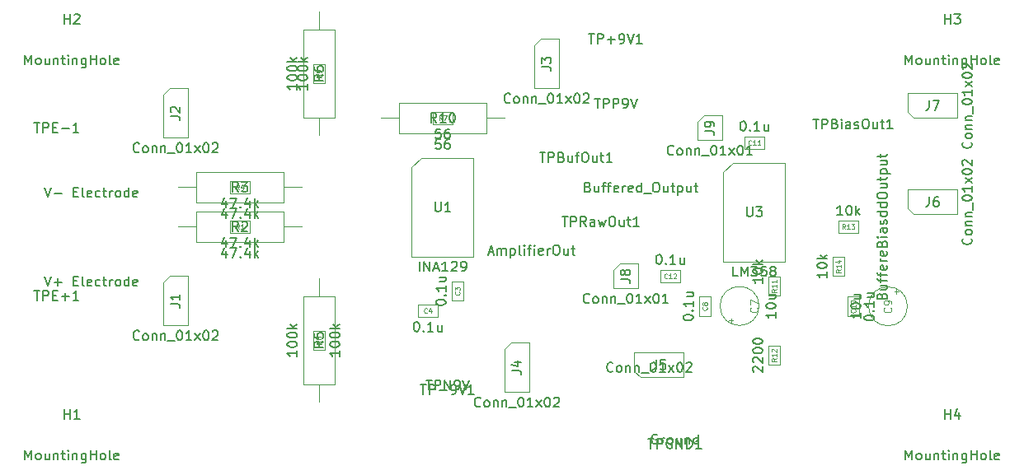
<source format=gbr>
%TF.GenerationSoftware,KiCad,Pcbnew,7.0.10-7.0.10~ubuntu22.04.1*%
%TF.CreationDate,2024-02-22T18:41:36-08:00*%
%TF.ProjectId,INA129-Amplifier,494e4131-3239-42d4-916d-706c69666965,rev?*%
%TF.SameCoordinates,PX2bf7208PY9a4d770*%
%TF.FileFunction,AssemblyDrawing,Top*%
%FSLAX46Y46*%
G04 Gerber Fmt 4.6, Leading zero omitted, Abs format (unit mm)*
G04 Created by KiCad (PCBNEW 7.0.10-7.0.10~ubuntu22.04.1) date 2024-02-22 18:41:36*
%MOMM*%
%LPD*%
G01*
G04 APERTURE LIST*
%ADD10C,0.150000*%
%ADD11C,0.080000*%
%ADD12C,0.120000*%
%ADD13C,0.100000*%
G04 APERTURE END LIST*
D10*
X90337285Y171181D02*
X90337285Y1171181D01*
X90337285Y1171181D02*
X90670618Y456896D01*
X90670618Y456896D02*
X91003951Y1171181D01*
X91003951Y1171181D02*
X91003951Y171181D01*
X91622999Y171181D02*
X91527761Y218800D01*
X91527761Y218800D02*
X91480142Y266420D01*
X91480142Y266420D02*
X91432523Y361658D01*
X91432523Y361658D02*
X91432523Y647372D01*
X91432523Y647372D02*
X91480142Y742610D01*
X91480142Y742610D02*
X91527761Y790229D01*
X91527761Y790229D02*
X91622999Y837848D01*
X91622999Y837848D02*
X91765856Y837848D01*
X91765856Y837848D02*
X91861094Y790229D01*
X91861094Y790229D02*
X91908713Y742610D01*
X91908713Y742610D02*
X91956332Y647372D01*
X91956332Y647372D02*
X91956332Y361658D01*
X91956332Y361658D02*
X91908713Y266420D01*
X91908713Y266420D02*
X91861094Y218800D01*
X91861094Y218800D02*
X91765856Y171181D01*
X91765856Y171181D02*
X91622999Y171181D01*
X92813475Y837848D02*
X92813475Y171181D01*
X92384904Y837848D02*
X92384904Y314039D01*
X92384904Y314039D02*
X92432523Y218800D01*
X92432523Y218800D02*
X92527761Y171181D01*
X92527761Y171181D02*
X92670618Y171181D01*
X92670618Y171181D02*
X92765856Y218800D01*
X92765856Y218800D02*
X92813475Y266420D01*
X93289666Y837848D02*
X93289666Y171181D01*
X93289666Y742610D02*
X93337285Y790229D01*
X93337285Y790229D02*
X93432523Y837848D01*
X93432523Y837848D02*
X93575380Y837848D01*
X93575380Y837848D02*
X93670618Y790229D01*
X93670618Y790229D02*
X93718237Y694991D01*
X93718237Y694991D02*
X93718237Y171181D01*
X94051571Y837848D02*
X94432523Y837848D01*
X94194428Y1171181D02*
X94194428Y314039D01*
X94194428Y314039D02*
X94242047Y218800D01*
X94242047Y218800D02*
X94337285Y171181D01*
X94337285Y171181D02*
X94432523Y171181D01*
X94765857Y171181D02*
X94765857Y837848D01*
X94765857Y1171181D02*
X94718238Y1123562D01*
X94718238Y1123562D02*
X94765857Y1075943D01*
X94765857Y1075943D02*
X94813476Y1123562D01*
X94813476Y1123562D02*
X94765857Y1171181D01*
X94765857Y1171181D02*
X94765857Y1075943D01*
X95242047Y837848D02*
X95242047Y171181D01*
X95242047Y742610D02*
X95289666Y790229D01*
X95289666Y790229D02*
X95384904Y837848D01*
X95384904Y837848D02*
X95527761Y837848D01*
X95527761Y837848D02*
X95622999Y790229D01*
X95622999Y790229D02*
X95670618Y694991D01*
X95670618Y694991D02*
X95670618Y171181D01*
X96575380Y837848D02*
X96575380Y28324D01*
X96575380Y28324D02*
X96527761Y-66914D01*
X96527761Y-66914D02*
X96480142Y-114533D01*
X96480142Y-114533D02*
X96384904Y-162152D01*
X96384904Y-162152D02*
X96242047Y-162152D01*
X96242047Y-162152D02*
X96146809Y-114533D01*
X96575380Y218800D02*
X96480142Y171181D01*
X96480142Y171181D02*
X96289666Y171181D01*
X96289666Y171181D02*
X96194428Y218800D01*
X96194428Y218800D02*
X96146809Y266420D01*
X96146809Y266420D02*
X96099190Y361658D01*
X96099190Y361658D02*
X96099190Y647372D01*
X96099190Y647372D02*
X96146809Y742610D01*
X96146809Y742610D02*
X96194428Y790229D01*
X96194428Y790229D02*
X96289666Y837848D01*
X96289666Y837848D02*
X96480142Y837848D01*
X96480142Y837848D02*
X96575380Y790229D01*
X97051571Y171181D02*
X97051571Y1171181D01*
X97051571Y694991D02*
X97622999Y694991D01*
X97622999Y171181D02*
X97622999Y1171181D01*
X98242047Y171181D02*
X98146809Y218800D01*
X98146809Y218800D02*
X98099190Y266420D01*
X98099190Y266420D02*
X98051571Y361658D01*
X98051571Y361658D02*
X98051571Y647372D01*
X98051571Y647372D02*
X98099190Y742610D01*
X98099190Y742610D02*
X98146809Y790229D01*
X98146809Y790229D02*
X98242047Y837848D01*
X98242047Y837848D02*
X98384904Y837848D01*
X98384904Y837848D02*
X98480142Y790229D01*
X98480142Y790229D02*
X98527761Y742610D01*
X98527761Y742610D02*
X98575380Y647372D01*
X98575380Y647372D02*
X98575380Y361658D01*
X98575380Y361658D02*
X98527761Y266420D01*
X98527761Y266420D02*
X98480142Y218800D01*
X98480142Y218800D02*
X98384904Y171181D01*
X98384904Y171181D02*
X98242047Y171181D01*
X99146809Y171181D02*
X99051571Y218800D01*
X99051571Y218800D02*
X99003952Y314039D01*
X99003952Y314039D02*
X99003952Y1171181D01*
X99908714Y218800D02*
X99813476Y171181D01*
X99813476Y171181D02*
X99623000Y171181D01*
X99623000Y171181D02*
X99527762Y218800D01*
X99527762Y218800D02*
X99480143Y314039D01*
X99480143Y314039D02*
X99480143Y694991D01*
X99480143Y694991D02*
X99527762Y790229D01*
X99527762Y790229D02*
X99623000Y837848D01*
X99623000Y837848D02*
X99813476Y837848D01*
X99813476Y837848D02*
X99908714Y790229D01*
X99908714Y790229D02*
X99956333Y694991D01*
X99956333Y694991D02*
X99956333Y599753D01*
X99956333Y599753D02*
X99480143Y504515D01*
X94361095Y4371181D02*
X94361095Y5371181D01*
X94361095Y4894991D02*
X94932523Y4894991D01*
X94932523Y4371181D02*
X94932523Y5371181D01*
X95837285Y5037848D02*
X95837285Y4371181D01*
X95599190Y5418800D02*
X95361095Y4704515D01*
X95361095Y4704515D02*
X95980142Y4704515D01*
X90337285Y40811181D02*
X90337285Y41811181D01*
X90337285Y41811181D02*
X90670618Y41096896D01*
X90670618Y41096896D02*
X91003951Y41811181D01*
X91003951Y41811181D02*
X91003951Y40811181D01*
X91622999Y40811181D02*
X91527761Y40858800D01*
X91527761Y40858800D02*
X91480142Y40906420D01*
X91480142Y40906420D02*
X91432523Y41001658D01*
X91432523Y41001658D02*
X91432523Y41287372D01*
X91432523Y41287372D02*
X91480142Y41382610D01*
X91480142Y41382610D02*
X91527761Y41430229D01*
X91527761Y41430229D02*
X91622999Y41477848D01*
X91622999Y41477848D02*
X91765856Y41477848D01*
X91765856Y41477848D02*
X91861094Y41430229D01*
X91861094Y41430229D02*
X91908713Y41382610D01*
X91908713Y41382610D02*
X91956332Y41287372D01*
X91956332Y41287372D02*
X91956332Y41001658D01*
X91956332Y41001658D02*
X91908713Y40906420D01*
X91908713Y40906420D02*
X91861094Y40858800D01*
X91861094Y40858800D02*
X91765856Y40811181D01*
X91765856Y40811181D02*
X91622999Y40811181D01*
X92813475Y41477848D02*
X92813475Y40811181D01*
X92384904Y41477848D02*
X92384904Y40954039D01*
X92384904Y40954039D02*
X92432523Y40858800D01*
X92432523Y40858800D02*
X92527761Y40811181D01*
X92527761Y40811181D02*
X92670618Y40811181D01*
X92670618Y40811181D02*
X92765856Y40858800D01*
X92765856Y40858800D02*
X92813475Y40906420D01*
X93289666Y41477848D02*
X93289666Y40811181D01*
X93289666Y41382610D02*
X93337285Y41430229D01*
X93337285Y41430229D02*
X93432523Y41477848D01*
X93432523Y41477848D02*
X93575380Y41477848D01*
X93575380Y41477848D02*
X93670618Y41430229D01*
X93670618Y41430229D02*
X93718237Y41334991D01*
X93718237Y41334991D02*
X93718237Y40811181D01*
X94051571Y41477848D02*
X94432523Y41477848D01*
X94194428Y41811181D02*
X94194428Y40954039D01*
X94194428Y40954039D02*
X94242047Y40858800D01*
X94242047Y40858800D02*
X94337285Y40811181D01*
X94337285Y40811181D02*
X94432523Y40811181D01*
X94765857Y40811181D02*
X94765857Y41477848D01*
X94765857Y41811181D02*
X94718238Y41763562D01*
X94718238Y41763562D02*
X94765857Y41715943D01*
X94765857Y41715943D02*
X94813476Y41763562D01*
X94813476Y41763562D02*
X94765857Y41811181D01*
X94765857Y41811181D02*
X94765857Y41715943D01*
X95242047Y41477848D02*
X95242047Y40811181D01*
X95242047Y41382610D02*
X95289666Y41430229D01*
X95289666Y41430229D02*
X95384904Y41477848D01*
X95384904Y41477848D02*
X95527761Y41477848D01*
X95527761Y41477848D02*
X95622999Y41430229D01*
X95622999Y41430229D02*
X95670618Y41334991D01*
X95670618Y41334991D02*
X95670618Y40811181D01*
X96575380Y41477848D02*
X96575380Y40668324D01*
X96575380Y40668324D02*
X96527761Y40573086D01*
X96527761Y40573086D02*
X96480142Y40525467D01*
X96480142Y40525467D02*
X96384904Y40477848D01*
X96384904Y40477848D02*
X96242047Y40477848D01*
X96242047Y40477848D02*
X96146809Y40525467D01*
X96575380Y40858800D02*
X96480142Y40811181D01*
X96480142Y40811181D02*
X96289666Y40811181D01*
X96289666Y40811181D02*
X96194428Y40858800D01*
X96194428Y40858800D02*
X96146809Y40906420D01*
X96146809Y40906420D02*
X96099190Y41001658D01*
X96099190Y41001658D02*
X96099190Y41287372D01*
X96099190Y41287372D02*
X96146809Y41382610D01*
X96146809Y41382610D02*
X96194428Y41430229D01*
X96194428Y41430229D02*
X96289666Y41477848D01*
X96289666Y41477848D02*
X96480142Y41477848D01*
X96480142Y41477848D02*
X96575380Y41430229D01*
X97051571Y40811181D02*
X97051571Y41811181D01*
X97051571Y41334991D02*
X97622999Y41334991D01*
X97622999Y40811181D02*
X97622999Y41811181D01*
X98242047Y40811181D02*
X98146809Y40858800D01*
X98146809Y40858800D02*
X98099190Y40906420D01*
X98099190Y40906420D02*
X98051571Y41001658D01*
X98051571Y41001658D02*
X98051571Y41287372D01*
X98051571Y41287372D02*
X98099190Y41382610D01*
X98099190Y41382610D02*
X98146809Y41430229D01*
X98146809Y41430229D02*
X98242047Y41477848D01*
X98242047Y41477848D02*
X98384904Y41477848D01*
X98384904Y41477848D02*
X98480142Y41430229D01*
X98480142Y41430229D02*
X98527761Y41382610D01*
X98527761Y41382610D02*
X98575380Y41287372D01*
X98575380Y41287372D02*
X98575380Y41001658D01*
X98575380Y41001658D02*
X98527761Y40906420D01*
X98527761Y40906420D02*
X98480142Y40858800D01*
X98480142Y40858800D02*
X98384904Y40811181D01*
X98384904Y40811181D02*
X98242047Y40811181D01*
X99146809Y40811181D02*
X99051571Y40858800D01*
X99051571Y40858800D02*
X99003952Y40954039D01*
X99003952Y40954039D02*
X99003952Y41811181D01*
X99908714Y40858800D02*
X99813476Y40811181D01*
X99813476Y40811181D02*
X99623000Y40811181D01*
X99623000Y40811181D02*
X99527762Y40858800D01*
X99527762Y40858800D02*
X99480143Y40954039D01*
X99480143Y40954039D02*
X99480143Y41334991D01*
X99480143Y41334991D02*
X99527762Y41430229D01*
X99527762Y41430229D02*
X99623000Y41477848D01*
X99623000Y41477848D02*
X99813476Y41477848D01*
X99813476Y41477848D02*
X99908714Y41430229D01*
X99908714Y41430229D02*
X99956333Y41334991D01*
X99956333Y41334991D02*
X99956333Y41239753D01*
X99956333Y41239753D02*
X99480143Y41144515D01*
X94361095Y45011181D02*
X94361095Y46011181D01*
X94361095Y45534991D02*
X94932523Y45534991D01*
X94932523Y45011181D02*
X94932523Y46011181D01*
X95313476Y46011181D02*
X95932523Y46011181D01*
X95932523Y46011181D02*
X95599190Y45630229D01*
X95599190Y45630229D02*
X95742047Y45630229D01*
X95742047Y45630229D02*
X95837285Y45582610D01*
X95837285Y45582610D02*
X95884904Y45534991D01*
X95884904Y45534991D02*
X95932523Y45439753D01*
X95932523Y45439753D02*
X95932523Y45201658D01*
X95932523Y45201658D02*
X95884904Y45106420D01*
X95884904Y45106420D02*
X95837285Y45058800D01*
X95837285Y45058800D02*
X95742047Y45011181D01*
X95742047Y45011181D02*
X95456333Y45011181D01*
X95456333Y45011181D02*
X95361095Y45058800D01*
X95361095Y45058800D02*
X95313476Y45106420D01*
X-86715Y40811181D02*
X-86715Y41811181D01*
X-86715Y41811181D02*
X246618Y41096896D01*
X246618Y41096896D02*
X579951Y41811181D01*
X579951Y41811181D02*
X579951Y40811181D01*
X1198999Y40811181D02*
X1103761Y40858800D01*
X1103761Y40858800D02*
X1056142Y40906420D01*
X1056142Y40906420D02*
X1008523Y41001658D01*
X1008523Y41001658D02*
X1008523Y41287372D01*
X1008523Y41287372D02*
X1056142Y41382610D01*
X1056142Y41382610D02*
X1103761Y41430229D01*
X1103761Y41430229D02*
X1198999Y41477848D01*
X1198999Y41477848D02*
X1341856Y41477848D01*
X1341856Y41477848D02*
X1437094Y41430229D01*
X1437094Y41430229D02*
X1484713Y41382610D01*
X1484713Y41382610D02*
X1532332Y41287372D01*
X1532332Y41287372D02*
X1532332Y41001658D01*
X1532332Y41001658D02*
X1484713Y40906420D01*
X1484713Y40906420D02*
X1437094Y40858800D01*
X1437094Y40858800D02*
X1341856Y40811181D01*
X1341856Y40811181D02*
X1198999Y40811181D01*
X2389475Y41477848D02*
X2389475Y40811181D01*
X1960904Y41477848D02*
X1960904Y40954039D01*
X1960904Y40954039D02*
X2008523Y40858800D01*
X2008523Y40858800D02*
X2103761Y40811181D01*
X2103761Y40811181D02*
X2246618Y40811181D01*
X2246618Y40811181D02*
X2341856Y40858800D01*
X2341856Y40858800D02*
X2389475Y40906420D01*
X2865666Y41477848D02*
X2865666Y40811181D01*
X2865666Y41382610D02*
X2913285Y41430229D01*
X2913285Y41430229D02*
X3008523Y41477848D01*
X3008523Y41477848D02*
X3151380Y41477848D01*
X3151380Y41477848D02*
X3246618Y41430229D01*
X3246618Y41430229D02*
X3294237Y41334991D01*
X3294237Y41334991D02*
X3294237Y40811181D01*
X3627571Y41477848D02*
X4008523Y41477848D01*
X3770428Y41811181D02*
X3770428Y40954039D01*
X3770428Y40954039D02*
X3818047Y40858800D01*
X3818047Y40858800D02*
X3913285Y40811181D01*
X3913285Y40811181D02*
X4008523Y40811181D01*
X4341857Y40811181D02*
X4341857Y41477848D01*
X4341857Y41811181D02*
X4294238Y41763562D01*
X4294238Y41763562D02*
X4341857Y41715943D01*
X4341857Y41715943D02*
X4389476Y41763562D01*
X4389476Y41763562D02*
X4341857Y41811181D01*
X4341857Y41811181D02*
X4341857Y41715943D01*
X4818047Y41477848D02*
X4818047Y40811181D01*
X4818047Y41382610D02*
X4865666Y41430229D01*
X4865666Y41430229D02*
X4960904Y41477848D01*
X4960904Y41477848D02*
X5103761Y41477848D01*
X5103761Y41477848D02*
X5198999Y41430229D01*
X5198999Y41430229D02*
X5246618Y41334991D01*
X5246618Y41334991D02*
X5246618Y40811181D01*
X6151380Y41477848D02*
X6151380Y40668324D01*
X6151380Y40668324D02*
X6103761Y40573086D01*
X6103761Y40573086D02*
X6056142Y40525467D01*
X6056142Y40525467D02*
X5960904Y40477848D01*
X5960904Y40477848D02*
X5818047Y40477848D01*
X5818047Y40477848D02*
X5722809Y40525467D01*
X6151380Y40858800D02*
X6056142Y40811181D01*
X6056142Y40811181D02*
X5865666Y40811181D01*
X5865666Y40811181D02*
X5770428Y40858800D01*
X5770428Y40858800D02*
X5722809Y40906420D01*
X5722809Y40906420D02*
X5675190Y41001658D01*
X5675190Y41001658D02*
X5675190Y41287372D01*
X5675190Y41287372D02*
X5722809Y41382610D01*
X5722809Y41382610D02*
X5770428Y41430229D01*
X5770428Y41430229D02*
X5865666Y41477848D01*
X5865666Y41477848D02*
X6056142Y41477848D01*
X6056142Y41477848D02*
X6151380Y41430229D01*
X6627571Y40811181D02*
X6627571Y41811181D01*
X6627571Y41334991D02*
X7198999Y41334991D01*
X7198999Y40811181D02*
X7198999Y41811181D01*
X7818047Y40811181D02*
X7722809Y40858800D01*
X7722809Y40858800D02*
X7675190Y40906420D01*
X7675190Y40906420D02*
X7627571Y41001658D01*
X7627571Y41001658D02*
X7627571Y41287372D01*
X7627571Y41287372D02*
X7675190Y41382610D01*
X7675190Y41382610D02*
X7722809Y41430229D01*
X7722809Y41430229D02*
X7818047Y41477848D01*
X7818047Y41477848D02*
X7960904Y41477848D01*
X7960904Y41477848D02*
X8056142Y41430229D01*
X8056142Y41430229D02*
X8103761Y41382610D01*
X8103761Y41382610D02*
X8151380Y41287372D01*
X8151380Y41287372D02*
X8151380Y41001658D01*
X8151380Y41001658D02*
X8103761Y40906420D01*
X8103761Y40906420D02*
X8056142Y40858800D01*
X8056142Y40858800D02*
X7960904Y40811181D01*
X7960904Y40811181D02*
X7818047Y40811181D01*
X8722809Y40811181D02*
X8627571Y40858800D01*
X8627571Y40858800D02*
X8579952Y40954039D01*
X8579952Y40954039D02*
X8579952Y41811181D01*
X9484714Y40858800D02*
X9389476Y40811181D01*
X9389476Y40811181D02*
X9199000Y40811181D01*
X9199000Y40811181D02*
X9103762Y40858800D01*
X9103762Y40858800D02*
X9056143Y40954039D01*
X9056143Y40954039D02*
X9056143Y41334991D01*
X9056143Y41334991D02*
X9103762Y41430229D01*
X9103762Y41430229D02*
X9199000Y41477848D01*
X9199000Y41477848D02*
X9389476Y41477848D01*
X9389476Y41477848D02*
X9484714Y41430229D01*
X9484714Y41430229D02*
X9532333Y41334991D01*
X9532333Y41334991D02*
X9532333Y41239753D01*
X9532333Y41239753D02*
X9056143Y41144515D01*
X3937095Y45011181D02*
X3937095Y46011181D01*
X3937095Y45534991D02*
X4508523Y45534991D01*
X4508523Y45011181D02*
X4508523Y46011181D01*
X4937095Y45915943D02*
X4984714Y45963562D01*
X4984714Y45963562D02*
X5079952Y46011181D01*
X5079952Y46011181D02*
X5318047Y46011181D01*
X5318047Y46011181D02*
X5413285Y45963562D01*
X5413285Y45963562D02*
X5460904Y45915943D01*
X5460904Y45915943D02*
X5508523Y45820705D01*
X5508523Y45820705D02*
X5508523Y45725467D01*
X5508523Y45725467D02*
X5460904Y45582610D01*
X5460904Y45582610D02*
X4889476Y45011181D01*
X4889476Y45011181D02*
X5508523Y45011181D01*
X-86715Y171181D02*
X-86715Y1171181D01*
X-86715Y1171181D02*
X246618Y456896D01*
X246618Y456896D02*
X579951Y1171181D01*
X579951Y1171181D02*
X579951Y171181D01*
X1198999Y171181D02*
X1103761Y218800D01*
X1103761Y218800D02*
X1056142Y266420D01*
X1056142Y266420D02*
X1008523Y361658D01*
X1008523Y361658D02*
X1008523Y647372D01*
X1008523Y647372D02*
X1056142Y742610D01*
X1056142Y742610D02*
X1103761Y790229D01*
X1103761Y790229D02*
X1198999Y837848D01*
X1198999Y837848D02*
X1341856Y837848D01*
X1341856Y837848D02*
X1437094Y790229D01*
X1437094Y790229D02*
X1484713Y742610D01*
X1484713Y742610D02*
X1532332Y647372D01*
X1532332Y647372D02*
X1532332Y361658D01*
X1532332Y361658D02*
X1484713Y266420D01*
X1484713Y266420D02*
X1437094Y218800D01*
X1437094Y218800D02*
X1341856Y171181D01*
X1341856Y171181D02*
X1198999Y171181D01*
X2389475Y837848D02*
X2389475Y171181D01*
X1960904Y837848D02*
X1960904Y314039D01*
X1960904Y314039D02*
X2008523Y218800D01*
X2008523Y218800D02*
X2103761Y171181D01*
X2103761Y171181D02*
X2246618Y171181D01*
X2246618Y171181D02*
X2341856Y218800D01*
X2341856Y218800D02*
X2389475Y266420D01*
X2865666Y837848D02*
X2865666Y171181D01*
X2865666Y742610D02*
X2913285Y790229D01*
X2913285Y790229D02*
X3008523Y837848D01*
X3008523Y837848D02*
X3151380Y837848D01*
X3151380Y837848D02*
X3246618Y790229D01*
X3246618Y790229D02*
X3294237Y694991D01*
X3294237Y694991D02*
X3294237Y171181D01*
X3627571Y837848D02*
X4008523Y837848D01*
X3770428Y1171181D02*
X3770428Y314039D01*
X3770428Y314039D02*
X3818047Y218800D01*
X3818047Y218800D02*
X3913285Y171181D01*
X3913285Y171181D02*
X4008523Y171181D01*
X4341857Y171181D02*
X4341857Y837848D01*
X4341857Y1171181D02*
X4294238Y1123562D01*
X4294238Y1123562D02*
X4341857Y1075943D01*
X4341857Y1075943D02*
X4389476Y1123562D01*
X4389476Y1123562D02*
X4341857Y1171181D01*
X4341857Y1171181D02*
X4341857Y1075943D01*
X4818047Y837848D02*
X4818047Y171181D01*
X4818047Y742610D02*
X4865666Y790229D01*
X4865666Y790229D02*
X4960904Y837848D01*
X4960904Y837848D02*
X5103761Y837848D01*
X5103761Y837848D02*
X5198999Y790229D01*
X5198999Y790229D02*
X5246618Y694991D01*
X5246618Y694991D02*
X5246618Y171181D01*
X6151380Y837848D02*
X6151380Y28324D01*
X6151380Y28324D02*
X6103761Y-66914D01*
X6103761Y-66914D02*
X6056142Y-114533D01*
X6056142Y-114533D02*
X5960904Y-162152D01*
X5960904Y-162152D02*
X5818047Y-162152D01*
X5818047Y-162152D02*
X5722809Y-114533D01*
X6151380Y218800D02*
X6056142Y171181D01*
X6056142Y171181D02*
X5865666Y171181D01*
X5865666Y171181D02*
X5770428Y218800D01*
X5770428Y218800D02*
X5722809Y266420D01*
X5722809Y266420D02*
X5675190Y361658D01*
X5675190Y361658D02*
X5675190Y647372D01*
X5675190Y647372D02*
X5722809Y742610D01*
X5722809Y742610D02*
X5770428Y790229D01*
X5770428Y790229D02*
X5865666Y837848D01*
X5865666Y837848D02*
X6056142Y837848D01*
X6056142Y837848D02*
X6151380Y790229D01*
X6627571Y171181D02*
X6627571Y1171181D01*
X6627571Y694991D02*
X7198999Y694991D01*
X7198999Y171181D02*
X7198999Y1171181D01*
X7818047Y171181D02*
X7722809Y218800D01*
X7722809Y218800D02*
X7675190Y266420D01*
X7675190Y266420D02*
X7627571Y361658D01*
X7627571Y361658D02*
X7627571Y647372D01*
X7627571Y647372D02*
X7675190Y742610D01*
X7675190Y742610D02*
X7722809Y790229D01*
X7722809Y790229D02*
X7818047Y837848D01*
X7818047Y837848D02*
X7960904Y837848D01*
X7960904Y837848D02*
X8056142Y790229D01*
X8056142Y790229D02*
X8103761Y742610D01*
X8103761Y742610D02*
X8151380Y647372D01*
X8151380Y647372D02*
X8151380Y361658D01*
X8151380Y361658D02*
X8103761Y266420D01*
X8103761Y266420D02*
X8056142Y218800D01*
X8056142Y218800D02*
X7960904Y171181D01*
X7960904Y171181D02*
X7818047Y171181D01*
X8722809Y171181D02*
X8627571Y218800D01*
X8627571Y218800D02*
X8579952Y314039D01*
X8579952Y314039D02*
X8579952Y1171181D01*
X9484714Y218800D02*
X9389476Y171181D01*
X9389476Y171181D02*
X9199000Y171181D01*
X9199000Y171181D02*
X9103762Y218800D01*
X9103762Y218800D02*
X9056143Y314039D01*
X9056143Y314039D02*
X9056143Y694991D01*
X9056143Y694991D02*
X9103762Y790229D01*
X9103762Y790229D02*
X9199000Y837848D01*
X9199000Y837848D02*
X9389476Y837848D01*
X9389476Y837848D02*
X9484714Y790229D01*
X9484714Y790229D02*
X9532333Y694991D01*
X9532333Y694991D02*
X9532333Y599753D01*
X9532333Y599753D02*
X9056143Y504515D01*
X3937095Y4371181D02*
X3937095Y5371181D01*
X3937095Y4894991D02*
X4508523Y4894991D01*
X4508523Y4371181D02*
X4508523Y5371181D01*
X5508523Y4371181D02*
X4937095Y4371181D01*
X5222809Y4371181D02*
X5222809Y5371181D01*
X5222809Y5371181D02*
X5127571Y5228324D01*
X5127571Y5228324D02*
X5032333Y5133086D01*
X5032333Y5133086D02*
X4937095Y5085467D01*
X66492904Y31600420D02*
X66445285Y31552800D01*
X66445285Y31552800D02*
X66302428Y31505181D01*
X66302428Y31505181D02*
X66207190Y31505181D01*
X66207190Y31505181D02*
X66064333Y31552800D01*
X66064333Y31552800D02*
X65969095Y31648039D01*
X65969095Y31648039D02*
X65921476Y31743277D01*
X65921476Y31743277D02*
X65873857Y31933753D01*
X65873857Y31933753D02*
X65873857Y32076610D01*
X65873857Y32076610D02*
X65921476Y32267086D01*
X65921476Y32267086D02*
X65969095Y32362324D01*
X65969095Y32362324D02*
X66064333Y32457562D01*
X66064333Y32457562D02*
X66207190Y32505181D01*
X66207190Y32505181D02*
X66302428Y32505181D01*
X66302428Y32505181D02*
X66445285Y32457562D01*
X66445285Y32457562D02*
X66492904Y32409943D01*
X67064333Y31505181D02*
X66969095Y31552800D01*
X66969095Y31552800D02*
X66921476Y31600420D01*
X66921476Y31600420D02*
X66873857Y31695658D01*
X66873857Y31695658D02*
X66873857Y31981372D01*
X66873857Y31981372D02*
X66921476Y32076610D01*
X66921476Y32076610D02*
X66969095Y32124229D01*
X66969095Y32124229D02*
X67064333Y32171848D01*
X67064333Y32171848D02*
X67207190Y32171848D01*
X67207190Y32171848D02*
X67302428Y32124229D01*
X67302428Y32124229D02*
X67350047Y32076610D01*
X67350047Y32076610D02*
X67397666Y31981372D01*
X67397666Y31981372D02*
X67397666Y31695658D01*
X67397666Y31695658D02*
X67350047Y31600420D01*
X67350047Y31600420D02*
X67302428Y31552800D01*
X67302428Y31552800D02*
X67207190Y31505181D01*
X67207190Y31505181D02*
X67064333Y31505181D01*
X67826238Y32171848D02*
X67826238Y31505181D01*
X67826238Y32076610D02*
X67873857Y32124229D01*
X67873857Y32124229D02*
X67969095Y32171848D01*
X67969095Y32171848D02*
X68111952Y32171848D01*
X68111952Y32171848D02*
X68207190Y32124229D01*
X68207190Y32124229D02*
X68254809Y32028991D01*
X68254809Y32028991D02*
X68254809Y31505181D01*
X68731000Y32171848D02*
X68731000Y31505181D01*
X68731000Y32076610D02*
X68778619Y32124229D01*
X68778619Y32124229D02*
X68873857Y32171848D01*
X68873857Y32171848D02*
X69016714Y32171848D01*
X69016714Y32171848D02*
X69111952Y32124229D01*
X69111952Y32124229D02*
X69159571Y32028991D01*
X69159571Y32028991D02*
X69159571Y31505181D01*
X69397667Y31409943D02*
X70159571Y31409943D01*
X70588143Y32505181D02*
X70683381Y32505181D01*
X70683381Y32505181D02*
X70778619Y32457562D01*
X70778619Y32457562D02*
X70826238Y32409943D01*
X70826238Y32409943D02*
X70873857Y32314705D01*
X70873857Y32314705D02*
X70921476Y32124229D01*
X70921476Y32124229D02*
X70921476Y31886134D01*
X70921476Y31886134D02*
X70873857Y31695658D01*
X70873857Y31695658D02*
X70826238Y31600420D01*
X70826238Y31600420D02*
X70778619Y31552800D01*
X70778619Y31552800D02*
X70683381Y31505181D01*
X70683381Y31505181D02*
X70588143Y31505181D01*
X70588143Y31505181D02*
X70492905Y31552800D01*
X70492905Y31552800D02*
X70445286Y31600420D01*
X70445286Y31600420D02*
X70397667Y31695658D01*
X70397667Y31695658D02*
X70350048Y31886134D01*
X70350048Y31886134D02*
X70350048Y32124229D01*
X70350048Y32124229D02*
X70397667Y32314705D01*
X70397667Y32314705D02*
X70445286Y32409943D01*
X70445286Y32409943D02*
X70492905Y32457562D01*
X70492905Y32457562D02*
X70588143Y32505181D01*
X71873857Y31505181D02*
X71302429Y31505181D01*
X71588143Y31505181D02*
X71588143Y32505181D01*
X71588143Y32505181D02*
X71492905Y32362324D01*
X71492905Y32362324D02*
X71397667Y32267086D01*
X71397667Y32267086D02*
X71302429Y32219467D01*
X72207191Y31505181D02*
X72731000Y32171848D01*
X72207191Y32171848D02*
X72731000Y31505181D01*
X73302429Y32505181D02*
X73397667Y32505181D01*
X73397667Y32505181D02*
X73492905Y32457562D01*
X73492905Y32457562D02*
X73540524Y32409943D01*
X73540524Y32409943D02*
X73588143Y32314705D01*
X73588143Y32314705D02*
X73635762Y32124229D01*
X73635762Y32124229D02*
X73635762Y31886134D01*
X73635762Y31886134D02*
X73588143Y31695658D01*
X73588143Y31695658D02*
X73540524Y31600420D01*
X73540524Y31600420D02*
X73492905Y31552800D01*
X73492905Y31552800D02*
X73397667Y31505181D01*
X73397667Y31505181D02*
X73302429Y31505181D01*
X73302429Y31505181D02*
X73207191Y31552800D01*
X73207191Y31552800D02*
X73159572Y31600420D01*
X73159572Y31600420D02*
X73111953Y31695658D01*
X73111953Y31695658D02*
X73064334Y31886134D01*
X73064334Y31886134D02*
X73064334Y32124229D01*
X73064334Y32124229D02*
X73111953Y32314705D01*
X73111953Y32314705D02*
X73159572Y32409943D01*
X73159572Y32409943D02*
X73207191Y32457562D01*
X73207191Y32457562D02*
X73302429Y32505181D01*
X74588143Y31505181D02*
X74016715Y31505181D01*
X74302429Y31505181D02*
X74302429Y32505181D01*
X74302429Y32505181D02*
X74207191Y32362324D01*
X74207191Y32362324D02*
X74111953Y32267086D01*
X74111953Y32267086D02*
X74016715Y32219467D01*
X69685819Y33956667D02*
X70400104Y33956667D01*
X70400104Y33956667D02*
X70542961Y33909048D01*
X70542961Y33909048D02*
X70638200Y33813810D01*
X70638200Y33813810D02*
X70685819Y33670953D01*
X70685819Y33670953D02*
X70685819Y33575715D01*
X70685819Y34480477D02*
X70685819Y34670953D01*
X70685819Y34670953D02*
X70638200Y34766191D01*
X70638200Y34766191D02*
X70590580Y34813810D01*
X70590580Y34813810D02*
X70447723Y34909048D01*
X70447723Y34909048D02*
X70257247Y34956667D01*
X70257247Y34956667D02*
X69876295Y34956667D01*
X69876295Y34956667D02*
X69781057Y34909048D01*
X69781057Y34909048D02*
X69733438Y34861429D01*
X69733438Y34861429D02*
X69685819Y34766191D01*
X69685819Y34766191D02*
X69685819Y34575715D01*
X69685819Y34575715D02*
X69733438Y34480477D01*
X69733438Y34480477D02*
X69781057Y34432858D01*
X69781057Y34432858D02*
X69876295Y34385239D01*
X69876295Y34385239D02*
X70114390Y34385239D01*
X70114390Y34385239D02*
X70209628Y34432858D01*
X70209628Y34432858D02*
X70257247Y34480477D01*
X70257247Y34480477D02*
X70304866Y34575715D01*
X70304866Y34575715D02*
X70304866Y34766191D01*
X70304866Y34766191D02*
X70257247Y34861429D01*
X70257247Y34861429D02*
X70209628Y34909048D01*
X70209628Y34909048D02*
X70114390Y34956667D01*
X57856904Y16360420D02*
X57809285Y16312800D01*
X57809285Y16312800D02*
X57666428Y16265181D01*
X57666428Y16265181D02*
X57571190Y16265181D01*
X57571190Y16265181D02*
X57428333Y16312800D01*
X57428333Y16312800D02*
X57333095Y16408039D01*
X57333095Y16408039D02*
X57285476Y16503277D01*
X57285476Y16503277D02*
X57237857Y16693753D01*
X57237857Y16693753D02*
X57237857Y16836610D01*
X57237857Y16836610D02*
X57285476Y17027086D01*
X57285476Y17027086D02*
X57333095Y17122324D01*
X57333095Y17122324D02*
X57428333Y17217562D01*
X57428333Y17217562D02*
X57571190Y17265181D01*
X57571190Y17265181D02*
X57666428Y17265181D01*
X57666428Y17265181D02*
X57809285Y17217562D01*
X57809285Y17217562D02*
X57856904Y17169943D01*
X58428333Y16265181D02*
X58333095Y16312800D01*
X58333095Y16312800D02*
X58285476Y16360420D01*
X58285476Y16360420D02*
X58237857Y16455658D01*
X58237857Y16455658D02*
X58237857Y16741372D01*
X58237857Y16741372D02*
X58285476Y16836610D01*
X58285476Y16836610D02*
X58333095Y16884229D01*
X58333095Y16884229D02*
X58428333Y16931848D01*
X58428333Y16931848D02*
X58571190Y16931848D01*
X58571190Y16931848D02*
X58666428Y16884229D01*
X58666428Y16884229D02*
X58714047Y16836610D01*
X58714047Y16836610D02*
X58761666Y16741372D01*
X58761666Y16741372D02*
X58761666Y16455658D01*
X58761666Y16455658D02*
X58714047Y16360420D01*
X58714047Y16360420D02*
X58666428Y16312800D01*
X58666428Y16312800D02*
X58571190Y16265181D01*
X58571190Y16265181D02*
X58428333Y16265181D01*
X59190238Y16931848D02*
X59190238Y16265181D01*
X59190238Y16836610D02*
X59237857Y16884229D01*
X59237857Y16884229D02*
X59333095Y16931848D01*
X59333095Y16931848D02*
X59475952Y16931848D01*
X59475952Y16931848D02*
X59571190Y16884229D01*
X59571190Y16884229D02*
X59618809Y16788991D01*
X59618809Y16788991D02*
X59618809Y16265181D01*
X60095000Y16931848D02*
X60095000Y16265181D01*
X60095000Y16836610D02*
X60142619Y16884229D01*
X60142619Y16884229D02*
X60237857Y16931848D01*
X60237857Y16931848D02*
X60380714Y16931848D01*
X60380714Y16931848D02*
X60475952Y16884229D01*
X60475952Y16884229D02*
X60523571Y16788991D01*
X60523571Y16788991D02*
X60523571Y16265181D01*
X60761667Y16169943D02*
X61523571Y16169943D01*
X61952143Y17265181D02*
X62047381Y17265181D01*
X62047381Y17265181D02*
X62142619Y17217562D01*
X62142619Y17217562D02*
X62190238Y17169943D01*
X62190238Y17169943D02*
X62237857Y17074705D01*
X62237857Y17074705D02*
X62285476Y16884229D01*
X62285476Y16884229D02*
X62285476Y16646134D01*
X62285476Y16646134D02*
X62237857Y16455658D01*
X62237857Y16455658D02*
X62190238Y16360420D01*
X62190238Y16360420D02*
X62142619Y16312800D01*
X62142619Y16312800D02*
X62047381Y16265181D01*
X62047381Y16265181D02*
X61952143Y16265181D01*
X61952143Y16265181D02*
X61856905Y16312800D01*
X61856905Y16312800D02*
X61809286Y16360420D01*
X61809286Y16360420D02*
X61761667Y16455658D01*
X61761667Y16455658D02*
X61714048Y16646134D01*
X61714048Y16646134D02*
X61714048Y16884229D01*
X61714048Y16884229D02*
X61761667Y17074705D01*
X61761667Y17074705D02*
X61809286Y17169943D01*
X61809286Y17169943D02*
X61856905Y17217562D01*
X61856905Y17217562D02*
X61952143Y17265181D01*
X63237857Y16265181D02*
X62666429Y16265181D01*
X62952143Y16265181D02*
X62952143Y17265181D01*
X62952143Y17265181D02*
X62856905Y17122324D01*
X62856905Y17122324D02*
X62761667Y17027086D01*
X62761667Y17027086D02*
X62666429Y16979467D01*
X63571191Y16265181D02*
X64095000Y16931848D01*
X63571191Y16931848D02*
X64095000Y16265181D01*
X64666429Y17265181D02*
X64761667Y17265181D01*
X64761667Y17265181D02*
X64856905Y17217562D01*
X64856905Y17217562D02*
X64904524Y17169943D01*
X64904524Y17169943D02*
X64952143Y17074705D01*
X64952143Y17074705D02*
X64999762Y16884229D01*
X64999762Y16884229D02*
X64999762Y16646134D01*
X64999762Y16646134D02*
X64952143Y16455658D01*
X64952143Y16455658D02*
X64904524Y16360420D01*
X64904524Y16360420D02*
X64856905Y16312800D01*
X64856905Y16312800D02*
X64761667Y16265181D01*
X64761667Y16265181D02*
X64666429Y16265181D01*
X64666429Y16265181D02*
X64571191Y16312800D01*
X64571191Y16312800D02*
X64523572Y16360420D01*
X64523572Y16360420D02*
X64475953Y16455658D01*
X64475953Y16455658D02*
X64428334Y16646134D01*
X64428334Y16646134D02*
X64428334Y16884229D01*
X64428334Y16884229D02*
X64475953Y17074705D01*
X64475953Y17074705D02*
X64523572Y17169943D01*
X64523572Y17169943D02*
X64571191Y17217562D01*
X64571191Y17217562D02*
X64666429Y17265181D01*
X65952143Y16265181D02*
X65380715Y16265181D01*
X65666429Y16265181D02*
X65666429Y17265181D01*
X65666429Y17265181D02*
X65571191Y17122324D01*
X65571191Y17122324D02*
X65475953Y17027086D01*
X65475953Y17027086D02*
X65380715Y16979467D01*
X61049819Y18716667D02*
X61764104Y18716667D01*
X61764104Y18716667D02*
X61906961Y18669048D01*
X61906961Y18669048D02*
X62002200Y18573810D01*
X62002200Y18573810D02*
X62049819Y18430953D01*
X62049819Y18430953D02*
X62049819Y18335715D01*
X61478390Y19335715D02*
X61430771Y19240477D01*
X61430771Y19240477D02*
X61383152Y19192858D01*
X61383152Y19192858D02*
X61287914Y19145239D01*
X61287914Y19145239D02*
X61240295Y19145239D01*
X61240295Y19145239D02*
X61145057Y19192858D01*
X61145057Y19192858D02*
X61097438Y19240477D01*
X61097438Y19240477D02*
X61049819Y19335715D01*
X61049819Y19335715D02*
X61049819Y19526191D01*
X61049819Y19526191D02*
X61097438Y19621429D01*
X61097438Y19621429D02*
X61145057Y19669048D01*
X61145057Y19669048D02*
X61240295Y19716667D01*
X61240295Y19716667D02*
X61287914Y19716667D01*
X61287914Y19716667D02*
X61383152Y19669048D01*
X61383152Y19669048D02*
X61430771Y19621429D01*
X61430771Y19621429D02*
X61478390Y19526191D01*
X61478390Y19526191D02*
X61478390Y19335715D01*
X61478390Y19335715D02*
X61526009Y19240477D01*
X61526009Y19240477D02*
X61573628Y19192858D01*
X61573628Y19192858D02*
X61668866Y19145239D01*
X61668866Y19145239D02*
X61859342Y19145239D01*
X61859342Y19145239D02*
X61954580Y19192858D01*
X61954580Y19192858D02*
X62002200Y19240477D01*
X62002200Y19240477D02*
X62049819Y19335715D01*
X62049819Y19335715D02*
X62049819Y19526191D01*
X62049819Y19526191D02*
X62002200Y19621429D01*
X62002200Y19621429D02*
X61954580Y19669048D01*
X61954580Y19669048D02*
X61859342Y19716667D01*
X61859342Y19716667D02*
X61668866Y19716667D01*
X61668866Y19716667D02*
X61573628Y19669048D01*
X61573628Y19669048D02*
X61526009Y19621429D01*
X61526009Y19621429D02*
X61478390Y19526191D01*
X82243819Y19470762D02*
X82243819Y18899334D01*
X82243819Y19185048D02*
X81243819Y19185048D01*
X81243819Y19185048D02*
X81386676Y19089810D01*
X81386676Y19089810D02*
X81481914Y18994572D01*
X81481914Y18994572D02*
X81529533Y18899334D01*
X81243819Y20089810D02*
X81243819Y20185048D01*
X81243819Y20185048D02*
X81291438Y20280286D01*
X81291438Y20280286D02*
X81339057Y20327905D01*
X81339057Y20327905D02*
X81434295Y20375524D01*
X81434295Y20375524D02*
X81624771Y20423143D01*
X81624771Y20423143D02*
X81862866Y20423143D01*
X81862866Y20423143D02*
X82053342Y20375524D01*
X82053342Y20375524D02*
X82148580Y20327905D01*
X82148580Y20327905D02*
X82196200Y20280286D01*
X82196200Y20280286D02*
X82243819Y20185048D01*
X82243819Y20185048D02*
X82243819Y20089810D01*
X82243819Y20089810D02*
X82196200Y19994572D01*
X82196200Y19994572D02*
X82148580Y19946953D01*
X82148580Y19946953D02*
X82053342Y19899334D01*
X82053342Y19899334D02*
X81862866Y19851715D01*
X81862866Y19851715D02*
X81624771Y19851715D01*
X81624771Y19851715D02*
X81434295Y19899334D01*
X81434295Y19899334D02*
X81339057Y19946953D01*
X81339057Y19946953D02*
X81291438Y19994572D01*
X81291438Y19994572D02*
X81243819Y20089810D01*
X82243819Y20851715D02*
X81243819Y20851715D01*
X81862866Y20946953D02*
X82243819Y21232667D01*
X81577152Y21232667D02*
X81958104Y20851715D01*
D11*
X83666149Y19744572D02*
X83428054Y19577906D01*
X83666149Y19458858D02*
X83166149Y19458858D01*
X83166149Y19458858D02*
X83166149Y19649334D01*
X83166149Y19649334D02*
X83189959Y19696953D01*
X83189959Y19696953D02*
X83213768Y19720763D01*
X83213768Y19720763D02*
X83261387Y19744572D01*
X83261387Y19744572D02*
X83332816Y19744572D01*
X83332816Y19744572D02*
X83380435Y19720763D01*
X83380435Y19720763D02*
X83404244Y19696953D01*
X83404244Y19696953D02*
X83428054Y19649334D01*
X83428054Y19649334D02*
X83428054Y19458858D01*
X83666149Y20220763D02*
X83666149Y19935049D01*
X83666149Y20077906D02*
X83166149Y20077906D01*
X83166149Y20077906D02*
X83237578Y20030287D01*
X83237578Y20030287D02*
X83285197Y19982668D01*
X83285197Y19982668D02*
X83309006Y19935049D01*
X83332816Y20649334D02*
X83666149Y20649334D01*
X83142340Y20530286D02*
X83499482Y20411239D01*
X83499482Y20411239D02*
X83499482Y20720762D01*
D10*
X83859761Y25325181D02*
X83288333Y25325181D01*
X83574047Y25325181D02*
X83574047Y26325181D01*
X83574047Y26325181D02*
X83478809Y26182324D01*
X83478809Y26182324D02*
X83383571Y26087086D01*
X83383571Y26087086D02*
X83288333Y26039467D01*
X84478809Y26325181D02*
X84574047Y26325181D01*
X84574047Y26325181D02*
X84669285Y26277562D01*
X84669285Y26277562D02*
X84716904Y26229943D01*
X84716904Y26229943D02*
X84764523Y26134705D01*
X84764523Y26134705D02*
X84812142Y25944229D01*
X84812142Y25944229D02*
X84812142Y25706134D01*
X84812142Y25706134D02*
X84764523Y25515658D01*
X84764523Y25515658D02*
X84716904Y25420420D01*
X84716904Y25420420D02*
X84669285Y25372800D01*
X84669285Y25372800D02*
X84574047Y25325181D01*
X84574047Y25325181D02*
X84478809Y25325181D01*
X84478809Y25325181D02*
X84383571Y25372800D01*
X84383571Y25372800D02*
X84335952Y25420420D01*
X84335952Y25420420D02*
X84288333Y25515658D01*
X84288333Y25515658D02*
X84240714Y25706134D01*
X84240714Y25706134D02*
X84240714Y25944229D01*
X84240714Y25944229D02*
X84288333Y26134705D01*
X84288333Y26134705D02*
X84335952Y26229943D01*
X84335952Y26229943D02*
X84383571Y26277562D01*
X84383571Y26277562D02*
X84478809Y26325181D01*
X85240714Y25325181D02*
X85240714Y26325181D01*
X85335952Y25706134D02*
X85621666Y25325181D01*
X85621666Y25991848D02*
X85240714Y25610896D01*
D11*
X84133571Y23902851D02*
X83966905Y24140946D01*
X83847857Y23902851D02*
X83847857Y24402851D01*
X83847857Y24402851D02*
X84038333Y24402851D01*
X84038333Y24402851D02*
X84085952Y24379041D01*
X84085952Y24379041D02*
X84109762Y24355232D01*
X84109762Y24355232D02*
X84133571Y24307613D01*
X84133571Y24307613D02*
X84133571Y24236184D01*
X84133571Y24236184D02*
X84109762Y24188565D01*
X84109762Y24188565D02*
X84085952Y24164756D01*
X84085952Y24164756D02*
X84038333Y24140946D01*
X84038333Y24140946D02*
X83847857Y24140946D01*
X84609762Y23902851D02*
X84324048Y23902851D01*
X84466905Y23902851D02*
X84466905Y24402851D01*
X84466905Y24402851D02*
X84419286Y24331422D01*
X84419286Y24331422D02*
X84371667Y24283803D01*
X84371667Y24283803D02*
X84324048Y24259994D01*
X84776428Y24402851D02*
X85085952Y24402851D01*
X85085952Y24402851D02*
X84919285Y24212375D01*
X84919285Y24212375D02*
X84990714Y24212375D01*
X84990714Y24212375D02*
X85038333Y24188565D01*
X85038333Y24188565D02*
X85062142Y24164756D01*
X85062142Y24164756D02*
X85085952Y24117137D01*
X85085952Y24117137D02*
X85085952Y23998089D01*
X85085952Y23998089D02*
X85062142Y23950470D01*
X85062142Y23950470D02*
X85038333Y23926660D01*
X85038333Y23926660D02*
X84990714Y23902851D01*
X84990714Y23902851D02*
X84847857Y23902851D01*
X84847857Y23902851D02*
X84800238Y23926660D01*
X84800238Y23926660D02*
X84776428Y23950470D01*
D10*
X73097523Y19049181D02*
X72621333Y19049181D01*
X72621333Y19049181D02*
X72621333Y20049181D01*
X73430857Y19049181D02*
X73430857Y20049181D01*
X73430857Y20049181D02*
X73764190Y19334896D01*
X73764190Y19334896D02*
X74097523Y20049181D01*
X74097523Y20049181D02*
X74097523Y19049181D01*
X74478476Y20049181D02*
X75097523Y20049181D01*
X75097523Y20049181D02*
X74764190Y19668229D01*
X74764190Y19668229D02*
X74907047Y19668229D01*
X74907047Y19668229D02*
X75002285Y19620610D01*
X75002285Y19620610D02*
X75049904Y19572991D01*
X75049904Y19572991D02*
X75097523Y19477753D01*
X75097523Y19477753D02*
X75097523Y19239658D01*
X75097523Y19239658D02*
X75049904Y19144420D01*
X75049904Y19144420D02*
X75002285Y19096800D01*
X75002285Y19096800D02*
X74907047Y19049181D01*
X74907047Y19049181D02*
X74621333Y19049181D01*
X74621333Y19049181D02*
X74526095Y19096800D01*
X74526095Y19096800D02*
X74478476Y19144420D01*
X76002285Y20049181D02*
X75526095Y20049181D01*
X75526095Y20049181D02*
X75478476Y19572991D01*
X75478476Y19572991D02*
X75526095Y19620610D01*
X75526095Y19620610D02*
X75621333Y19668229D01*
X75621333Y19668229D02*
X75859428Y19668229D01*
X75859428Y19668229D02*
X75954666Y19620610D01*
X75954666Y19620610D02*
X76002285Y19572991D01*
X76002285Y19572991D02*
X76049904Y19477753D01*
X76049904Y19477753D02*
X76049904Y19239658D01*
X76049904Y19239658D02*
X76002285Y19144420D01*
X76002285Y19144420D02*
X75954666Y19096800D01*
X75954666Y19096800D02*
X75859428Y19049181D01*
X75859428Y19049181D02*
X75621333Y19049181D01*
X75621333Y19049181D02*
X75526095Y19096800D01*
X75526095Y19096800D02*
X75478476Y19144420D01*
X76621333Y19620610D02*
X76526095Y19668229D01*
X76526095Y19668229D02*
X76478476Y19715848D01*
X76478476Y19715848D02*
X76430857Y19811086D01*
X76430857Y19811086D02*
X76430857Y19858705D01*
X76430857Y19858705D02*
X76478476Y19953943D01*
X76478476Y19953943D02*
X76526095Y20001562D01*
X76526095Y20001562D02*
X76621333Y20049181D01*
X76621333Y20049181D02*
X76811809Y20049181D01*
X76811809Y20049181D02*
X76907047Y20001562D01*
X76907047Y20001562D02*
X76954666Y19953943D01*
X76954666Y19953943D02*
X77002285Y19858705D01*
X77002285Y19858705D02*
X77002285Y19811086D01*
X77002285Y19811086D02*
X76954666Y19715848D01*
X76954666Y19715848D02*
X76907047Y19668229D01*
X76907047Y19668229D02*
X76811809Y19620610D01*
X76811809Y19620610D02*
X76621333Y19620610D01*
X76621333Y19620610D02*
X76526095Y19572991D01*
X76526095Y19572991D02*
X76478476Y19525372D01*
X76478476Y19525372D02*
X76430857Y19430134D01*
X76430857Y19430134D02*
X76430857Y19239658D01*
X76430857Y19239658D02*
X76478476Y19144420D01*
X76478476Y19144420D02*
X76526095Y19096800D01*
X76526095Y19096800D02*
X76621333Y19049181D01*
X76621333Y19049181D02*
X76811809Y19049181D01*
X76811809Y19049181D02*
X76907047Y19096800D01*
X76907047Y19096800D02*
X76954666Y19144420D01*
X76954666Y19144420D02*
X77002285Y19239658D01*
X77002285Y19239658D02*
X77002285Y19430134D01*
X77002285Y19430134D02*
X76954666Y19525372D01*
X76954666Y19525372D02*
X76907047Y19572991D01*
X76907047Y19572991D02*
X76811809Y19620610D01*
X74026095Y26189181D02*
X74026095Y25379658D01*
X74026095Y25379658D02*
X74073714Y25284420D01*
X74073714Y25284420D02*
X74121333Y25236800D01*
X74121333Y25236800D02*
X74216571Y25189181D01*
X74216571Y25189181D02*
X74407047Y25189181D01*
X74407047Y25189181D02*
X74502285Y25236800D01*
X74502285Y25236800D02*
X74549904Y25284420D01*
X74549904Y25284420D02*
X74597523Y25379658D01*
X74597523Y25379658D02*
X74597523Y26189181D01*
X74978476Y26189181D02*
X75597523Y26189181D01*
X75597523Y26189181D02*
X75264190Y25808229D01*
X75264190Y25808229D02*
X75407047Y25808229D01*
X75407047Y25808229D02*
X75502285Y25760610D01*
X75502285Y25760610D02*
X75549904Y25712991D01*
X75549904Y25712991D02*
X75597523Y25617753D01*
X75597523Y25617753D02*
X75597523Y25379658D01*
X75597523Y25379658D02*
X75549904Y25284420D01*
X75549904Y25284420D02*
X75502285Y25236800D01*
X75502285Y25236800D02*
X75407047Y25189181D01*
X75407047Y25189181D02*
X75121333Y25189181D01*
X75121333Y25189181D02*
X75026095Y25236800D01*
X75026095Y25236800D02*
X74978476Y25284420D01*
X40403048Y19557181D02*
X40403048Y20557181D01*
X40879238Y19557181D02*
X40879238Y20557181D01*
X40879238Y20557181D02*
X41450666Y19557181D01*
X41450666Y19557181D02*
X41450666Y20557181D01*
X41879238Y19842896D02*
X42355428Y19842896D01*
X41784000Y19557181D02*
X42117333Y20557181D01*
X42117333Y20557181D02*
X42450666Y19557181D01*
X43307809Y19557181D02*
X42736381Y19557181D01*
X43022095Y19557181D02*
X43022095Y20557181D01*
X43022095Y20557181D02*
X42926857Y20414324D01*
X42926857Y20414324D02*
X42831619Y20319086D01*
X42831619Y20319086D02*
X42736381Y20271467D01*
X43688762Y20461943D02*
X43736381Y20509562D01*
X43736381Y20509562D02*
X43831619Y20557181D01*
X43831619Y20557181D02*
X44069714Y20557181D01*
X44069714Y20557181D02*
X44164952Y20509562D01*
X44164952Y20509562D02*
X44212571Y20461943D01*
X44212571Y20461943D02*
X44260190Y20366705D01*
X44260190Y20366705D02*
X44260190Y20271467D01*
X44260190Y20271467D02*
X44212571Y20128610D01*
X44212571Y20128610D02*
X43641143Y19557181D01*
X43641143Y19557181D02*
X44260190Y19557181D01*
X44736381Y19557181D02*
X44926857Y19557181D01*
X44926857Y19557181D02*
X45022095Y19604800D01*
X45022095Y19604800D02*
X45069714Y19652420D01*
X45069714Y19652420D02*
X45164952Y19795277D01*
X45164952Y19795277D02*
X45212571Y19985753D01*
X45212571Y19985753D02*
X45212571Y20366705D01*
X45212571Y20366705D02*
X45164952Y20461943D01*
X45164952Y20461943D02*
X45117333Y20509562D01*
X45117333Y20509562D02*
X45022095Y20557181D01*
X45022095Y20557181D02*
X44831619Y20557181D01*
X44831619Y20557181D02*
X44736381Y20509562D01*
X44736381Y20509562D02*
X44688762Y20461943D01*
X44688762Y20461943D02*
X44641143Y20366705D01*
X44641143Y20366705D02*
X44641143Y20128610D01*
X44641143Y20128610D02*
X44688762Y20033372D01*
X44688762Y20033372D02*
X44736381Y19985753D01*
X44736381Y19985753D02*
X44831619Y19938134D01*
X44831619Y19938134D02*
X45022095Y19938134D01*
X45022095Y19938134D02*
X45117333Y19985753D01*
X45117333Y19985753D02*
X45164952Y20033372D01*
X45164952Y20033372D02*
X45212571Y20128610D01*
X42022095Y26697181D02*
X42022095Y25887658D01*
X42022095Y25887658D02*
X42069714Y25792420D01*
X42069714Y25792420D02*
X42117333Y25744800D01*
X42117333Y25744800D02*
X42212571Y25697181D01*
X42212571Y25697181D02*
X42403047Y25697181D01*
X42403047Y25697181D02*
X42498285Y25744800D01*
X42498285Y25744800D02*
X42545904Y25792420D01*
X42545904Y25792420D02*
X42593523Y25887658D01*
X42593523Y25887658D02*
X42593523Y26697181D01*
X43593523Y25697181D02*
X43022095Y25697181D01*
X43307809Y25697181D02*
X43307809Y26697181D01*
X43307809Y26697181D02*
X43212571Y26554324D01*
X43212571Y26554324D02*
X43117333Y26459086D01*
X43117333Y26459086D02*
X43022095Y26411467D01*
X64817856Y2731562D02*
X64722618Y2779181D01*
X64722618Y2779181D02*
X64579761Y2779181D01*
X64579761Y2779181D02*
X64436904Y2731562D01*
X64436904Y2731562D02*
X64341666Y2636324D01*
X64341666Y2636324D02*
X64294047Y2541086D01*
X64294047Y2541086D02*
X64246428Y2350610D01*
X64246428Y2350610D02*
X64246428Y2207753D01*
X64246428Y2207753D02*
X64294047Y2017277D01*
X64294047Y2017277D02*
X64341666Y1922039D01*
X64341666Y1922039D02*
X64436904Y1826800D01*
X64436904Y1826800D02*
X64579761Y1779181D01*
X64579761Y1779181D02*
X64674999Y1779181D01*
X64674999Y1779181D02*
X64817856Y1826800D01*
X64817856Y1826800D02*
X64865475Y1874420D01*
X64865475Y1874420D02*
X64865475Y2207753D01*
X64865475Y2207753D02*
X64674999Y2207753D01*
X65294047Y1779181D02*
X65294047Y2445848D01*
X65294047Y2255372D02*
X65341666Y2350610D01*
X65341666Y2350610D02*
X65389285Y2398229D01*
X65389285Y2398229D02*
X65484523Y2445848D01*
X65484523Y2445848D02*
X65579761Y2445848D01*
X66055952Y1779181D02*
X65960714Y1826800D01*
X65960714Y1826800D02*
X65913095Y1874420D01*
X65913095Y1874420D02*
X65865476Y1969658D01*
X65865476Y1969658D02*
X65865476Y2255372D01*
X65865476Y2255372D02*
X65913095Y2350610D01*
X65913095Y2350610D02*
X65960714Y2398229D01*
X65960714Y2398229D02*
X66055952Y2445848D01*
X66055952Y2445848D02*
X66198809Y2445848D01*
X66198809Y2445848D02*
X66294047Y2398229D01*
X66294047Y2398229D02*
X66341666Y2350610D01*
X66341666Y2350610D02*
X66389285Y2255372D01*
X66389285Y2255372D02*
X66389285Y1969658D01*
X66389285Y1969658D02*
X66341666Y1874420D01*
X66341666Y1874420D02*
X66294047Y1826800D01*
X66294047Y1826800D02*
X66198809Y1779181D01*
X66198809Y1779181D02*
X66055952Y1779181D01*
X67246428Y2445848D02*
X67246428Y1779181D01*
X66817857Y2445848D02*
X66817857Y1922039D01*
X66817857Y1922039D02*
X66865476Y1826800D01*
X66865476Y1826800D02*
X66960714Y1779181D01*
X66960714Y1779181D02*
X67103571Y1779181D01*
X67103571Y1779181D02*
X67198809Y1826800D01*
X67198809Y1826800D02*
X67246428Y1874420D01*
X67722619Y2445848D02*
X67722619Y1779181D01*
X67722619Y2350610D02*
X67770238Y2398229D01*
X67770238Y2398229D02*
X67865476Y2445848D01*
X67865476Y2445848D02*
X68008333Y2445848D01*
X68008333Y2445848D02*
X68103571Y2398229D01*
X68103571Y2398229D02*
X68151190Y2302991D01*
X68151190Y2302991D02*
X68151190Y1779181D01*
X69055952Y1779181D02*
X69055952Y2779181D01*
X69055952Y1826800D02*
X68960714Y1779181D01*
X68960714Y1779181D02*
X68770238Y1779181D01*
X68770238Y1779181D02*
X68675000Y1826800D01*
X68675000Y1826800D02*
X68627381Y1874420D01*
X68627381Y1874420D02*
X68579762Y1969658D01*
X68579762Y1969658D02*
X68579762Y2255372D01*
X68579762Y2255372D02*
X68627381Y2350610D01*
X68627381Y2350610D02*
X68675000Y2398229D01*
X68675000Y2398229D02*
X68770238Y2445848D01*
X68770238Y2445848D02*
X68960714Y2445848D01*
X68960714Y2445848D02*
X69055952Y2398229D01*
X63889286Y2325181D02*
X64460714Y2325181D01*
X64175000Y1325181D02*
X64175000Y2325181D01*
X64794048Y1325181D02*
X64794048Y2325181D01*
X64794048Y2325181D02*
X65175000Y2325181D01*
X65175000Y2325181D02*
X65270238Y2277562D01*
X65270238Y2277562D02*
X65317857Y2229943D01*
X65317857Y2229943D02*
X65365476Y2134705D01*
X65365476Y2134705D02*
X65365476Y1991848D01*
X65365476Y1991848D02*
X65317857Y1896610D01*
X65317857Y1896610D02*
X65270238Y1848991D01*
X65270238Y1848991D02*
X65175000Y1801372D01*
X65175000Y1801372D02*
X64794048Y1801372D01*
X66317857Y2277562D02*
X66222619Y2325181D01*
X66222619Y2325181D02*
X66079762Y2325181D01*
X66079762Y2325181D02*
X65936905Y2277562D01*
X65936905Y2277562D02*
X65841667Y2182324D01*
X65841667Y2182324D02*
X65794048Y2087086D01*
X65794048Y2087086D02*
X65746429Y1896610D01*
X65746429Y1896610D02*
X65746429Y1753753D01*
X65746429Y1753753D02*
X65794048Y1563277D01*
X65794048Y1563277D02*
X65841667Y1468039D01*
X65841667Y1468039D02*
X65936905Y1372800D01*
X65936905Y1372800D02*
X66079762Y1325181D01*
X66079762Y1325181D02*
X66175000Y1325181D01*
X66175000Y1325181D02*
X66317857Y1372800D01*
X66317857Y1372800D02*
X66365476Y1420420D01*
X66365476Y1420420D02*
X66365476Y1753753D01*
X66365476Y1753753D02*
X66175000Y1753753D01*
X66794048Y1325181D02*
X66794048Y2325181D01*
X66794048Y2325181D02*
X67365476Y1325181D01*
X67365476Y1325181D02*
X67365476Y2325181D01*
X67841667Y1325181D02*
X67841667Y2325181D01*
X67841667Y2325181D02*
X68079762Y2325181D01*
X68079762Y2325181D02*
X68222619Y2277562D01*
X68222619Y2277562D02*
X68317857Y2182324D01*
X68317857Y2182324D02*
X68365476Y2087086D01*
X68365476Y2087086D02*
X68413095Y1896610D01*
X68413095Y1896610D02*
X68413095Y1753753D01*
X68413095Y1753753D02*
X68365476Y1563277D01*
X68365476Y1563277D02*
X68317857Y1468039D01*
X68317857Y1468039D02*
X68222619Y1372800D01*
X68222619Y1372800D02*
X68079762Y1325181D01*
X68079762Y1325181D02*
X67841667Y1325181D01*
X69365476Y1325181D02*
X68794048Y1325181D01*
X69079762Y1325181D02*
X69079762Y2325181D01*
X69079762Y2325181D02*
X68984524Y2182324D01*
X68984524Y2182324D02*
X68889286Y2087086D01*
X68889286Y2087086D02*
X68794048Y2039467D01*
X60269904Y9292420D02*
X60222285Y9244800D01*
X60222285Y9244800D02*
X60079428Y9197181D01*
X60079428Y9197181D02*
X59984190Y9197181D01*
X59984190Y9197181D02*
X59841333Y9244800D01*
X59841333Y9244800D02*
X59746095Y9340039D01*
X59746095Y9340039D02*
X59698476Y9435277D01*
X59698476Y9435277D02*
X59650857Y9625753D01*
X59650857Y9625753D02*
X59650857Y9768610D01*
X59650857Y9768610D02*
X59698476Y9959086D01*
X59698476Y9959086D02*
X59746095Y10054324D01*
X59746095Y10054324D02*
X59841333Y10149562D01*
X59841333Y10149562D02*
X59984190Y10197181D01*
X59984190Y10197181D02*
X60079428Y10197181D01*
X60079428Y10197181D02*
X60222285Y10149562D01*
X60222285Y10149562D02*
X60269904Y10101943D01*
X60841333Y9197181D02*
X60746095Y9244800D01*
X60746095Y9244800D02*
X60698476Y9292420D01*
X60698476Y9292420D02*
X60650857Y9387658D01*
X60650857Y9387658D02*
X60650857Y9673372D01*
X60650857Y9673372D02*
X60698476Y9768610D01*
X60698476Y9768610D02*
X60746095Y9816229D01*
X60746095Y9816229D02*
X60841333Y9863848D01*
X60841333Y9863848D02*
X60984190Y9863848D01*
X60984190Y9863848D02*
X61079428Y9816229D01*
X61079428Y9816229D02*
X61127047Y9768610D01*
X61127047Y9768610D02*
X61174666Y9673372D01*
X61174666Y9673372D02*
X61174666Y9387658D01*
X61174666Y9387658D02*
X61127047Y9292420D01*
X61127047Y9292420D02*
X61079428Y9244800D01*
X61079428Y9244800D02*
X60984190Y9197181D01*
X60984190Y9197181D02*
X60841333Y9197181D01*
X61603238Y9863848D02*
X61603238Y9197181D01*
X61603238Y9768610D02*
X61650857Y9816229D01*
X61650857Y9816229D02*
X61746095Y9863848D01*
X61746095Y9863848D02*
X61888952Y9863848D01*
X61888952Y9863848D02*
X61984190Y9816229D01*
X61984190Y9816229D02*
X62031809Y9720991D01*
X62031809Y9720991D02*
X62031809Y9197181D01*
X62508000Y9863848D02*
X62508000Y9197181D01*
X62508000Y9768610D02*
X62555619Y9816229D01*
X62555619Y9816229D02*
X62650857Y9863848D01*
X62650857Y9863848D02*
X62793714Y9863848D01*
X62793714Y9863848D02*
X62888952Y9816229D01*
X62888952Y9816229D02*
X62936571Y9720991D01*
X62936571Y9720991D02*
X62936571Y9197181D01*
X63174667Y9101943D02*
X63936571Y9101943D01*
X64365143Y10197181D02*
X64460381Y10197181D01*
X64460381Y10197181D02*
X64555619Y10149562D01*
X64555619Y10149562D02*
X64603238Y10101943D01*
X64603238Y10101943D02*
X64650857Y10006705D01*
X64650857Y10006705D02*
X64698476Y9816229D01*
X64698476Y9816229D02*
X64698476Y9578134D01*
X64698476Y9578134D02*
X64650857Y9387658D01*
X64650857Y9387658D02*
X64603238Y9292420D01*
X64603238Y9292420D02*
X64555619Y9244800D01*
X64555619Y9244800D02*
X64460381Y9197181D01*
X64460381Y9197181D02*
X64365143Y9197181D01*
X64365143Y9197181D02*
X64269905Y9244800D01*
X64269905Y9244800D02*
X64222286Y9292420D01*
X64222286Y9292420D02*
X64174667Y9387658D01*
X64174667Y9387658D02*
X64127048Y9578134D01*
X64127048Y9578134D02*
X64127048Y9816229D01*
X64127048Y9816229D02*
X64174667Y10006705D01*
X64174667Y10006705D02*
X64222286Y10101943D01*
X64222286Y10101943D02*
X64269905Y10149562D01*
X64269905Y10149562D02*
X64365143Y10197181D01*
X65650857Y9197181D02*
X65079429Y9197181D01*
X65365143Y9197181D02*
X65365143Y10197181D01*
X65365143Y10197181D02*
X65269905Y10054324D01*
X65269905Y10054324D02*
X65174667Y9959086D01*
X65174667Y9959086D02*
X65079429Y9911467D01*
X65984191Y9197181D02*
X66508000Y9863848D01*
X65984191Y9863848D02*
X66508000Y9197181D01*
X67079429Y10197181D02*
X67174667Y10197181D01*
X67174667Y10197181D02*
X67269905Y10149562D01*
X67269905Y10149562D02*
X67317524Y10101943D01*
X67317524Y10101943D02*
X67365143Y10006705D01*
X67365143Y10006705D02*
X67412762Y9816229D01*
X67412762Y9816229D02*
X67412762Y9578134D01*
X67412762Y9578134D02*
X67365143Y9387658D01*
X67365143Y9387658D02*
X67317524Y9292420D01*
X67317524Y9292420D02*
X67269905Y9244800D01*
X67269905Y9244800D02*
X67174667Y9197181D01*
X67174667Y9197181D02*
X67079429Y9197181D01*
X67079429Y9197181D02*
X66984191Y9244800D01*
X66984191Y9244800D02*
X66936572Y9292420D01*
X66936572Y9292420D02*
X66888953Y9387658D01*
X66888953Y9387658D02*
X66841334Y9578134D01*
X66841334Y9578134D02*
X66841334Y9816229D01*
X66841334Y9816229D02*
X66888953Y10006705D01*
X66888953Y10006705D02*
X66936572Y10101943D01*
X66936572Y10101943D02*
X66984191Y10149562D01*
X66984191Y10149562D02*
X67079429Y10197181D01*
X67793715Y10101943D02*
X67841334Y10149562D01*
X67841334Y10149562D02*
X67936572Y10197181D01*
X67936572Y10197181D02*
X68174667Y10197181D01*
X68174667Y10197181D02*
X68269905Y10149562D01*
X68269905Y10149562D02*
X68317524Y10101943D01*
X68317524Y10101943D02*
X68365143Y10006705D01*
X68365143Y10006705D02*
X68365143Y9911467D01*
X68365143Y9911467D02*
X68317524Y9768610D01*
X68317524Y9768610D02*
X67746096Y9197181D01*
X67746096Y9197181D02*
X68365143Y9197181D01*
X64685666Y10451181D02*
X64685666Y9736896D01*
X64685666Y9736896D02*
X64638047Y9594039D01*
X64638047Y9594039D02*
X64542809Y9498800D01*
X64542809Y9498800D02*
X64399952Y9451181D01*
X64399952Y9451181D02*
X64304714Y9451181D01*
X65638047Y10451181D02*
X65161857Y10451181D01*
X65161857Y10451181D02*
X65114238Y9974991D01*
X65114238Y9974991D02*
X65161857Y10022610D01*
X65161857Y10022610D02*
X65257095Y10070229D01*
X65257095Y10070229D02*
X65495190Y10070229D01*
X65495190Y10070229D02*
X65590428Y10022610D01*
X65590428Y10022610D02*
X65638047Y9974991D01*
X65638047Y9974991D02*
X65685666Y9879753D01*
X65685666Y9879753D02*
X65685666Y9641658D01*
X65685666Y9641658D02*
X65638047Y9546420D01*
X65638047Y9546420D02*
X65590428Y9498800D01*
X65590428Y9498800D02*
X65495190Y9451181D01*
X65495190Y9451181D02*
X65257095Y9451181D01*
X65257095Y9451181D02*
X65161857Y9498800D01*
X65161857Y9498800D02*
X65114238Y9546420D01*
X41092714Y8367181D02*
X41664142Y8367181D01*
X41378428Y7367181D02*
X41378428Y8367181D01*
X41997476Y7367181D02*
X41997476Y8367181D01*
X41997476Y8367181D02*
X42378428Y8367181D01*
X42378428Y8367181D02*
X42473666Y8319562D01*
X42473666Y8319562D02*
X42521285Y8271943D01*
X42521285Y8271943D02*
X42568904Y8176705D01*
X42568904Y8176705D02*
X42568904Y8033848D01*
X42568904Y8033848D02*
X42521285Y7938610D01*
X42521285Y7938610D02*
X42473666Y7890991D01*
X42473666Y7890991D02*
X42378428Y7843372D01*
X42378428Y7843372D02*
X41997476Y7843372D01*
X42997476Y7367181D02*
X42997476Y8367181D01*
X42997476Y8367181D02*
X43568904Y7367181D01*
X43568904Y7367181D02*
X43568904Y8367181D01*
X44092714Y7367181D02*
X44283190Y7367181D01*
X44283190Y7367181D02*
X44378428Y7414800D01*
X44378428Y7414800D02*
X44426047Y7462420D01*
X44426047Y7462420D02*
X44521285Y7605277D01*
X44521285Y7605277D02*
X44568904Y7795753D01*
X44568904Y7795753D02*
X44568904Y8176705D01*
X44568904Y8176705D02*
X44521285Y8271943D01*
X44521285Y8271943D02*
X44473666Y8319562D01*
X44473666Y8319562D02*
X44378428Y8367181D01*
X44378428Y8367181D02*
X44187952Y8367181D01*
X44187952Y8367181D02*
X44092714Y8319562D01*
X44092714Y8319562D02*
X44045095Y8271943D01*
X44045095Y8271943D02*
X43997476Y8176705D01*
X43997476Y8176705D02*
X43997476Y7938610D01*
X43997476Y7938610D02*
X44045095Y7843372D01*
X44045095Y7843372D02*
X44092714Y7795753D01*
X44092714Y7795753D02*
X44187952Y7748134D01*
X44187952Y7748134D02*
X44378428Y7748134D01*
X44378428Y7748134D02*
X44473666Y7795753D01*
X44473666Y7795753D02*
X44521285Y7843372D01*
X44521285Y7843372D02*
X44568904Y7938610D01*
X44854619Y8367181D02*
X45187952Y7367181D01*
X45187952Y7367181D02*
X45521285Y8367181D01*
X40521286Y7911181D02*
X41092714Y7911181D01*
X40807000Y6911181D02*
X40807000Y7911181D01*
X41426048Y6911181D02*
X41426048Y7911181D01*
X41426048Y7911181D02*
X41807000Y7911181D01*
X41807000Y7911181D02*
X41902238Y7863562D01*
X41902238Y7863562D02*
X41949857Y7815943D01*
X41949857Y7815943D02*
X41997476Y7720705D01*
X41997476Y7720705D02*
X41997476Y7577848D01*
X41997476Y7577848D02*
X41949857Y7482610D01*
X41949857Y7482610D02*
X41902238Y7434991D01*
X41902238Y7434991D02*
X41807000Y7387372D01*
X41807000Y7387372D02*
X41426048Y7387372D01*
X42426048Y7292134D02*
X43187953Y7292134D01*
X43711762Y6911181D02*
X43902238Y6911181D01*
X43902238Y6911181D02*
X43997476Y6958800D01*
X43997476Y6958800D02*
X44045095Y7006420D01*
X44045095Y7006420D02*
X44140333Y7149277D01*
X44140333Y7149277D02*
X44187952Y7339753D01*
X44187952Y7339753D02*
X44187952Y7720705D01*
X44187952Y7720705D02*
X44140333Y7815943D01*
X44140333Y7815943D02*
X44092714Y7863562D01*
X44092714Y7863562D02*
X43997476Y7911181D01*
X43997476Y7911181D02*
X43807000Y7911181D01*
X43807000Y7911181D02*
X43711762Y7863562D01*
X43711762Y7863562D02*
X43664143Y7815943D01*
X43664143Y7815943D02*
X43616524Y7720705D01*
X43616524Y7720705D02*
X43616524Y7482610D01*
X43616524Y7482610D02*
X43664143Y7387372D01*
X43664143Y7387372D02*
X43711762Y7339753D01*
X43711762Y7339753D02*
X43807000Y7292134D01*
X43807000Y7292134D02*
X43997476Y7292134D01*
X43997476Y7292134D02*
X44092714Y7339753D01*
X44092714Y7339753D02*
X44140333Y7387372D01*
X44140333Y7387372D02*
X44187952Y7482610D01*
X44473667Y7911181D02*
X44807000Y6911181D01*
X44807000Y6911181D02*
X45140333Y7911181D01*
X45997476Y6911181D02*
X45426048Y6911181D01*
X45711762Y6911181D02*
X45711762Y7911181D01*
X45711762Y7911181D02*
X45616524Y7768324D01*
X45616524Y7768324D02*
X45521286Y7673086D01*
X45521286Y7673086D02*
X45426048Y7625467D01*
X58388524Y37323181D02*
X58959952Y37323181D01*
X58674238Y36323181D02*
X58674238Y37323181D01*
X59293286Y36323181D02*
X59293286Y37323181D01*
X59293286Y37323181D02*
X59674238Y37323181D01*
X59674238Y37323181D02*
X59769476Y37275562D01*
X59769476Y37275562D02*
X59817095Y37227943D01*
X59817095Y37227943D02*
X59864714Y37132705D01*
X59864714Y37132705D02*
X59864714Y36989848D01*
X59864714Y36989848D02*
X59817095Y36894610D01*
X59817095Y36894610D02*
X59769476Y36846991D01*
X59769476Y36846991D02*
X59674238Y36799372D01*
X59674238Y36799372D02*
X59293286Y36799372D01*
X60293286Y36323181D02*
X60293286Y37323181D01*
X60293286Y37323181D02*
X60674238Y37323181D01*
X60674238Y37323181D02*
X60769476Y37275562D01*
X60769476Y37275562D02*
X60817095Y37227943D01*
X60817095Y37227943D02*
X60864714Y37132705D01*
X60864714Y37132705D02*
X60864714Y36989848D01*
X60864714Y36989848D02*
X60817095Y36894610D01*
X60817095Y36894610D02*
X60769476Y36846991D01*
X60769476Y36846991D02*
X60674238Y36799372D01*
X60674238Y36799372D02*
X60293286Y36799372D01*
X61340905Y36323181D02*
X61531381Y36323181D01*
X61531381Y36323181D02*
X61626619Y36370800D01*
X61626619Y36370800D02*
X61674238Y36418420D01*
X61674238Y36418420D02*
X61769476Y36561277D01*
X61769476Y36561277D02*
X61817095Y36751753D01*
X61817095Y36751753D02*
X61817095Y37132705D01*
X61817095Y37132705D02*
X61769476Y37227943D01*
X61769476Y37227943D02*
X61721857Y37275562D01*
X61721857Y37275562D02*
X61626619Y37323181D01*
X61626619Y37323181D02*
X61436143Y37323181D01*
X61436143Y37323181D02*
X61340905Y37275562D01*
X61340905Y37275562D02*
X61293286Y37227943D01*
X61293286Y37227943D02*
X61245667Y37132705D01*
X61245667Y37132705D02*
X61245667Y36894610D01*
X61245667Y36894610D02*
X61293286Y36799372D01*
X61293286Y36799372D02*
X61340905Y36751753D01*
X61340905Y36751753D02*
X61436143Y36704134D01*
X61436143Y36704134D02*
X61626619Y36704134D01*
X61626619Y36704134D02*
X61721857Y36751753D01*
X61721857Y36751753D02*
X61769476Y36799372D01*
X61769476Y36799372D02*
X61817095Y36894610D01*
X62102810Y37323181D02*
X62436143Y36323181D01*
X62436143Y36323181D02*
X62769476Y37323181D01*
X57793286Y43979181D02*
X58364714Y43979181D01*
X58079000Y42979181D02*
X58079000Y43979181D01*
X58698048Y42979181D02*
X58698048Y43979181D01*
X58698048Y43979181D02*
X59079000Y43979181D01*
X59079000Y43979181D02*
X59174238Y43931562D01*
X59174238Y43931562D02*
X59221857Y43883943D01*
X59221857Y43883943D02*
X59269476Y43788705D01*
X59269476Y43788705D02*
X59269476Y43645848D01*
X59269476Y43645848D02*
X59221857Y43550610D01*
X59221857Y43550610D02*
X59174238Y43502991D01*
X59174238Y43502991D02*
X59079000Y43455372D01*
X59079000Y43455372D02*
X58698048Y43455372D01*
X59698048Y43360134D02*
X60459953Y43360134D01*
X60079000Y42979181D02*
X60079000Y43741086D01*
X60983762Y42979181D02*
X61174238Y42979181D01*
X61174238Y42979181D02*
X61269476Y43026800D01*
X61269476Y43026800D02*
X61317095Y43074420D01*
X61317095Y43074420D02*
X61412333Y43217277D01*
X61412333Y43217277D02*
X61459952Y43407753D01*
X61459952Y43407753D02*
X61459952Y43788705D01*
X61459952Y43788705D02*
X61412333Y43883943D01*
X61412333Y43883943D02*
X61364714Y43931562D01*
X61364714Y43931562D02*
X61269476Y43979181D01*
X61269476Y43979181D02*
X61079000Y43979181D01*
X61079000Y43979181D02*
X60983762Y43931562D01*
X60983762Y43931562D02*
X60936143Y43883943D01*
X60936143Y43883943D02*
X60888524Y43788705D01*
X60888524Y43788705D02*
X60888524Y43550610D01*
X60888524Y43550610D02*
X60936143Y43455372D01*
X60936143Y43455372D02*
X60983762Y43407753D01*
X60983762Y43407753D02*
X61079000Y43360134D01*
X61079000Y43360134D02*
X61269476Y43360134D01*
X61269476Y43360134D02*
X61364714Y43407753D01*
X61364714Y43407753D02*
X61412333Y43455372D01*
X61412333Y43455372D02*
X61459952Y43550610D01*
X61745667Y43979181D02*
X62079000Y42979181D01*
X62079000Y42979181D02*
X62412333Y43979181D01*
X63269476Y42979181D02*
X62698048Y42979181D01*
X62983762Y42979181D02*
X62983762Y43979181D01*
X62983762Y43979181D02*
X62888524Y43836324D01*
X62888524Y43836324D02*
X62793286Y43741086D01*
X62793286Y43741086D02*
X62698048Y43693467D01*
X57714236Y28210991D02*
X57857093Y28163372D01*
X57857093Y28163372D02*
X57904712Y28115753D01*
X57904712Y28115753D02*
X57952331Y28020515D01*
X57952331Y28020515D02*
X57952331Y27877658D01*
X57952331Y27877658D02*
X57904712Y27782420D01*
X57904712Y27782420D02*
X57857093Y27734800D01*
X57857093Y27734800D02*
X57761855Y27687181D01*
X57761855Y27687181D02*
X57380903Y27687181D01*
X57380903Y27687181D02*
X57380903Y28687181D01*
X57380903Y28687181D02*
X57714236Y28687181D01*
X57714236Y28687181D02*
X57809474Y28639562D01*
X57809474Y28639562D02*
X57857093Y28591943D01*
X57857093Y28591943D02*
X57904712Y28496705D01*
X57904712Y28496705D02*
X57904712Y28401467D01*
X57904712Y28401467D02*
X57857093Y28306229D01*
X57857093Y28306229D02*
X57809474Y28258610D01*
X57809474Y28258610D02*
X57714236Y28210991D01*
X57714236Y28210991D02*
X57380903Y28210991D01*
X58809474Y28353848D02*
X58809474Y27687181D01*
X58380903Y28353848D02*
X58380903Y27830039D01*
X58380903Y27830039D02*
X58428522Y27734800D01*
X58428522Y27734800D02*
X58523760Y27687181D01*
X58523760Y27687181D02*
X58666617Y27687181D01*
X58666617Y27687181D02*
X58761855Y27734800D01*
X58761855Y27734800D02*
X58809474Y27782420D01*
X59142808Y28353848D02*
X59523760Y28353848D01*
X59285665Y27687181D02*
X59285665Y28544324D01*
X59285665Y28544324D02*
X59333284Y28639562D01*
X59333284Y28639562D02*
X59428522Y28687181D01*
X59428522Y28687181D02*
X59523760Y28687181D01*
X59714237Y28353848D02*
X60095189Y28353848D01*
X59857094Y27687181D02*
X59857094Y28544324D01*
X59857094Y28544324D02*
X59904713Y28639562D01*
X59904713Y28639562D02*
X59999951Y28687181D01*
X59999951Y28687181D02*
X60095189Y28687181D01*
X60809475Y27734800D02*
X60714237Y27687181D01*
X60714237Y27687181D02*
X60523761Y27687181D01*
X60523761Y27687181D02*
X60428523Y27734800D01*
X60428523Y27734800D02*
X60380904Y27830039D01*
X60380904Y27830039D02*
X60380904Y28210991D01*
X60380904Y28210991D02*
X60428523Y28306229D01*
X60428523Y28306229D02*
X60523761Y28353848D01*
X60523761Y28353848D02*
X60714237Y28353848D01*
X60714237Y28353848D02*
X60809475Y28306229D01*
X60809475Y28306229D02*
X60857094Y28210991D01*
X60857094Y28210991D02*
X60857094Y28115753D01*
X60857094Y28115753D02*
X60380904Y28020515D01*
X61285666Y27687181D02*
X61285666Y28353848D01*
X61285666Y28163372D02*
X61333285Y28258610D01*
X61333285Y28258610D02*
X61380904Y28306229D01*
X61380904Y28306229D02*
X61476142Y28353848D01*
X61476142Y28353848D02*
X61571380Y28353848D01*
X62285666Y27734800D02*
X62190428Y27687181D01*
X62190428Y27687181D02*
X61999952Y27687181D01*
X61999952Y27687181D02*
X61904714Y27734800D01*
X61904714Y27734800D02*
X61857095Y27830039D01*
X61857095Y27830039D02*
X61857095Y28210991D01*
X61857095Y28210991D02*
X61904714Y28306229D01*
X61904714Y28306229D02*
X61999952Y28353848D01*
X61999952Y28353848D02*
X62190428Y28353848D01*
X62190428Y28353848D02*
X62285666Y28306229D01*
X62285666Y28306229D02*
X62333285Y28210991D01*
X62333285Y28210991D02*
X62333285Y28115753D01*
X62333285Y28115753D02*
X61857095Y28020515D01*
X63190428Y27687181D02*
X63190428Y28687181D01*
X63190428Y27734800D02*
X63095190Y27687181D01*
X63095190Y27687181D02*
X62904714Y27687181D01*
X62904714Y27687181D02*
X62809476Y27734800D01*
X62809476Y27734800D02*
X62761857Y27782420D01*
X62761857Y27782420D02*
X62714238Y27877658D01*
X62714238Y27877658D02*
X62714238Y28163372D01*
X62714238Y28163372D02*
X62761857Y28258610D01*
X62761857Y28258610D02*
X62809476Y28306229D01*
X62809476Y28306229D02*
X62904714Y28353848D01*
X62904714Y28353848D02*
X63095190Y28353848D01*
X63095190Y28353848D02*
X63190428Y28306229D01*
X63428524Y27591943D02*
X64190428Y27591943D01*
X64619000Y28687181D02*
X64809476Y28687181D01*
X64809476Y28687181D02*
X64904714Y28639562D01*
X64904714Y28639562D02*
X64999952Y28544324D01*
X64999952Y28544324D02*
X65047571Y28353848D01*
X65047571Y28353848D02*
X65047571Y28020515D01*
X65047571Y28020515D02*
X64999952Y27830039D01*
X64999952Y27830039D02*
X64904714Y27734800D01*
X64904714Y27734800D02*
X64809476Y27687181D01*
X64809476Y27687181D02*
X64619000Y27687181D01*
X64619000Y27687181D02*
X64523762Y27734800D01*
X64523762Y27734800D02*
X64428524Y27830039D01*
X64428524Y27830039D02*
X64380905Y28020515D01*
X64380905Y28020515D02*
X64380905Y28353848D01*
X64380905Y28353848D02*
X64428524Y28544324D01*
X64428524Y28544324D02*
X64523762Y28639562D01*
X64523762Y28639562D02*
X64619000Y28687181D01*
X65904714Y28353848D02*
X65904714Y27687181D01*
X65476143Y28353848D02*
X65476143Y27830039D01*
X65476143Y27830039D02*
X65523762Y27734800D01*
X65523762Y27734800D02*
X65619000Y27687181D01*
X65619000Y27687181D02*
X65761857Y27687181D01*
X65761857Y27687181D02*
X65857095Y27734800D01*
X65857095Y27734800D02*
X65904714Y27782420D01*
X66238048Y28353848D02*
X66619000Y28353848D01*
X66380905Y28687181D02*
X66380905Y27830039D01*
X66380905Y27830039D02*
X66428524Y27734800D01*
X66428524Y27734800D02*
X66523762Y27687181D01*
X66523762Y27687181D02*
X66619000Y27687181D01*
X66952334Y28353848D02*
X66952334Y27353848D01*
X66952334Y28306229D02*
X67047572Y28353848D01*
X67047572Y28353848D02*
X67238048Y28353848D01*
X67238048Y28353848D02*
X67333286Y28306229D01*
X67333286Y28306229D02*
X67380905Y28258610D01*
X67380905Y28258610D02*
X67428524Y28163372D01*
X67428524Y28163372D02*
X67428524Y27877658D01*
X67428524Y27877658D02*
X67380905Y27782420D01*
X67380905Y27782420D02*
X67333286Y27734800D01*
X67333286Y27734800D02*
X67238048Y27687181D01*
X67238048Y27687181D02*
X67047572Y27687181D01*
X67047572Y27687181D02*
X66952334Y27734800D01*
X68285667Y28353848D02*
X68285667Y27687181D01*
X67857096Y28353848D02*
X67857096Y27830039D01*
X67857096Y27830039D02*
X67904715Y27734800D01*
X67904715Y27734800D02*
X67999953Y27687181D01*
X67999953Y27687181D02*
X68142810Y27687181D01*
X68142810Y27687181D02*
X68238048Y27734800D01*
X68238048Y27734800D02*
X68285667Y27782420D01*
X68619001Y28353848D02*
X68999953Y28353848D01*
X68761858Y28687181D02*
X68761858Y27830039D01*
X68761858Y27830039D02*
X68809477Y27734800D01*
X68809477Y27734800D02*
X68904715Y27687181D01*
X68904715Y27687181D02*
X68999953Y27687181D01*
X52753095Y31787181D02*
X53324523Y31787181D01*
X53038809Y30787181D02*
X53038809Y31787181D01*
X53657857Y30787181D02*
X53657857Y31787181D01*
X53657857Y31787181D02*
X54038809Y31787181D01*
X54038809Y31787181D02*
X54134047Y31739562D01*
X54134047Y31739562D02*
X54181666Y31691943D01*
X54181666Y31691943D02*
X54229285Y31596705D01*
X54229285Y31596705D02*
X54229285Y31453848D01*
X54229285Y31453848D02*
X54181666Y31358610D01*
X54181666Y31358610D02*
X54134047Y31310991D01*
X54134047Y31310991D02*
X54038809Y31263372D01*
X54038809Y31263372D02*
X53657857Y31263372D01*
X54991190Y31310991D02*
X55134047Y31263372D01*
X55134047Y31263372D02*
X55181666Y31215753D01*
X55181666Y31215753D02*
X55229285Y31120515D01*
X55229285Y31120515D02*
X55229285Y30977658D01*
X55229285Y30977658D02*
X55181666Y30882420D01*
X55181666Y30882420D02*
X55134047Y30834800D01*
X55134047Y30834800D02*
X55038809Y30787181D01*
X55038809Y30787181D02*
X54657857Y30787181D01*
X54657857Y30787181D02*
X54657857Y31787181D01*
X54657857Y31787181D02*
X54991190Y31787181D01*
X54991190Y31787181D02*
X55086428Y31739562D01*
X55086428Y31739562D02*
X55134047Y31691943D01*
X55134047Y31691943D02*
X55181666Y31596705D01*
X55181666Y31596705D02*
X55181666Y31501467D01*
X55181666Y31501467D02*
X55134047Y31406229D01*
X55134047Y31406229D02*
X55086428Y31358610D01*
X55086428Y31358610D02*
X54991190Y31310991D01*
X54991190Y31310991D02*
X54657857Y31310991D01*
X56086428Y31453848D02*
X56086428Y30787181D01*
X55657857Y31453848D02*
X55657857Y30930039D01*
X55657857Y30930039D02*
X55705476Y30834800D01*
X55705476Y30834800D02*
X55800714Y30787181D01*
X55800714Y30787181D02*
X55943571Y30787181D01*
X55943571Y30787181D02*
X56038809Y30834800D01*
X56038809Y30834800D02*
X56086428Y30882420D01*
X56419762Y31453848D02*
X56800714Y31453848D01*
X56562619Y30787181D02*
X56562619Y31644324D01*
X56562619Y31644324D02*
X56610238Y31739562D01*
X56610238Y31739562D02*
X56705476Y31787181D01*
X56705476Y31787181D02*
X56800714Y31787181D01*
X57324524Y31787181D02*
X57515000Y31787181D01*
X57515000Y31787181D02*
X57610238Y31739562D01*
X57610238Y31739562D02*
X57705476Y31644324D01*
X57705476Y31644324D02*
X57753095Y31453848D01*
X57753095Y31453848D02*
X57753095Y31120515D01*
X57753095Y31120515D02*
X57705476Y30930039D01*
X57705476Y30930039D02*
X57610238Y30834800D01*
X57610238Y30834800D02*
X57515000Y30787181D01*
X57515000Y30787181D02*
X57324524Y30787181D01*
X57324524Y30787181D02*
X57229286Y30834800D01*
X57229286Y30834800D02*
X57134048Y30930039D01*
X57134048Y30930039D02*
X57086429Y31120515D01*
X57086429Y31120515D02*
X57086429Y31453848D01*
X57086429Y31453848D02*
X57134048Y31644324D01*
X57134048Y31644324D02*
X57229286Y31739562D01*
X57229286Y31739562D02*
X57324524Y31787181D01*
X58610238Y31453848D02*
X58610238Y30787181D01*
X58181667Y31453848D02*
X58181667Y30930039D01*
X58181667Y30930039D02*
X58229286Y30834800D01*
X58229286Y30834800D02*
X58324524Y30787181D01*
X58324524Y30787181D02*
X58467381Y30787181D01*
X58467381Y30787181D02*
X58562619Y30834800D01*
X58562619Y30834800D02*
X58610238Y30882420D01*
X58943572Y31453848D02*
X59324524Y31453848D01*
X59086429Y31787181D02*
X59086429Y30930039D01*
X59086429Y30930039D02*
X59134048Y30834800D01*
X59134048Y30834800D02*
X59229286Y30787181D01*
X59229286Y30787181D02*
X59324524Y30787181D01*
X60181667Y30787181D02*
X59610239Y30787181D01*
X59895953Y30787181D02*
X59895953Y31787181D01*
X59895953Y31787181D02*
X59800715Y31644324D01*
X59800715Y31644324D02*
X59705477Y31549086D01*
X59705477Y31549086D02*
X59610239Y31501467D01*
X87890009Y17015170D02*
X87937628Y17158027D01*
X87937628Y17158027D02*
X87985247Y17205646D01*
X87985247Y17205646D02*
X88080485Y17253265D01*
X88080485Y17253265D02*
X88223342Y17253265D01*
X88223342Y17253265D02*
X88318580Y17205646D01*
X88318580Y17205646D02*
X88366200Y17158027D01*
X88366200Y17158027D02*
X88413819Y17062789D01*
X88413819Y17062789D02*
X88413819Y16681837D01*
X88413819Y16681837D02*
X87413819Y16681837D01*
X87413819Y16681837D02*
X87413819Y17015170D01*
X87413819Y17015170D02*
X87461438Y17110408D01*
X87461438Y17110408D02*
X87509057Y17158027D01*
X87509057Y17158027D02*
X87604295Y17205646D01*
X87604295Y17205646D02*
X87699533Y17205646D01*
X87699533Y17205646D02*
X87794771Y17158027D01*
X87794771Y17158027D02*
X87842390Y17110408D01*
X87842390Y17110408D02*
X87890009Y17015170D01*
X87890009Y17015170D02*
X87890009Y16681837D01*
X87747152Y18110408D02*
X88413819Y18110408D01*
X87747152Y17681837D02*
X88270961Y17681837D01*
X88270961Y17681837D02*
X88366200Y17729456D01*
X88366200Y17729456D02*
X88413819Y17824694D01*
X88413819Y17824694D02*
X88413819Y17967551D01*
X88413819Y17967551D02*
X88366200Y18062789D01*
X88366200Y18062789D02*
X88318580Y18110408D01*
X87747152Y18443742D02*
X87747152Y18824694D01*
X88413819Y18586599D02*
X87556676Y18586599D01*
X87556676Y18586599D02*
X87461438Y18634218D01*
X87461438Y18634218D02*
X87413819Y18729456D01*
X87413819Y18729456D02*
X87413819Y18824694D01*
X87747152Y19015171D02*
X87747152Y19396123D01*
X88413819Y19158028D02*
X87556676Y19158028D01*
X87556676Y19158028D02*
X87461438Y19205647D01*
X87461438Y19205647D02*
X87413819Y19300885D01*
X87413819Y19300885D02*
X87413819Y19396123D01*
X88366200Y20110409D02*
X88413819Y20015171D01*
X88413819Y20015171D02*
X88413819Y19824695D01*
X88413819Y19824695D02*
X88366200Y19729457D01*
X88366200Y19729457D02*
X88270961Y19681838D01*
X88270961Y19681838D02*
X87890009Y19681838D01*
X87890009Y19681838D02*
X87794771Y19729457D01*
X87794771Y19729457D02*
X87747152Y19824695D01*
X87747152Y19824695D02*
X87747152Y20015171D01*
X87747152Y20015171D02*
X87794771Y20110409D01*
X87794771Y20110409D02*
X87890009Y20158028D01*
X87890009Y20158028D02*
X87985247Y20158028D01*
X87985247Y20158028D02*
X88080485Y19681838D01*
X88413819Y20586600D02*
X87747152Y20586600D01*
X87937628Y20586600D02*
X87842390Y20634219D01*
X87842390Y20634219D02*
X87794771Y20681838D01*
X87794771Y20681838D02*
X87747152Y20777076D01*
X87747152Y20777076D02*
X87747152Y20872314D01*
X88366200Y21586600D02*
X88413819Y21491362D01*
X88413819Y21491362D02*
X88413819Y21300886D01*
X88413819Y21300886D02*
X88366200Y21205648D01*
X88366200Y21205648D02*
X88270961Y21158029D01*
X88270961Y21158029D02*
X87890009Y21158029D01*
X87890009Y21158029D02*
X87794771Y21205648D01*
X87794771Y21205648D02*
X87747152Y21300886D01*
X87747152Y21300886D02*
X87747152Y21491362D01*
X87747152Y21491362D02*
X87794771Y21586600D01*
X87794771Y21586600D02*
X87890009Y21634219D01*
X87890009Y21634219D02*
X87985247Y21634219D01*
X87985247Y21634219D02*
X88080485Y21158029D01*
X87890009Y22396124D02*
X87937628Y22538981D01*
X87937628Y22538981D02*
X87985247Y22586600D01*
X87985247Y22586600D02*
X88080485Y22634219D01*
X88080485Y22634219D02*
X88223342Y22634219D01*
X88223342Y22634219D02*
X88318580Y22586600D01*
X88318580Y22586600D02*
X88366200Y22538981D01*
X88366200Y22538981D02*
X88413819Y22443743D01*
X88413819Y22443743D02*
X88413819Y22062791D01*
X88413819Y22062791D02*
X87413819Y22062791D01*
X87413819Y22062791D02*
X87413819Y22396124D01*
X87413819Y22396124D02*
X87461438Y22491362D01*
X87461438Y22491362D02*
X87509057Y22538981D01*
X87509057Y22538981D02*
X87604295Y22586600D01*
X87604295Y22586600D02*
X87699533Y22586600D01*
X87699533Y22586600D02*
X87794771Y22538981D01*
X87794771Y22538981D02*
X87842390Y22491362D01*
X87842390Y22491362D02*
X87890009Y22396124D01*
X87890009Y22396124D02*
X87890009Y22062791D01*
X88413819Y23062791D02*
X87747152Y23062791D01*
X87413819Y23062791D02*
X87461438Y23015172D01*
X87461438Y23015172D02*
X87509057Y23062791D01*
X87509057Y23062791D02*
X87461438Y23110410D01*
X87461438Y23110410D02*
X87413819Y23062791D01*
X87413819Y23062791D02*
X87509057Y23062791D01*
X88413819Y23967552D02*
X87890009Y23967552D01*
X87890009Y23967552D02*
X87794771Y23919933D01*
X87794771Y23919933D02*
X87747152Y23824695D01*
X87747152Y23824695D02*
X87747152Y23634219D01*
X87747152Y23634219D02*
X87794771Y23538981D01*
X88366200Y23967552D02*
X88413819Y23872314D01*
X88413819Y23872314D02*
X88413819Y23634219D01*
X88413819Y23634219D02*
X88366200Y23538981D01*
X88366200Y23538981D02*
X88270961Y23491362D01*
X88270961Y23491362D02*
X88175723Y23491362D01*
X88175723Y23491362D02*
X88080485Y23538981D01*
X88080485Y23538981D02*
X88032866Y23634219D01*
X88032866Y23634219D02*
X88032866Y23872314D01*
X88032866Y23872314D02*
X87985247Y23967552D01*
X88366200Y24396124D02*
X88413819Y24491362D01*
X88413819Y24491362D02*
X88413819Y24681838D01*
X88413819Y24681838D02*
X88366200Y24777076D01*
X88366200Y24777076D02*
X88270961Y24824695D01*
X88270961Y24824695D02*
X88223342Y24824695D01*
X88223342Y24824695D02*
X88128104Y24777076D01*
X88128104Y24777076D02*
X88080485Y24681838D01*
X88080485Y24681838D02*
X88080485Y24538981D01*
X88080485Y24538981D02*
X88032866Y24443743D01*
X88032866Y24443743D02*
X87937628Y24396124D01*
X87937628Y24396124D02*
X87890009Y24396124D01*
X87890009Y24396124D02*
X87794771Y24443743D01*
X87794771Y24443743D02*
X87747152Y24538981D01*
X87747152Y24538981D02*
X87747152Y24681838D01*
X87747152Y24681838D02*
X87794771Y24777076D01*
X88413819Y25681838D02*
X87413819Y25681838D01*
X88366200Y25681838D02*
X88413819Y25586600D01*
X88413819Y25586600D02*
X88413819Y25396124D01*
X88413819Y25396124D02*
X88366200Y25300886D01*
X88366200Y25300886D02*
X88318580Y25253267D01*
X88318580Y25253267D02*
X88223342Y25205648D01*
X88223342Y25205648D02*
X87937628Y25205648D01*
X87937628Y25205648D02*
X87842390Y25253267D01*
X87842390Y25253267D02*
X87794771Y25300886D01*
X87794771Y25300886D02*
X87747152Y25396124D01*
X87747152Y25396124D02*
X87747152Y25586600D01*
X87747152Y25586600D02*
X87794771Y25681838D01*
X88413819Y26586600D02*
X87413819Y26586600D01*
X88366200Y26586600D02*
X88413819Y26491362D01*
X88413819Y26491362D02*
X88413819Y26300886D01*
X88413819Y26300886D02*
X88366200Y26205648D01*
X88366200Y26205648D02*
X88318580Y26158029D01*
X88318580Y26158029D02*
X88223342Y26110410D01*
X88223342Y26110410D02*
X87937628Y26110410D01*
X87937628Y26110410D02*
X87842390Y26158029D01*
X87842390Y26158029D02*
X87794771Y26205648D01*
X87794771Y26205648D02*
X87747152Y26300886D01*
X87747152Y26300886D02*
X87747152Y26491362D01*
X87747152Y26491362D02*
X87794771Y26586600D01*
X87413819Y27253267D02*
X87413819Y27443743D01*
X87413819Y27443743D02*
X87461438Y27538981D01*
X87461438Y27538981D02*
X87556676Y27634219D01*
X87556676Y27634219D02*
X87747152Y27681838D01*
X87747152Y27681838D02*
X88080485Y27681838D01*
X88080485Y27681838D02*
X88270961Y27634219D01*
X88270961Y27634219D02*
X88366200Y27538981D01*
X88366200Y27538981D02*
X88413819Y27443743D01*
X88413819Y27443743D02*
X88413819Y27253267D01*
X88413819Y27253267D02*
X88366200Y27158029D01*
X88366200Y27158029D02*
X88270961Y27062791D01*
X88270961Y27062791D02*
X88080485Y27015172D01*
X88080485Y27015172D02*
X87747152Y27015172D01*
X87747152Y27015172D02*
X87556676Y27062791D01*
X87556676Y27062791D02*
X87461438Y27158029D01*
X87461438Y27158029D02*
X87413819Y27253267D01*
X87747152Y28538981D02*
X88413819Y28538981D01*
X87747152Y28110410D02*
X88270961Y28110410D01*
X88270961Y28110410D02*
X88366200Y28158029D01*
X88366200Y28158029D02*
X88413819Y28253267D01*
X88413819Y28253267D02*
X88413819Y28396124D01*
X88413819Y28396124D02*
X88366200Y28491362D01*
X88366200Y28491362D02*
X88318580Y28538981D01*
X87747152Y28872315D02*
X87747152Y29253267D01*
X87413819Y29015172D02*
X88270961Y29015172D01*
X88270961Y29015172D02*
X88366200Y29062791D01*
X88366200Y29062791D02*
X88413819Y29158029D01*
X88413819Y29158029D02*
X88413819Y29253267D01*
X87747152Y29586601D02*
X88747152Y29586601D01*
X87794771Y29586601D02*
X87747152Y29681839D01*
X87747152Y29681839D02*
X87747152Y29872315D01*
X87747152Y29872315D02*
X87794771Y29967553D01*
X87794771Y29967553D02*
X87842390Y30015172D01*
X87842390Y30015172D02*
X87937628Y30062791D01*
X87937628Y30062791D02*
X88223342Y30062791D01*
X88223342Y30062791D02*
X88318580Y30015172D01*
X88318580Y30015172D02*
X88366200Y29967553D01*
X88366200Y29967553D02*
X88413819Y29872315D01*
X88413819Y29872315D02*
X88413819Y29681839D01*
X88413819Y29681839D02*
X88366200Y29586601D01*
X87747152Y30919934D02*
X88413819Y30919934D01*
X87747152Y30491363D02*
X88270961Y30491363D01*
X88270961Y30491363D02*
X88366200Y30538982D01*
X88366200Y30538982D02*
X88413819Y30634220D01*
X88413819Y30634220D02*
X88413819Y30777077D01*
X88413819Y30777077D02*
X88366200Y30872315D01*
X88366200Y30872315D02*
X88318580Y30919934D01*
X87747152Y31253268D02*
X87747152Y31634220D01*
X87413819Y31396125D02*
X88270961Y31396125D01*
X88270961Y31396125D02*
X88366200Y31443744D01*
X88366200Y31443744D02*
X88413819Y31538982D01*
X88413819Y31538982D02*
X88413819Y31634220D01*
X80843952Y35215181D02*
X81415380Y35215181D01*
X81129666Y34215181D02*
X81129666Y35215181D01*
X81748714Y34215181D02*
X81748714Y35215181D01*
X81748714Y35215181D02*
X82129666Y35215181D01*
X82129666Y35215181D02*
X82224904Y35167562D01*
X82224904Y35167562D02*
X82272523Y35119943D01*
X82272523Y35119943D02*
X82320142Y35024705D01*
X82320142Y35024705D02*
X82320142Y34881848D01*
X82320142Y34881848D02*
X82272523Y34786610D01*
X82272523Y34786610D02*
X82224904Y34738991D01*
X82224904Y34738991D02*
X82129666Y34691372D01*
X82129666Y34691372D02*
X81748714Y34691372D01*
X83082047Y34738991D02*
X83224904Y34691372D01*
X83224904Y34691372D02*
X83272523Y34643753D01*
X83272523Y34643753D02*
X83320142Y34548515D01*
X83320142Y34548515D02*
X83320142Y34405658D01*
X83320142Y34405658D02*
X83272523Y34310420D01*
X83272523Y34310420D02*
X83224904Y34262800D01*
X83224904Y34262800D02*
X83129666Y34215181D01*
X83129666Y34215181D02*
X82748714Y34215181D01*
X82748714Y34215181D02*
X82748714Y35215181D01*
X82748714Y35215181D02*
X83082047Y35215181D01*
X83082047Y35215181D02*
X83177285Y35167562D01*
X83177285Y35167562D02*
X83224904Y35119943D01*
X83224904Y35119943D02*
X83272523Y35024705D01*
X83272523Y35024705D02*
X83272523Y34929467D01*
X83272523Y34929467D02*
X83224904Y34834229D01*
X83224904Y34834229D02*
X83177285Y34786610D01*
X83177285Y34786610D02*
X83082047Y34738991D01*
X83082047Y34738991D02*
X82748714Y34738991D01*
X83748714Y34215181D02*
X83748714Y34881848D01*
X83748714Y35215181D02*
X83701095Y35167562D01*
X83701095Y35167562D02*
X83748714Y35119943D01*
X83748714Y35119943D02*
X83796333Y35167562D01*
X83796333Y35167562D02*
X83748714Y35215181D01*
X83748714Y35215181D02*
X83748714Y35119943D01*
X84653475Y34215181D02*
X84653475Y34738991D01*
X84653475Y34738991D02*
X84605856Y34834229D01*
X84605856Y34834229D02*
X84510618Y34881848D01*
X84510618Y34881848D02*
X84320142Y34881848D01*
X84320142Y34881848D02*
X84224904Y34834229D01*
X84653475Y34262800D02*
X84558237Y34215181D01*
X84558237Y34215181D02*
X84320142Y34215181D01*
X84320142Y34215181D02*
X84224904Y34262800D01*
X84224904Y34262800D02*
X84177285Y34358039D01*
X84177285Y34358039D02*
X84177285Y34453277D01*
X84177285Y34453277D02*
X84224904Y34548515D01*
X84224904Y34548515D02*
X84320142Y34596134D01*
X84320142Y34596134D02*
X84558237Y34596134D01*
X84558237Y34596134D02*
X84653475Y34643753D01*
X85082047Y34262800D02*
X85177285Y34215181D01*
X85177285Y34215181D02*
X85367761Y34215181D01*
X85367761Y34215181D02*
X85462999Y34262800D01*
X85462999Y34262800D02*
X85510618Y34358039D01*
X85510618Y34358039D02*
X85510618Y34405658D01*
X85510618Y34405658D02*
X85462999Y34500896D01*
X85462999Y34500896D02*
X85367761Y34548515D01*
X85367761Y34548515D02*
X85224904Y34548515D01*
X85224904Y34548515D02*
X85129666Y34596134D01*
X85129666Y34596134D02*
X85082047Y34691372D01*
X85082047Y34691372D02*
X85082047Y34738991D01*
X85082047Y34738991D02*
X85129666Y34834229D01*
X85129666Y34834229D02*
X85224904Y34881848D01*
X85224904Y34881848D02*
X85367761Y34881848D01*
X85367761Y34881848D02*
X85462999Y34834229D01*
X86129666Y35215181D02*
X86320142Y35215181D01*
X86320142Y35215181D02*
X86415380Y35167562D01*
X86415380Y35167562D02*
X86510618Y35072324D01*
X86510618Y35072324D02*
X86558237Y34881848D01*
X86558237Y34881848D02*
X86558237Y34548515D01*
X86558237Y34548515D02*
X86510618Y34358039D01*
X86510618Y34358039D02*
X86415380Y34262800D01*
X86415380Y34262800D02*
X86320142Y34215181D01*
X86320142Y34215181D02*
X86129666Y34215181D01*
X86129666Y34215181D02*
X86034428Y34262800D01*
X86034428Y34262800D02*
X85939190Y34358039D01*
X85939190Y34358039D02*
X85891571Y34548515D01*
X85891571Y34548515D02*
X85891571Y34881848D01*
X85891571Y34881848D02*
X85939190Y35072324D01*
X85939190Y35072324D02*
X86034428Y35167562D01*
X86034428Y35167562D02*
X86129666Y35215181D01*
X87415380Y34881848D02*
X87415380Y34215181D01*
X86986809Y34881848D02*
X86986809Y34358039D01*
X86986809Y34358039D02*
X87034428Y34262800D01*
X87034428Y34262800D02*
X87129666Y34215181D01*
X87129666Y34215181D02*
X87272523Y34215181D01*
X87272523Y34215181D02*
X87367761Y34262800D01*
X87367761Y34262800D02*
X87415380Y34310420D01*
X87748714Y34881848D02*
X88129666Y34881848D01*
X87891571Y35215181D02*
X87891571Y34358039D01*
X87891571Y34358039D02*
X87939190Y34262800D01*
X87939190Y34262800D02*
X88034428Y34215181D01*
X88034428Y34215181D02*
X88129666Y34215181D01*
X88986809Y34215181D02*
X88415381Y34215181D01*
X88701095Y34215181D02*
X88701095Y35215181D01*
X88701095Y35215181D02*
X88605857Y35072324D01*
X88605857Y35072324D02*
X88510619Y34977086D01*
X88510619Y34977086D02*
X88415381Y34929467D01*
X47518047Y21528896D02*
X47994237Y21528896D01*
X47422809Y21243181D02*
X47756142Y22243181D01*
X47756142Y22243181D02*
X48089475Y21243181D01*
X48422809Y21243181D02*
X48422809Y21909848D01*
X48422809Y21814610D02*
X48470428Y21862229D01*
X48470428Y21862229D02*
X48565666Y21909848D01*
X48565666Y21909848D02*
X48708523Y21909848D01*
X48708523Y21909848D02*
X48803761Y21862229D01*
X48803761Y21862229D02*
X48851380Y21766991D01*
X48851380Y21766991D02*
X48851380Y21243181D01*
X48851380Y21766991D02*
X48898999Y21862229D01*
X48898999Y21862229D02*
X48994237Y21909848D01*
X48994237Y21909848D02*
X49137094Y21909848D01*
X49137094Y21909848D02*
X49232333Y21862229D01*
X49232333Y21862229D02*
X49279952Y21766991D01*
X49279952Y21766991D02*
X49279952Y21243181D01*
X49756142Y21909848D02*
X49756142Y20909848D01*
X49756142Y21862229D02*
X49851380Y21909848D01*
X49851380Y21909848D02*
X50041856Y21909848D01*
X50041856Y21909848D02*
X50137094Y21862229D01*
X50137094Y21862229D02*
X50184713Y21814610D01*
X50184713Y21814610D02*
X50232332Y21719372D01*
X50232332Y21719372D02*
X50232332Y21433658D01*
X50232332Y21433658D02*
X50184713Y21338420D01*
X50184713Y21338420D02*
X50137094Y21290800D01*
X50137094Y21290800D02*
X50041856Y21243181D01*
X50041856Y21243181D02*
X49851380Y21243181D01*
X49851380Y21243181D02*
X49756142Y21290800D01*
X50803761Y21243181D02*
X50708523Y21290800D01*
X50708523Y21290800D02*
X50660904Y21386039D01*
X50660904Y21386039D02*
X50660904Y22243181D01*
X51184714Y21243181D02*
X51184714Y21909848D01*
X51184714Y22243181D02*
X51137095Y22195562D01*
X51137095Y22195562D02*
X51184714Y22147943D01*
X51184714Y22147943D02*
X51232333Y22195562D01*
X51232333Y22195562D02*
X51184714Y22243181D01*
X51184714Y22243181D02*
X51184714Y22147943D01*
X51518047Y21909848D02*
X51898999Y21909848D01*
X51660904Y21243181D02*
X51660904Y22100324D01*
X51660904Y22100324D02*
X51708523Y22195562D01*
X51708523Y22195562D02*
X51803761Y22243181D01*
X51803761Y22243181D02*
X51898999Y22243181D01*
X52232333Y21243181D02*
X52232333Y21909848D01*
X52232333Y22243181D02*
X52184714Y22195562D01*
X52184714Y22195562D02*
X52232333Y22147943D01*
X52232333Y22147943D02*
X52279952Y22195562D01*
X52279952Y22195562D02*
X52232333Y22243181D01*
X52232333Y22243181D02*
X52232333Y22147943D01*
X53089475Y21290800D02*
X52994237Y21243181D01*
X52994237Y21243181D02*
X52803761Y21243181D01*
X52803761Y21243181D02*
X52708523Y21290800D01*
X52708523Y21290800D02*
X52660904Y21386039D01*
X52660904Y21386039D02*
X52660904Y21766991D01*
X52660904Y21766991D02*
X52708523Y21862229D01*
X52708523Y21862229D02*
X52803761Y21909848D01*
X52803761Y21909848D02*
X52994237Y21909848D01*
X52994237Y21909848D02*
X53089475Y21862229D01*
X53089475Y21862229D02*
X53137094Y21766991D01*
X53137094Y21766991D02*
X53137094Y21671753D01*
X53137094Y21671753D02*
X52660904Y21576515D01*
X53565666Y21243181D02*
X53565666Y21909848D01*
X53565666Y21719372D02*
X53613285Y21814610D01*
X53613285Y21814610D02*
X53660904Y21862229D01*
X53660904Y21862229D02*
X53756142Y21909848D01*
X53756142Y21909848D02*
X53851380Y21909848D01*
X54375190Y22243181D02*
X54565666Y22243181D01*
X54565666Y22243181D02*
X54660904Y22195562D01*
X54660904Y22195562D02*
X54756142Y22100324D01*
X54756142Y22100324D02*
X54803761Y21909848D01*
X54803761Y21909848D02*
X54803761Y21576515D01*
X54803761Y21576515D02*
X54756142Y21386039D01*
X54756142Y21386039D02*
X54660904Y21290800D01*
X54660904Y21290800D02*
X54565666Y21243181D01*
X54565666Y21243181D02*
X54375190Y21243181D01*
X54375190Y21243181D02*
X54279952Y21290800D01*
X54279952Y21290800D02*
X54184714Y21386039D01*
X54184714Y21386039D02*
X54137095Y21576515D01*
X54137095Y21576515D02*
X54137095Y21909848D01*
X54137095Y21909848D02*
X54184714Y22100324D01*
X54184714Y22100324D02*
X54279952Y22195562D01*
X54279952Y22195562D02*
X54375190Y22243181D01*
X55660904Y21909848D02*
X55660904Y21243181D01*
X55232333Y21909848D02*
X55232333Y21386039D01*
X55232333Y21386039D02*
X55279952Y21290800D01*
X55279952Y21290800D02*
X55375190Y21243181D01*
X55375190Y21243181D02*
X55518047Y21243181D01*
X55518047Y21243181D02*
X55613285Y21290800D01*
X55613285Y21290800D02*
X55660904Y21338420D01*
X55994238Y21909848D02*
X56375190Y21909848D01*
X56137095Y22243181D02*
X56137095Y21386039D01*
X56137095Y21386039D02*
X56184714Y21290800D01*
X56184714Y21290800D02*
X56279952Y21243181D01*
X56279952Y21243181D02*
X56375190Y21243181D01*
X55055000Y25185181D02*
X55626428Y25185181D01*
X55340714Y24185181D02*
X55340714Y25185181D01*
X55959762Y24185181D02*
X55959762Y25185181D01*
X55959762Y25185181D02*
X56340714Y25185181D01*
X56340714Y25185181D02*
X56435952Y25137562D01*
X56435952Y25137562D02*
X56483571Y25089943D01*
X56483571Y25089943D02*
X56531190Y24994705D01*
X56531190Y24994705D02*
X56531190Y24851848D01*
X56531190Y24851848D02*
X56483571Y24756610D01*
X56483571Y24756610D02*
X56435952Y24708991D01*
X56435952Y24708991D02*
X56340714Y24661372D01*
X56340714Y24661372D02*
X55959762Y24661372D01*
X57531190Y24185181D02*
X57197857Y24661372D01*
X56959762Y24185181D02*
X56959762Y25185181D01*
X56959762Y25185181D02*
X57340714Y25185181D01*
X57340714Y25185181D02*
X57435952Y25137562D01*
X57435952Y25137562D02*
X57483571Y25089943D01*
X57483571Y25089943D02*
X57531190Y24994705D01*
X57531190Y24994705D02*
X57531190Y24851848D01*
X57531190Y24851848D02*
X57483571Y24756610D01*
X57483571Y24756610D02*
X57435952Y24708991D01*
X57435952Y24708991D02*
X57340714Y24661372D01*
X57340714Y24661372D02*
X56959762Y24661372D01*
X58388333Y24185181D02*
X58388333Y24708991D01*
X58388333Y24708991D02*
X58340714Y24804229D01*
X58340714Y24804229D02*
X58245476Y24851848D01*
X58245476Y24851848D02*
X58055000Y24851848D01*
X58055000Y24851848D02*
X57959762Y24804229D01*
X58388333Y24232800D02*
X58293095Y24185181D01*
X58293095Y24185181D02*
X58055000Y24185181D01*
X58055000Y24185181D02*
X57959762Y24232800D01*
X57959762Y24232800D02*
X57912143Y24328039D01*
X57912143Y24328039D02*
X57912143Y24423277D01*
X57912143Y24423277D02*
X57959762Y24518515D01*
X57959762Y24518515D02*
X58055000Y24566134D01*
X58055000Y24566134D02*
X58293095Y24566134D01*
X58293095Y24566134D02*
X58388333Y24613753D01*
X58769286Y24851848D02*
X58959762Y24185181D01*
X58959762Y24185181D02*
X59150238Y24661372D01*
X59150238Y24661372D02*
X59340714Y24185181D01*
X59340714Y24185181D02*
X59531190Y24851848D01*
X60102619Y25185181D02*
X60293095Y25185181D01*
X60293095Y25185181D02*
X60388333Y25137562D01*
X60388333Y25137562D02*
X60483571Y25042324D01*
X60483571Y25042324D02*
X60531190Y24851848D01*
X60531190Y24851848D02*
X60531190Y24518515D01*
X60531190Y24518515D02*
X60483571Y24328039D01*
X60483571Y24328039D02*
X60388333Y24232800D01*
X60388333Y24232800D02*
X60293095Y24185181D01*
X60293095Y24185181D02*
X60102619Y24185181D01*
X60102619Y24185181D02*
X60007381Y24232800D01*
X60007381Y24232800D02*
X59912143Y24328039D01*
X59912143Y24328039D02*
X59864524Y24518515D01*
X59864524Y24518515D02*
X59864524Y24851848D01*
X59864524Y24851848D02*
X59912143Y25042324D01*
X59912143Y25042324D02*
X60007381Y25137562D01*
X60007381Y25137562D02*
X60102619Y25185181D01*
X61388333Y24851848D02*
X61388333Y24185181D01*
X60959762Y24851848D02*
X60959762Y24328039D01*
X60959762Y24328039D02*
X61007381Y24232800D01*
X61007381Y24232800D02*
X61102619Y24185181D01*
X61102619Y24185181D02*
X61245476Y24185181D01*
X61245476Y24185181D02*
X61340714Y24232800D01*
X61340714Y24232800D02*
X61388333Y24280420D01*
X61721667Y24851848D02*
X62102619Y24851848D01*
X61864524Y25185181D02*
X61864524Y24328039D01*
X61864524Y24328039D02*
X61912143Y24232800D01*
X61912143Y24232800D02*
X62007381Y24185181D01*
X62007381Y24185181D02*
X62102619Y24185181D01*
X62959762Y24185181D02*
X62388334Y24185181D01*
X62674048Y24185181D02*
X62674048Y25185181D01*
X62674048Y25185181D02*
X62578810Y25042324D01*
X62578810Y25042324D02*
X62483572Y24947086D01*
X62483572Y24947086D02*
X62388334Y24899467D01*
X1897666Y28179181D02*
X2230999Y27179181D01*
X2230999Y27179181D02*
X2564332Y28179181D01*
X2897666Y27560134D02*
X3659571Y27560134D01*
X4897666Y27702991D02*
X5230999Y27702991D01*
X5373856Y27179181D02*
X4897666Y27179181D01*
X4897666Y27179181D02*
X4897666Y28179181D01*
X4897666Y28179181D02*
X5373856Y28179181D01*
X5945285Y27179181D02*
X5850047Y27226800D01*
X5850047Y27226800D02*
X5802428Y27322039D01*
X5802428Y27322039D02*
X5802428Y28179181D01*
X6707190Y27226800D02*
X6611952Y27179181D01*
X6611952Y27179181D02*
X6421476Y27179181D01*
X6421476Y27179181D02*
X6326238Y27226800D01*
X6326238Y27226800D02*
X6278619Y27322039D01*
X6278619Y27322039D02*
X6278619Y27702991D01*
X6278619Y27702991D02*
X6326238Y27798229D01*
X6326238Y27798229D02*
X6421476Y27845848D01*
X6421476Y27845848D02*
X6611952Y27845848D01*
X6611952Y27845848D02*
X6707190Y27798229D01*
X6707190Y27798229D02*
X6754809Y27702991D01*
X6754809Y27702991D02*
X6754809Y27607753D01*
X6754809Y27607753D02*
X6278619Y27512515D01*
X7611952Y27226800D02*
X7516714Y27179181D01*
X7516714Y27179181D02*
X7326238Y27179181D01*
X7326238Y27179181D02*
X7231000Y27226800D01*
X7231000Y27226800D02*
X7183381Y27274420D01*
X7183381Y27274420D02*
X7135762Y27369658D01*
X7135762Y27369658D02*
X7135762Y27655372D01*
X7135762Y27655372D02*
X7183381Y27750610D01*
X7183381Y27750610D02*
X7231000Y27798229D01*
X7231000Y27798229D02*
X7326238Y27845848D01*
X7326238Y27845848D02*
X7516714Y27845848D01*
X7516714Y27845848D02*
X7611952Y27798229D01*
X7897667Y27845848D02*
X8278619Y27845848D01*
X8040524Y28179181D02*
X8040524Y27322039D01*
X8040524Y27322039D02*
X8088143Y27226800D01*
X8088143Y27226800D02*
X8183381Y27179181D01*
X8183381Y27179181D02*
X8278619Y27179181D01*
X8611953Y27179181D02*
X8611953Y27845848D01*
X8611953Y27655372D02*
X8659572Y27750610D01*
X8659572Y27750610D02*
X8707191Y27798229D01*
X8707191Y27798229D02*
X8802429Y27845848D01*
X8802429Y27845848D02*
X8897667Y27845848D01*
X9373858Y27179181D02*
X9278620Y27226800D01*
X9278620Y27226800D02*
X9231001Y27274420D01*
X9231001Y27274420D02*
X9183382Y27369658D01*
X9183382Y27369658D02*
X9183382Y27655372D01*
X9183382Y27655372D02*
X9231001Y27750610D01*
X9231001Y27750610D02*
X9278620Y27798229D01*
X9278620Y27798229D02*
X9373858Y27845848D01*
X9373858Y27845848D02*
X9516715Y27845848D01*
X9516715Y27845848D02*
X9611953Y27798229D01*
X9611953Y27798229D02*
X9659572Y27750610D01*
X9659572Y27750610D02*
X9707191Y27655372D01*
X9707191Y27655372D02*
X9707191Y27369658D01*
X9707191Y27369658D02*
X9659572Y27274420D01*
X9659572Y27274420D02*
X9611953Y27226800D01*
X9611953Y27226800D02*
X9516715Y27179181D01*
X9516715Y27179181D02*
X9373858Y27179181D01*
X10564334Y27179181D02*
X10564334Y28179181D01*
X10564334Y27226800D02*
X10469096Y27179181D01*
X10469096Y27179181D02*
X10278620Y27179181D01*
X10278620Y27179181D02*
X10183382Y27226800D01*
X10183382Y27226800D02*
X10135763Y27274420D01*
X10135763Y27274420D02*
X10088144Y27369658D01*
X10088144Y27369658D02*
X10088144Y27655372D01*
X10088144Y27655372D02*
X10135763Y27750610D01*
X10135763Y27750610D02*
X10183382Y27798229D01*
X10183382Y27798229D02*
X10278620Y27845848D01*
X10278620Y27845848D02*
X10469096Y27845848D01*
X10469096Y27845848D02*
X10564334Y27798229D01*
X11421477Y27226800D02*
X11326239Y27179181D01*
X11326239Y27179181D02*
X11135763Y27179181D01*
X11135763Y27179181D02*
X11040525Y27226800D01*
X11040525Y27226800D02*
X10992906Y27322039D01*
X10992906Y27322039D02*
X10992906Y27702991D01*
X10992906Y27702991D02*
X11040525Y27798229D01*
X11040525Y27798229D02*
X11135763Y27845848D01*
X11135763Y27845848D02*
X11326239Y27845848D01*
X11326239Y27845848D02*
X11421477Y27798229D01*
X11421477Y27798229D02*
X11469096Y27702991D01*
X11469096Y27702991D02*
X11469096Y27607753D01*
X11469096Y27607753D02*
X10992906Y27512515D01*
X841667Y34835181D02*
X1413095Y34835181D01*
X1127381Y33835181D02*
X1127381Y34835181D01*
X1746429Y33835181D02*
X1746429Y34835181D01*
X1746429Y34835181D02*
X2127381Y34835181D01*
X2127381Y34835181D02*
X2222619Y34787562D01*
X2222619Y34787562D02*
X2270238Y34739943D01*
X2270238Y34739943D02*
X2317857Y34644705D01*
X2317857Y34644705D02*
X2317857Y34501848D01*
X2317857Y34501848D02*
X2270238Y34406610D01*
X2270238Y34406610D02*
X2222619Y34358991D01*
X2222619Y34358991D02*
X2127381Y34311372D01*
X2127381Y34311372D02*
X1746429Y34311372D01*
X2746429Y34358991D02*
X3079762Y34358991D01*
X3222619Y33835181D02*
X2746429Y33835181D01*
X2746429Y33835181D02*
X2746429Y34835181D01*
X2746429Y34835181D02*
X3222619Y34835181D01*
X3651191Y34216134D02*
X4413096Y34216134D01*
X5413095Y33835181D02*
X4841667Y33835181D01*
X5127381Y33835181D02*
X5127381Y34835181D01*
X5127381Y34835181D02*
X5032143Y34692324D01*
X5032143Y34692324D02*
X4936905Y34597086D01*
X4936905Y34597086D02*
X4841667Y34549467D01*
X1897666Y19035181D02*
X2230999Y18035181D01*
X2230999Y18035181D02*
X2564332Y19035181D01*
X2897666Y18416134D02*
X3659571Y18416134D01*
X3278618Y18035181D02*
X3278618Y18797086D01*
X4897666Y18558991D02*
X5230999Y18558991D01*
X5373856Y18035181D02*
X4897666Y18035181D01*
X4897666Y18035181D02*
X4897666Y19035181D01*
X4897666Y19035181D02*
X5373856Y19035181D01*
X5945285Y18035181D02*
X5850047Y18082800D01*
X5850047Y18082800D02*
X5802428Y18178039D01*
X5802428Y18178039D02*
X5802428Y19035181D01*
X6707190Y18082800D02*
X6611952Y18035181D01*
X6611952Y18035181D02*
X6421476Y18035181D01*
X6421476Y18035181D02*
X6326238Y18082800D01*
X6326238Y18082800D02*
X6278619Y18178039D01*
X6278619Y18178039D02*
X6278619Y18558991D01*
X6278619Y18558991D02*
X6326238Y18654229D01*
X6326238Y18654229D02*
X6421476Y18701848D01*
X6421476Y18701848D02*
X6611952Y18701848D01*
X6611952Y18701848D02*
X6707190Y18654229D01*
X6707190Y18654229D02*
X6754809Y18558991D01*
X6754809Y18558991D02*
X6754809Y18463753D01*
X6754809Y18463753D02*
X6278619Y18368515D01*
X7611952Y18082800D02*
X7516714Y18035181D01*
X7516714Y18035181D02*
X7326238Y18035181D01*
X7326238Y18035181D02*
X7231000Y18082800D01*
X7231000Y18082800D02*
X7183381Y18130420D01*
X7183381Y18130420D02*
X7135762Y18225658D01*
X7135762Y18225658D02*
X7135762Y18511372D01*
X7135762Y18511372D02*
X7183381Y18606610D01*
X7183381Y18606610D02*
X7231000Y18654229D01*
X7231000Y18654229D02*
X7326238Y18701848D01*
X7326238Y18701848D02*
X7516714Y18701848D01*
X7516714Y18701848D02*
X7611952Y18654229D01*
X7897667Y18701848D02*
X8278619Y18701848D01*
X8040524Y19035181D02*
X8040524Y18178039D01*
X8040524Y18178039D02*
X8088143Y18082800D01*
X8088143Y18082800D02*
X8183381Y18035181D01*
X8183381Y18035181D02*
X8278619Y18035181D01*
X8611953Y18035181D02*
X8611953Y18701848D01*
X8611953Y18511372D02*
X8659572Y18606610D01*
X8659572Y18606610D02*
X8707191Y18654229D01*
X8707191Y18654229D02*
X8802429Y18701848D01*
X8802429Y18701848D02*
X8897667Y18701848D01*
X9373858Y18035181D02*
X9278620Y18082800D01*
X9278620Y18082800D02*
X9231001Y18130420D01*
X9231001Y18130420D02*
X9183382Y18225658D01*
X9183382Y18225658D02*
X9183382Y18511372D01*
X9183382Y18511372D02*
X9231001Y18606610D01*
X9231001Y18606610D02*
X9278620Y18654229D01*
X9278620Y18654229D02*
X9373858Y18701848D01*
X9373858Y18701848D02*
X9516715Y18701848D01*
X9516715Y18701848D02*
X9611953Y18654229D01*
X9611953Y18654229D02*
X9659572Y18606610D01*
X9659572Y18606610D02*
X9707191Y18511372D01*
X9707191Y18511372D02*
X9707191Y18225658D01*
X9707191Y18225658D02*
X9659572Y18130420D01*
X9659572Y18130420D02*
X9611953Y18082800D01*
X9611953Y18082800D02*
X9516715Y18035181D01*
X9516715Y18035181D02*
X9373858Y18035181D01*
X10564334Y18035181D02*
X10564334Y19035181D01*
X10564334Y18082800D02*
X10469096Y18035181D01*
X10469096Y18035181D02*
X10278620Y18035181D01*
X10278620Y18035181D02*
X10183382Y18082800D01*
X10183382Y18082800D02*
X10135763Y18130420D01*
X10135763Y18130420D02*
X10088144Y18225658D01*
X10088144Y18225658D02*
X10088144Y18511372D01*
X10088144Y18511372D02*
X10135763Y18606610D01*
X10135763Y18606610D02*
X10183382Y18654229D01*
X10183382Y18654229D02*
X10278620Y18701848D01*
X10278620Y18701848D02*
X10469096Y18701848D01*
X10469096Y18701848D02*
X10564334Y18654229D01*
X11421477Y18082800D02*
X11326239Y18035181D01*
X11326239Y18035181D02*
X11135763Y18035181D01*
X11135763Y18035181D02*
X11040525Y18082800D01*
X11040525Y18082800D02*
X10992906Y18178039D01*
X10992906Y18178039D02*
X10992906Y18558991D01*
X10992906Y18558991D02*
X11040525Y18654229D01*
X11040525Y18654229D02*
X11135763Y18701848D01*
X11135763Y18701848D02*
X11326239Y18701848D01*
X11326239Y18701848D02*
X11421477Y18654229D01*
X11421477Y18654229D02*
X11469096Y18558991D01*
X11469096Y18558991D02*
X11469096Y18463753D01*
X11469096Y18463753D02*
X10992906Y18368515D01*
X841667Y17563181D02*
X1413095Y17563181D01*
X1127381Y16563181D02*
X1127381Y17563181D01*
X1746429Y16563181D02*
X1746429Y17563181D01*
X1746429Y17563181D02*
X2127381Y17563181D01*
X2127381Y17563181D02*
X2222619Y17515562D01*
X2222619Y17515562D02*
X2270238Y17467943D01*
X2270238Y17467943D02*
X2317857Y17372705D01*
X2317857Y17372705D02*
X2317857Y17229848D01*
X2317857Y17229848D02*
X2270238Y17134610D01*
X2270238Y17134610D02*
X2222619Y17086991D01*
X2222619Y17086991D02*
X2127381Y17039372D01*
X2127381Y17039372D02*
X1746429Y17039372D01*
X2746429Y17086991D02*
X3079762Y17086991D01*
X3222619Y16563181D02*
X2746429Y16563181D01*
X2746429Y16563181D02*
X2746429Y17563181D01*
X2746429Y17563181D02*
X3222619Y17563181D01*
X3651191Y16944134D02*
X4413096Y16944134D01*
X4032143Y16563181D02*
X4032143Y17325086D01*
X5413095Y16563181D02*
X4841667Y16563181D01*
X5127381Y16563181D02*
X5127381Y17563181D01*
X5127381Y17563181D02*
X5032143Y17420324D01*
X5032143Y17420324D02*
X4936905Y17325086D01*
X4936905Y17325086D02*
X4841667Y17277467D01*
X20566238Y21621848D02*
X20566238Y20955181D01*
X20328143Y22002800D02*
X20090048Y21288515D01*
X20090048Y21288515D02*
X20709095Y21288515D01*
X20994810Y21955181D02*
X21661476Y21955181D01*
X21661476Y21955181D02*
X21232905Y20955181D01*
X22042429Y21050420D02*
X22090048Y21002800D01*
X22090048Y21002800D02*
X22042429Y20955181D01*
X22042429Y20955181D02*
X21994810Y21002800D01*
X21994810Y21002800D02*
X22042429Y21050420D01*
X22042429Y21050420D02*
X22042429Y20955181D01*
X22947190Y21621848D02*
X22947190Y20955181D01*
X22709095Y22002800D02*
X22471000Y21288515D01*
X22471000Y21288515D02*
X23090047Y21288515D01*
X23471000Y20955181D02*
X23471000Y21955181D01*
X23566238Y21336134D02*
X23851952Y20955181D01*
X23851952Y21621848D02*
X23471000Y21240896D01*
X21804333Y23675181D02*
X21471000Y24151372D01*
X21232905Y23675181D02*
X21232905Y24675181D01*
X21232905Y24675181D02*
X21613857Y24675181D01*
X21613857Y24675181D02*
X21709095Y24627562D01*
X21709095Y24627562D02*
X21756714Y24579943D01*
X21756714Y24579943D02*
X21804333Y24484705D01*
X21804333Y24484705D02*
X21804333Y24341848D01*
X21804333Y24341848D02*
X21756714Y24246610D01*
X21756714Y24246610D02*
X21709095Y24198991D01*
X21709095Y24198991D02*
X21613857Y24151372D01*
X21613857Y24151372D02*
X21232905Y24151372D01*
X22185286Y24579943D02*
X22232905Y24627562D01*
X22232905Y24627562D02*
X22328143Y24675181D01*
X22328143Y24675181D02*
X22566238Y24675181D01*
X22566238Y24675181D02*
X22661476Y24627562D01*
X22661476Y24627562D02*
X22709095Y24579943D01*
X22709095Y24579943D02*
X22756714Y24484705D01*
X22756714Y24484705D02*
X22756714Y24389467D01*
X22756714Y24389467D02*
X22709095Y24246610D01*
X22709095Y24246610D02*
X22137667Y23675181D01*
X22137667Y23675181D02*
X22756714Y23675181D01*
X20566238Y25685848D02*
X20566238Y25019181D01*
X20328143Y26066800D02*
X20090048Y25352515D01*
X20090048Y25352515D02*
X20709095Y25352515D01*
X20994810Y26019181D02*
X21661476Y26019181D01*
X21661476Y26019181D02*
X21232905Y25019181D01*
X22042429Y25114420D02*
X22090048Y25066800D01*
X22090048Y25066800D02*
X22042429Y25019181D01*
X22042429Y25019181D02*
X21994810Y25066800D01*
X21994810Y25066800D02*
X22042429Y25114420D01*
X22042429Y25114420D02*
X22042429Y25019181D01*
X22947190Y25685848D02*
X22947190Y25019181D01*
X22709095Y26066800D02*
X22471000Y25352515D01*
X22471000Y25352515D02*
X23090047Y25352515D01*
X23471000Y25019181D02*
X23471000Y26019181D01*
X23566238Y25400134D02*
X23851952Y25019181D01*
X23851952Y25685848D02*
X23471000Y25304896D01*
X21804333Y27739181D02*
X21471000Y28215372D01*
X21232905Y27739181D02*
X21232905Y28739181D01*
X21232905Y28739181D02*
X21613857Y28739181D01*
X21613857Y28739181D02*
X21709095Y28691562D01*
X21709095Y28691562D02*
X21756714Y28643943D01*
X21756714Y28643943D02*
X21804333Y28548705D01*
X21804333Y28548705D02*
X21804333Y28405848D01*
X21804333Y28405848D02*
X21756714Y28310610D01*
X21756714Y28310610D02*
X21709095Y28262991D01*
X21709095Y28262991D02*
X21613857Y28215372D01*
X21613857Y28215372D02*
X21232905Y28215372D01*
X22137667Y28739181D02*
X22756714Y28739181D01*
X22756714Y28739181D02*
X22423381Y28358229D01*
X22423381Y28358229D02*
X22566238Y28358229D01*
X22566238Y28358229D02*
X22661476Y28310610D01*
X22661476Y28310610D02*
X22709095Y28262991D01*
X22709095Y28262991D02*
X22756714Y28167753D01*
X22756714Y28167753D02*
X22756714Y27929658D01*
X22756714Y27929658D02*
X22709095Y27834420D01*
X22709095Y27834420D02*
X22661476Y27786800D01*
X22661476Y27786800D02*
X22566238Y27739181D01*
X22566238Y27739181D02*
X22280524Y27739181D01*
X22280524Y27739181D02*
X22185286Y27786800D01*
X22185286Y27786800D02*
X22137667Y27834420D01*
X27833819Y11374572D02*
X27833819Y10803144D01*
X27833819Y11088858D02*
X26833819Y11088858D01*
X26833819Y11088858D02*
X26976676Y10993620D01*
X26976676Y10993620D02*
X27071914Y10898382D01*
X27071914Y10898382D02*
X27119533Y10803144D01*
X26833819Y11993620D02*
X26833819Y12088858D01*
X26833819Y12088858D02*
X26881438Y12184096D01*
X26881438Y12184096D02*
X26929057Y12231715D01*
X26929057Y12231715D02*
X27024295Y12279334D01*
X27024295Y12279334D02*
X27214771Y12326953D01*
X27214771Y12326953D02*
X27452866Y12326953D01*
X27452866Y12326953D02*
X27643342Y12279334D01*
X27643342Y12279334D02*
X27738580Y12231715D01*
X27738580Y12231715D02*
X27786200Y12184096D01*
X27786200Y12184096D02*
X27833819Y12088858D01*
X27833819Y12088858D02*
X27833819Y11993620D01*
X27833819Y11993620D02*
X27786200Y11898382D01*
X27786200Y11898382D02*
X27738580Y11850763D01*
X27738580Y11850763D02*
X27643342Y11803144D01*
X27643342Y11803144D02*
X27452866Y11755525D01*
X27452866Y11755525D02*
X27214771Y11755525D01*
X27214771Y11755525D02*
X27024295Y11803144D01*
X27024295Y11803144D02*
X26929057Y11850763D01*
X26929057Y11850763D02*
X26881438Y11898382D01*
X26881438Y11898382D02*
X26833819Y11993620D01*
X26833819Y12946001D02*
X26833819Y13041239D01*
X26833819Y13041239D02*
X26881438Y13136477D01*
X26881438Y13136477D02*
X26929057Y13184096D01*
X26929057Y13184096D02*
X27024295Y13231715D01*
X27024295Y13231715D02*
X27214771Y13279334D01*
X27214771Y13279334D02*
X27452866Y13279334D01*
X27452866Y13279334D02*
X27643342Y13231715D01*
X27643342Y13231715D02*
X27738580Y13184096D01*
X27738580Y13184096D02*
X27786200Y13136477D01*
X27786200Y13136477D02*
X27833819Y13041239D01*
X27833819Y13041239D02*
X27833819Y12946001D01*
X27833819Y12946001D02*
X27786200Y12850763D01*
X27786200Y12850763D02*
X27738580Y12803144D01*
X27738580Y12803144D02*
X27643342Y12755525D01*
X27643342Y12755525D02*
X27452866Y12707906D01*
X27452866Y12707906D02*
X27214771Y12707906D01*
X27214771Y12707906D02*
X27024295Y12755525D01*
X27024295Y12755525D02*
X26929057Y12803144D01*
X26929057Y12803144D02*
X26881438Y12850763D01*
X26881438Y12850763D02*
X26833819Y12946001D01*
X27833819Y13707906D02*
X26833819Y13707906D01*
X27452866Y13803144D02*
X27833819Y14088858D01*
X27167152Y14088858D02*
X27548104Y13707906D01*
X30553819Y12279334D02*
X30077628Y11946001D01*
X30553819Y11707906D02*
X29553819Y11707906D01*
X29553819Y11707906D02*
X29553819Y12088858D01*
X29553819Y12088858D02*
X29601438Y12184096D01*
X29601438Y12184096D02*
X29649057Y12231715D01*
X29649057Y12231715D02*
X29744295Y12279334D01*
X29744295Y12279334D02*
X29887152Y12279334D01*
X29887152Y12279334D02*
X29982390Y12231715D01*
X29982390Y12231715D02*
X30030009Y12184096D01*
X30030009Y12184096D02*
X30077628Y12088858D01*
X30077628Y12088858D02*
X30077628Y11707906D01*
X29553819Y13184096D02*
X29553819Y12707906D01*
X29553819Y12707906D02*
X30030009Y12660287D01*
X30030009Y12660287D02*
X29982390Y12707906D01*
X29982390Y12707906D02*
X29934771Y12803144D01*
X29934771Y12803144D02*
X29934771Y13041239D01*
X29934771Y13041239D02*
X29982390Y13136477D01*
X29982390Y13136477D02*
X30030009Y13184096D01*
X30030009Y13184096D02*
X30125247Y13231715D01*
X30125247Y13231715D02*
X30363342Y13231715D01*
X30363342Y13231715D02*
X30458580Y13184096D01*
X30458580Y13184096D02*
X30506200Y13136477D01*
X30506200Y13136477D02*
X30553819Y13041239D01*
X30553819Y13041239D02*
X30553819Y12803144D01*
X30553819Y12803144D02*
X30506200Y12707906D01*
X30506200Y12707906D02*
X30458580Y12660287D01*
X27833819Y38806572D02*
X27833819Y38235144D01*
X27833819Y38520858D02*
X26833819Y38520858D01*
X26833819Y38520858D02*
X26976676Y38425620D01*
X26976676Y38425620D02*
X27071914Y38330382D01*
X27071914Y38330382D02*
X27119533Y38235144D01*
X26833819Y39425620D02*
X26833819Y39520858D01*
X26833819Y39520858D02*
X26881438Y39616096D01*
X26881438Y39616096D02*
X26929057Y39663715D01*
X26929057Y39663715D02*
X27024295Y39711334D01*
X27024295Y39711334D02*
X27214771Y39758953D01*
X27214771Y39758953D02*
X27452866Y39758953D01*
X27452866Y39758953D02*
X27643342Y39711334D01*
X27643342Y39711334D02*
X27738580Y39663715D01*
X27738580Y39663715D02*
X27786200Y39616096D01*
X27786200Y39616096D02*
X27833819Y39520858D01*
X27833819Y39520858D02*
X27833819Y39425620D01*
X27833819Y39425620D02*
X27786200Y39330382D01*
X27786200Y39330382D02*
X27738580Y39282763D01*
X27738580Y39282763D02*
X27643342Y39235144D01*
X27643342Y39235144D02*
X27452866Y39187525D01*
X27452866Y39187525D02*
X27214771Y39187525D01*
X27214771Y39187525D02*
X27024295Y39235144D01*
X27024295Y39235144D02*
X26929057Y39282763D01*
X26929057Y39282763D02*
X26881438Y39330382D01*
X26881438Y39330382D02*
X26833819Y39425620D01*
X26833819Y40378001D02*
X26833819Y40473239D01*
X26833819Y40473239D02*
X26881438Y40568477D01*
X26881438Y40568477D02*
X26929057Y40616096D01*
X26929057Y40616096D02*
X27024295Y40663715D01*
X27024295Y40663715D02*
X27214771Y40711334D01*
X27214771Y40711334D02*
X27452866Y40711334D01*
X27452866Y40711334D02*
X27643342Y40663715D01*
X27643342Y40663715D02*
X27738580Y40616096D01*
X27738580Y40616096D02*
X27786200Y40568477D01*
X27786200Y40568477D02*
X27833819Y40473239D01*
X27833819Y40473239D02*
X27833819Y40378001D01*
X27833819Y40378001D02*
X27786200Y40282763D01*
X27786200Y40282763D02*
X27738580Y40235144D01*
X27738580Y40235144D02*
X27643342Y40187525D01*
X27643342Y40187525D02*
X27452866Y40139906D01*
X27452866Y40139906D02*
X27214771Y40139906D01*
X27214771Y40139906D02*
X27024295Y40187525D01*
X27024295Y40187525D02*
X26929057Y40235144D01*
X26929057Y40235144D02*
X26881438Y40282763D01*
X26881438Y40282763D02*
X26833819Y40378001D01*
X27833819Y41139906D02*
X26833819Y41139906D01*
X27452866Y41235144D02*
X27833819Y41520858D01*
X27167152Y41520858D02*
X27548104Y41139906D01*
X30553819Y39711334D02*
X30077628Y39378001D01*
X30553819Y39139906D02*
X29553819Y39139906D01*
X29553819Y39139906D02*
X29553819Y39520858D01*
X29553819Y39520858D02*
X29601438Y39616096D01*
X29601438Y39616096D02*
X29649057Y39663715D01*
X29649057Y39663715D02*
X29744295Y39711334D01*
X29744295Y39711334D02*
X29887152Y39711334D01*
X29887152Y39711334D02*
X29982390Y39663715D01*
X29982390Y39663715D02*
X30030009Y39616096D01*
X30030009Y39616096D02*
X30077628Y39520858D01*
X30077628Y39520858D02*
X30077628Y39139906D01*
X29553819Y40568477D02*
X29553819Y40378001D01*
X29553819Y40378001D02*
X29601438Y40282763D01*
X29601438Y40282763D02*
X29649057Y40235144D01*
X29649057Y40235144D02*
X29791914Y40139906D01*
X29791914Y40139906D02*
X29982390Y40092287D01*
X29982390Y40092287D02*
X30363342Y40092287D01*
X30363342Y40092287D02*
X30458580Y40139906D01*
X30458580Y40139906D02*
X30506200Y40187525D01*
X30506200Y40187525D02*
X30553819Y40282763D01*
X30553819Y40282763D02*
X30553819Y40473239D01*
X30553819Y40473239D02*
X30506200Y40568477D01*
X30506200Y40568477D02*
X30458580Y40616096D01*
X30458580Y40616096D02*
X30363342Y40663715D01*
X30363342Y40663715D02*
X30125247Y40663715D01*
X30125247Y40663715D02*
X30030009Y40616096D01*
X30030009Y40616096D02*
X29982390Y40568477D01*
X29982390Y40568477D02*
X29934771Y40473239D01*
X29934771Y40473239D02*
X29934771Y40282763D01*
X29934771Y40282763D02*
X29982390Y40187525D01*
X29982390Y40187525D02*
X30030009Y40139906D01*
X30030009Y40139906D02*
X30125247Y40092287D01*
X42560904Y33131181D02*
X42084714Y33131181D01*
X42084714Y33131181D02*
X42037095Y32654991D01*
X42037095Y32654991D02*
X42084714Y32702610D01*
X42084714Y32702610D02*
X42179952Y32750229D01*
X42179952Y32750229D02*
X42418047Y32750229D01*
X42418047Y32750229D02*
X42513285Y32702610D01*
X42513285Y32702610D02*
X42560904Y32654991D01*
X42560904Y32654991D02*
X42608523Y32559753D01*
X42608523Y32559753D02*
X42608523Y32321658D01*
X42608523Y32321658D02*
X42560904Y32226420D01*
X42560904Y32226420D02*
X42513285Y32178800D01*
X42513285Y32178800D02*
X42418047Y32131181D01*
X42418047Y32131181D02*
X42179952Y32131181D01*
X42179952Y32131181D02*
X42084714Y32178800D01*
X42084714Y32178800D02*
X42037095Y32226420D01*
X43465666Y33131181D02*
X43275190Y33131181D01*
X43275190Y33131181D02*
X43179952Y33083562D01*
X43179952Y33083562D02*
X43132333Y33035943D01*
X43132333Y33035943D02*
X43037095Y32893086D01*
X43037095Y32893086D02*
X42989476Y32702610D01*
X42989476Y32702610D02*
X42989476Y32321658D01*
X42989476Y32321658D02*
X43037095Y32226420D01*
X43037095Y32226420D02*
X43084714Y32178800D01*
X43084714Y32178800D02*
X43179952Y32131181D01*
X43179952Y32131181D02*
X43370428Y32131181D01*
X43370428Y32131181D02*
X43465666Y32178800D01*
X43465666Y32178800D02*
X43513285Y32226420D01*
X43513285Y32226420D02*
X43560904Y32321658D01*
X43560904Y32321658D02*
X43560904Y32559753D01*
X43560904Y32559753D02*
X43513285Y32654991D01*
X43513285Y32654991D02*
X43465666Y32702610D01*
X43465666Y32702610D02*
X43370428Y32750229D01*
X43370428Y32750229D02*
X43179952Y32750229D01*
X43179952Y32750229D02*
X43084714Y32702610D01*
X43084714Y32702610D02*
X43037095Y32654991D01*
X43037095Y32654991D02*
X42989476Y32559753D01*
X42156142Y34851181D02*
X41822809Y35327372D01*
X41584714Y34851181D02*
X41584714Y35851181D01*
X41584714Y35851181D02*
X41965666Y35851181D01*
X41965666Y35851181D02*
X42060904Y35803562D01*
X42060904Y35803562D02*
X42108523Y35755943D01*
X42108523Y35755943D02*
X42156142Y35660705D01*
X42156142Y35660705D02*
X42156142Y35517848D01*
X42156142Y35517848D02*
X42108523Y35422610D01*
X42108523Y35422610D02*
X42060904Y35374991D01*
X42060904Y35374991D02*
X41965666Y35327372D01*
X41965666Y35327372D02*
X41584714Y35327372D01*
X43108523Y34851181D02*
X42537095Y34851181D01*
X42822809Y34851181D02*
X42822809Y35851181D01*
X42822809Y35851181D02*
X42727571Y35708324D01*
X42727571Y35708324D02*
X42632333Y35613086D01*
X42632333Y35613086D02*
X42537095Y35565467D01*
X43727571Y35851181D02*
X43822809Y35851181D01*
X43822809Y35851181D02*
X43918047Y35803562D01*
X43918047Y35803562D02*
X43965666Y35755943D01*
X43965666Y35755943D02*
X44013285Y35660705D01*
X44013285Y35660705D02*
X44060904Y35470229D01*
X44060904Y35470229D02*
X44060904Y35232134D01*
X44060904Y35232134D02*
X44013285Y35041658D01*
X44013285Y35041658D02*
X43965666Y34946420D01*
X43965666Y34946420D02*
X43918047Y34898800D01*
X43918047Y34898800D02*
X43822809Y34851181D01*
X43822809Y34851181D02*
X43727571Y34851181D01*
X43727571Y34851181D02*
X43632333Y34898800D01*
X43632333Y34898800D02*
X43584714Y34946420D01*
X43584714Y34946420D02*
X43537095Y35041658D01*
X43537095Y35041658D02*
X43489476Y35232134D01*
X43489476Y35232134D02*
X43489476Y35470229D01*
X43489476Y35470229D02*
X43537095Y35660705D01*
X43537095Y35660705D02*
X43584714Y35755943D01*
X43584714Y35755943D02*
X43632333Y35803562D01*
X43632333Y35803562D02*
X43727571Y35851181D01*
X74735057Y9207715D02*
X74687438Y9255334D01*
X74687438Y9255334D02*
X74639819Y9350572D01*
X74639819Y9350572D02*
X74639819Y9588667D01*
X74639819Y9588667D02*
X74687438Y9683905D01*
X74687438Y9683905D02*
X74735057Y9731524D01*
X74735057Y9731524D02*
X74830295Y9779143D01*
X74830295Y9779143D02*
X74925533Y9779143D01*
X74925533Y9779143D02*
X75068390Y9731524D01*
X75068390Y9731524D02*
X75639819Y9160096D01*
X75639819Y9160096D02*
X75639819Y9779143D01*
X74735057Y10160096D02*
X74687438Y10207715D01*
X74687438Y10207715D02*
X74639819Y10302953D01*
X74639819Y10302953D02*
X74639819Y10541048D01*
X74639819Y10541048D02*
X74687438Y10636286D01*
X74687438Y10636286D02*
X74735057Y10683905D01*
X74735057Y10683905D02*
X74830295Y10731524D01*
X74830295Y10731524D02*
X74925533Y10731524D01*
X74925533Y10731524D02*
X75068390Y10683905D01*
X75068390Y10683905D02*
X75639819Y10112477D01*
X75639819Y10112477D02*
X75639819Y10731524D01*
X74639819Y11350572D02*
X74639819Y11445810D01*
X74639819Y11445810D02*
X74687438Y11541048D01*
X74687438Y11541048D02*
X74735057Y11588667D01*
X74735057Y11588667D02*
X74830295Y11636286D01*
X74830295Y11636286D02*
X75020771Y11683905D01*
X75020771Y11683905D02*
X75258866Y11683905D01*
X75258866Y11683905D02*
X75449342Y11636286D01*
X75449342Y11636286D02*
X75544580Y11588667D01*
X75544580Y11588667D02*
X75592200Y11541048D01*
X75592200Y11541048D02*
X75639819Y11445810D01*
X75639819Y11445810D02*
X75639819Y11350572D01*
X75639819Y11350572D02*
X75592200Y11255334D01*
X75592200Y11255334D02*
X75544580Y11207715D01*
X75544580Y11207715D02*
X75449342Y11160096D01*
X75449342Y11160096D02*
X75258866Y11112477D01*
X75258866Y11112477D02*
X75020771Y11112477D01*
X75020771Y11112477D02*
X74830295Y11160096D01*
X74830295Y11160096D02*
X74735057Y11207715D01*
X74735057Y11207715D02*
X74687438Y11255334D01*
X74687438Y11255334D02*
X74639819Y11350572D01*
X74639819Y12302953D02*
X74639819Y12398191D01*
X74639819Y12398191D02*
X74687438Y12493429D01*
X74687438Y12493429D02*
X74735057Y12541048D01*
X74735057Y12541048D02*
X74830295Y12588667D01*
X74830295Y12588667D02*
X75020771Y12636286D01*
X75020771Y12636286D02*
X75258866Y12636286D01*
X75258866Y12636286D02*
X75449342Y12588667D01*
X75449342Y12588667D02*
X75544580Y12541048D01*
X75544580Y12541048D02*
X75592200Y12493429D01*
X75592200Y12493429D02*
X75639819Y12398191D01*
X75639819Y12398191D02*
X75639819Y12302953D01*
X75639819Y12302953D02*
X75592200Y12207715D01*
X75592200Y12207715D02*
X75544580Y12160096D01*
X75544580Y12160096D02*
X75449342Y12112477D01*
X75449342Y12112477D02*
X75258866Y12064858D01*
X75258866Y12064858D02*
X75020771Y12064858D01*
X75020771Y12064858D02*
X74830295Y12112477D01*
X74830295Y12112477D02*
X74735057Y12160096D01*
X74735057Y12160096D02*
X74687438Y12207715D01*
X74687438Y12207715D02*
X74639819Y12302953D01*
D11*
X77062149Y10600572D02*
X76824054Y10433906D01*
X77062149Y10314858D02*
X76562149Y10314858D01*
X76562149Y10314858D02*
X76562149Y10505334D01*
X76562149Y10505334D02*
X76585959Y10552953D01*
X76585959Y10552953D02*
X76609768Y10576763D01*
X76609768Y10576763D02*
X76657387Y10600572D01*
X76657387Y10600572D02*
X76728816Y10600572D01*
X76728816Y10600572D02*
X76776435Y10576763D01*
X76776435Y10576763D02*
X76800244Y10552953D01*
X76800244Y10552953D02*
X76824054Y10505334D01*
X76824054Y10505334D02*
X76824054Y10314858D01*
X77062149Y11076763D02*
X77062149Y10791049D01*
X77062149Y10933906D02*
X76562149Y10933906D01*
X76562149Y10933906D02*
X76633578Y10886287D01*
X76633578Y10886287D02*
X76681197Y10838668D01*
X76681197Y10838668D02*
X76705006Y10791049D01*
X76609768Y11267239D02*
X76585959Y11291048D01*
X76585959Y11291048D02*
X76562149Y11338667D01*
X76562149Y11338667D02*
X76562149Y11457715D01*
X76562149Y11457715D02*
X76585959Y11505334D01*
X76585959Y11505334D02*
X76609768Y11529143D01*
X76609768Y11529143D02*
X76657387Y11552953D01*
X76657387Y11552953D02*
X76705006Y11552953D01*
X76705006Y11552953D02*
X76776435Y11529143D01*
X76776435Y11529143D02*
X77062149Y11243429D01*
X77062149Y11243429D02*
X77062149Y11552953D01*
D10*
X75639819Y18919362D02*
X75639819Y18347934D01*
X75639819Y18633648D02*
X74639819Y18633648D01*
X74639819Y18633648D02*
X74782676Y18538410D01*
X74782676Y18538410D02*
X74877914Y18443172D01*
X74877914Y18443172D02*
X74925533Y18347934D01*
X74639819Y19538410D02*
X74639819Y19633648D01*
X74639819Y19633648D02*
X74687438Y19728886D01*
X74687438Y19728886D02*
X74735057Y19776505D01*
X74735057Y19776505D02*
X74830295Y19824124D01*
X74830295Y19824124D02*
X75020771Y19871743D01*
X75020771Y19871743D02*
X75258866Y19871743D01*
X75258866Y19871743D02*
X75449342Y19824124D01*
X75449342Y19824124D02*
X75544580Y19776505D01*
X75544580Y19776505D02*
X75592200Y19728886D01*
X75592200Y19728886D02*
X75639819Y19633648D01*
X75639819Y19633648D02*
X75639819Y19538410D01*
X75639819Y19538410D02*
X75592200Y19443172D01*
X75592200Y19443172D02*
X75544580Y19395553D01*
X75544580Y19395553D02*
X75449342Y19347934D01*
X75449342Y19347934D02*
X75258866Y19300315D01*
X75258866Y19300315D02*
X75020771Y19300315D01*
X75020771Y19300315D02*
X74830295Y19347934D01*
X74830295Y19347934D02*
X74735057Y19395553D01*
X74735057Y19395553D02*
X74687438Y19443172D01*
X74687438Y19443172D02*
X74639819Y19538410D01*
X75639819Y20300315D02*
X74639819Y20300315D01*
X75258866Y20395553D02*
X75639819Y20681267D01*
X74973152Y20681267D02*
X75354104Y20300315D01*
D11*
X77062149Y17712572D02*
X76824054Y17545906D01*
X77062149Y17426858D02*
X76562149Y17426858D01*
X76562149Y17426858D02*
X76562149Y17617334D01*
X76562149Y17617334D02*
X76585959Y17664953D01*
X76585959Y17664953D02*
X76609768Y17688763D01*
X76609768Y17688763D02*
X76657387Y17712572D01*
X76657387Y17712572D02*
X76728816Y17712572D01*
X76728816Y17712572D02*
X76776435Y17688763D01*
X76776435Y17688763D02*
X76800244Y17664953D01*
X76800244Y17664953D02*
X76824054Y17617334D01*
X76824054Y17617334D02*
X76824054Y17426858D01*
X77062149Y18188763D02*
X77062149Y17903049D01*
X77062149Y18045906D02*
X76562149Y18045906D01*
X76562149Y18045906D02*
X76633578Y17998287D01*
X76633578Y17998287D02*
X76681197Y17950668D01*
X76681197Y17950668D02*
X76705006Y17903049D01*
X77062149Y18664953D02*
X77062149Y18379239D01*
X77062149Y18522096D02*
X76562149Y18522096D01*
X76562149Y18522096D02*
X76633578Y18474477D01*
X76633578Y18474477D02*
X76681197Y18426858D01*
X76681197Y18426858D02*
X76705006Y18379239D01*
D10*
X32203819Y11374572D02*
X32203819Y10803144D01*
X32203819Y11088858D02*
X31203819Y11088858D01*
X31203819Y11088858D02*
X31346676Y10993620D01*
X31346676Y10993620D02*
X31441914Y10898382D01*
X31441914Y10898382D02*
X31489533Y10803144D01*
X31203819Y11993620D02*
X31203819Y12088858D01*
X31203819Y12088858D02*
X31251438Y12184096D01*
X31251438Y12184096D02*
X31299057Y12231715D01*
X31299057Y12231715D02*
X31394295Y12279334D01*
X31394295Y12279334D02*
X31584771Y12326953D01*
X31584771Y12326953D02*
X31822866Y12326953D01*
X31822866Y12326953D02*
X32013342Y12279334D01*
X32013342Y12279334D02*
X32108580Y12231715D01*
X32108580Y12231715D02*
X32156200Y12184096D01*
X32156200Y12184096D02*
X32203819Y12088858D01*
X32203819Y12088858D02*
X32203819Y11993620D01*
X32203819Y11993620D02*
X32156200Y11898382D01*
X32156200Y11898382D02*
X32108580Y11850763D01*
X32108580Y11850763D02*
X32013342Y11803144D01*
X32013342Y11803144D02*
X31822866Y11755525D01*
X31822866Y11755525D02*
X31584771Y11755525D01*
X31584771Y11755525D02*
X31394295Y11803144D01*
X31394295Y11803144D02*
X31299057Y11850763D01*
X31299057Y11850763D02*
X31251438Y11898382D01*
X31251438Y11898382D02*
X31203819Y11993620D01*
X31203819Y12946001D02*
X31203819Y13041239D01*
X31203819Y13041239D02*
X31251438Y13136477D01*
X31251438Y13136477D02*
X31299057Y13184096D01*
X31299057Y13184096D02*
X31394295Y13231715D01*
X31394295Y13231715D02*
X31584771Y13279334D01*
X31584771Y13279334D02*
X31822866Y13279334D01*
X31822866Y13279334D02*
X32013342Y13231715D01*
X32013342Y13231715D02*
X32108580Y13184096D01*
X32108580Y13184096D02*
X32156200Y13136477D01*
X32156200Y13136477D02*
X32203819Y13041239D01*
X32203819Y13041239D02*
X32203819Y12946001D01*
X32203819Y12946001D02*
X32156200Y12850763D01*
X32156200Y12850763D02*
X32108580Y12803144D01*
X32108580Y12803144D02*
X32013342Y12755525D01*
X32013342Y12755525D02*
X31822866Y12707906D01*
X31822866Y12707906D02*
X31584771Y12707906D01*
X31584771Y12707906D02*
X31394295Y12755525D01*
X31394295Y12755525D02*
X31299057Y12803144D01*
X31299057Y12803144D02*
X31251438Y12850763D01*
X31251438Y12850763D02*
X31203819Y12946001D01*
X32203819Y13707906D02*
X31203819Y13707906D01*
X31822866Y13803144D02*
X32203819Y14088858D01*
X31537152Y14088858D02*
X31918104Y13707906D01*
D11*
X30326149Y12362667D02*
X30088054Y12196001D01*
X30326149Y12076953D02*
X29826149Y12076953D01*
X29826149Y12076953D02*
X29826149Y12267429D01*
X29826149Y12267429D02*
X29849959Y12315048D01*
X29849959Y12315048D02*
X29873768Y12338858D01*
X29873768Y12338858D02*
X29921387Y12362667D01*
X29921387Y12362667D02*
X29992816Y12362667D01*
X29992816Y12362667D02*
X30040435Y12338858D01*
X30040435Y12338858D02*
X30064244Y12315048D01*
X30064244Y12315048D02*
X30088054Y12267429D01*
X30088054Y12267429D02*
X30088054Y12076953D01*
X30040435Y12648382D02*
X30016625Y12600763D01*
X30016625Y12600763D02*
X29992816Y12576953D01*
X29992816Y12576953D02*
X29945197Y12553144D01*
X29945197Y12553144D02*
X29921387Y12553144D01*
X29921387Y12553144D02*
X29873768Y12576953D01*
X29873768Y12576953D02*
X29849959Y12600763D01*
X29849959Y12600763D02*
X29826149Y12648382D01*
X29826149Y12648382D02*
X29826149Y12743620D01*
X29826149Y12743620D02*
X29849959Y12791239D01*
X29849959Y12791239D02*
X29873768Y12815048D01*
X29873768Y12815048D02*
X29921387Y12838858D01*
X29921387Y12838858D02*
X29945197Y12838858D01*
X29945197Y12838858D02*
X29992816Y12815048D01*
X29992816Y12815048D02*
X30016625Y12791239D01*
X30016625Y12791239D02*
X30040435Y12743620D01*
X30040435Y12743620D02*
X30040435Y12648382D01*
X30040435Y12648382D02*
X30064244Y12600763D01*
X30064244Y12600763D02*
X30088054Y12576953D01*
X30088054Y12576953D02*
X30135673Y12553144D01*
X30135673Y12553144D02*
X30230911Y12553144D01*
X30230911Y12553144D02*
X30278530Y12576953D01*
X30278530Y12576953D02*
X30302340Y12600763D01*
X30302340Y12600763D02*
X30326149Y12648382D01*
X30326149Y12648382D02*
X30326149Y12743620D01*
X30326149Y12743620D02*
X30302340Y12791239D01*
X30302340Y12791239D02*
X30278530Y12815048D01*
X30278530Y12815048D02*
X30230911Y12838858D01*
X30230911Y12838858D02*
X30135673Y12838858D01*
X30135673Y12838858D02*
X30088054Y12815048D01*
X30088054Y12815048D02*
X30064244Y12791239D01*
X30064244Y12791239D02*
X30040435Y12743620D01*
D10*
X28903819Y38806572D02*
X28903819Y38235144D01*
X28903819Y38520858D02*
X27903819Y38520858D01*
X27903819Y38520858D02*
X28046676Y38425620D01*
X28046676Y38425620D02*
X28141914Y38330382D01*
X28141914Y38330382D02*
X28189533Y38235144D01*
X27903819Y39425620D02*
X27903819Y39520858D01*
X27903819Y39520858D02*
X27951438Y39616096D01*
X27951438Y39616096D02*
X27999057Y39663715D01*
X27999057Y39663715D02*
X28094295Y39711334D01*
X28094295Y39711334D02*
X28284771Y39758953D01*
X28284771Y39758953D02*
X28522866Y39758953D01*
X28522866Y39758953D02*
X28713342Y39711334D01*
X28713342Y39711334D02*
X28808580Y39663715D01*
X28808580Y39663715D02*
X28856200Y39616096D01*
X28856200Y39616096D02*
X28903819Y39520858D01*
X28903819Y39520858D02*
X28903819Y39425620D01*
X28903819Y39425620D02*
X28856200Y39330382D01*
X28856200Y39330382D02*
X28808580Y39282763D01*
X28808580Y39282763D02*
X28713342Y39235144D01*
X28713342Y39235144D02*
X28522866Y39187525D01*
X28522866Y39187525D02*
X28284771Y39187525D01*
X28284771Y39187525D02*
X28094295Y39235144D01*
X28094295Y39235144D02*
X27999057Y39282763D01*
X27999057Y39282763D02*
X27951438Y39330382D01*
X27951438Y39330382D02*
X27903819Y39425620D01*
X27903819Y40378001D02*
X27903819Y40473239D01*
X27903819Y40473239D02*
X27951438Y40568477D01*
X27951438Y40568477D02*
X27999057Y40616096D01*
X27999057Y40616096D02*
X28094295Y40663715D01*
X28094295Y40663715D02*
X28284771Y40711334D01*
X28284771Y40711334D02*
X28522866Y40711334D01*
X28522866Y40711334D02*
X28713342Y40663715D01*
X28713342Y40663715D02*
X28808580Y40616096D01*
X28808580Y40616096D02*
X28856200Y40568477D01*
X28856200Y40568477D02*
X28903819Y40473239D01*
X28903819Y40473239D02*
X28903819Y40378001D01*
X28903819Y40378001D02*
X28856200Y40282763D01*
X28856200Y40282763D02*
X28808580Y40235144D01*
X28808580Y40235144D02*
X28713342Y40187525D01*
X28713342Y40187525D02*
X28522866Y40139906D01*
X28522866Y40139906D02*
X28284771Y40139906D01*
X28284771Y40139906D02*
X28094295Y40187525D01*
X28094295Y40187525D02*
X27999057Y40235144D01*
X27999057Y40235144D02*
X27951438Y40282763D01*
X27951438Y40282763D02*
X27903819Y40378001D01*
X28903819Y41139906D02*
X27903819Y41139906D01*
X28522866Y41235144D02*
X28903819Y41520858D01*
X28237152Y41520858D02*
X28618104Y41139906D01*
D11*
X30326149Y39794667D02*
X30088054Y39628001D01*
X30326149Y39508953D02*
X29826149Y39508953D01*
X29826149Y39508953D02*
X29826149Y39699429D01*
X29826149Y39699429D02*
X29849959Y39747048D01*
X29849959Y39747048D02*
X29873768Y39770858D01*
X29873768Y39770858D02*
X29921387Y39794667D01*
X29921387Y39794667D02*
X29992816Y39794667D01*
X29992816Y39794667D02*
X30040435Y39770858D01*
X30040435Y39770858D02*
X30064244Y39747048D01*
X30064244Y39747048D02*
X30088054Y39699429D01*
X30088054Y39699429D02*
X30088054Y39508953D01*
X30326149Y40032763D02*
X30326149Y40128001D01*
X30326149Y40128001D02*
X30302340Y40175620D01*
X30302340Y40175620D02*
X30278530Y40199429D01*
X30278530Y40199429D02*
X30207101Y40247048D01*
X30207101Y40247048D02*
X30111863Y40270858D01*
X30111863Y40270858D02*
X29921387Y40270858D01*
X29921387Y40270858D02*
X29873768Y40247048D01*
X29873768Y40247048D02*
X29849959Y40223239D01*
X29849959Y40223239D02*
X29826149Y40175620D01*
X29826149Y40175620D02*
X29826149Y40080382D01*
X29826149Y40080382D02*
X29849959Y40032763D01*
X29849959Y40032763D02*
X29873768Y40008953D01*
X29873768Y40008953D02*
X29921387Y39985144D01*
X29921387Y39985144D02*
X30040435Y39985144D01*
X30040435Y39985144D02*
X30088054Y40008953D01*
X30088054Y40008953D02*
X30111863Y40032763D01*
X30111863Y40032763D02*
X30135673Y40080382D01*
X30135673Y40080382D02*
X30135673Y40175620D01*
X30135673Y40175620D02*
X30111863Y40223239D01*
X30111863Y40223239D02*
X30088054Y40247048D01*
X30088054Y40247048D02*
X30040435Y40270858D01*
D10*
X20566238Y26755848D02*
X20566238Y26089181D01*
X20328143Y27136800D02*
X20090048Y26422515D01*
X20090048Y26422515D02*
X20709095Y26422515D01*
X20994810Y27089181D02*
X21661476Y27089181D01*
X21661476Y27089181D02*
X21232905Y26089181D01*
X22042429Y26184420D02*
X22090048Y26136800D01*
X22090048Y26136800D02*
X22042429Y26089181D01*
X22042429Y26089181D02*
X21994810Y26136800D01*
X21994810Y26136800D02*
X22042429Y26184420D01*
X22042429Y26184420D02*
X22042429Y26089181D01*
X22947190Y26755848D02*
X22947190Y26089181D01*
X22709095Y27136800D02*
X22471000Y26422515D01*
X22471000Y26422515D02*
X23090047Y26422515D01*
X23471000Y26089181D02*
X23471000Y27089181D01*
X23566238Y26470134D02*
X23851952Y26089181D01*
X23851952Y26755848D02*
X23471000Y26374896D01*
D11*
X21887666Y27966851D02*
X21721000Y28204946D01*
X21601952Y27966851D02*
X21601952Y28466851D01*
X21601952Y28466851D02*
X21792428Y28466851D01*
X21792428Y28466851D02*
X21840047Y28443041D01*
X21840047Y28443041D02*
X21863857Y28419232D01*
X21863857Y28419232D02*
X21887666Y28371613D01*
X21887666Y28371613D02*
X21887666Y28300184D01*
X21887666Y28300184D02*
X21863857Y28252565D01*
X21863857Y28252565D02*
X21840047Y28228756D01*
X21840047Y28228756D02*
X21792428Y28204946D01*
X21792428Y28204946D02*
X21601952Y28204946D01*
X22316238Y28300184D02*
X22316238Y27966851D01*
X22197190Y28490660D02*
X22078143Y28133518D01*
X22078143Y28133518D02*
X22387666Y28133518D01*
D10*
X20566238Y22691848D02*
X20566238Y22025181D01*
X20328143Y23072800D02*
X20090048Y22358515D01*
X20090048Y22358515D02*
X20709095Y22358515D01*
X20994810Y23025181D02*
X21661476Y23025181D01*
X21661476Y23025181D02*
X21232905Y22025181D01*
X22042429Y22120420D02*
X22090048Y22072800D01*
X22090048Y22072800D02*
X22042429Y22025181D01*
X22042429Y22025181D02*
X21994810Y22072800D01*
X21994810Y22072800D02*
X22042429Y22120420D01*
X22042429Y22120420D02*
X22042429Y22025181D01*
X22947190Y22691848D02*
X22947190Y22025181D01*
X22709095Y23072800D02*
X22471000Y22358515D01*
X22471000Y22358515D02*
X23090047Y22358515D01*
X23471000Y22025181D02*
X23471000Y23025181D01*
X23566238Y22406134D02*
X23851952Y22025181D01*
X23851952Y22691848D02*
X23471000Y22310896D01*
D11*
X21887666Y23902851D02*
X21721000Y24140946D01*
X21601952Y23902851D02*
X21601952Y24402851D01*
X21601952Y24402851D02*
X21792428Y24402851D01*
X21792428Y24402851D02*
X21840047Y24379041D01*
X21840047Y24379041D02*
X21863857Y24355232D01*
X21863857Y24355232D02*
X21887666Y24307613D01*
X21887666Y24307613D02*
X21887666Y24236184D01*
X21887666Y24236184D02*
X21863857Y24188565D01*
X21863857Y24188565D02*
X21840047Y24164756D01*
X21840047Y24164756D02*
X21792428Y24140946D01*
X21792428Y24140946D02*
X21601952Y24140946D01*
X22363857Y23902851D02*
X22078143Y23902851D01*
X22221000Y23902851D02*
X22221000Y24402851D01*
X22221000Y24402851D02*
X22173381Y24331422D01*
X22173381Y24331422D02*
X22125762Y24283803D01*
X22125762Y24283803D02*
X22078143Y24259994D01*
D10*
X42560904Y34201181D02*
X42084714Y34201181D01*
X42084714Y34201181D02*
X42037095Y33724991D01*
X42037095Y33724991D02*
X42084714Y33772610D01*
X42084714Y33772610D02*
X42179952Y33820229D01*
X42179952Y33820229D02*
X42418047Y33820229D01*
X42418047Y33820229D02*
X42513285Y33772610D01*
X42513285Y33772610D02*
X42560904Y33724991D01*
X42560904Y33724991D02*
X42608523Y33629753D01*
X42608523Y33629753D02*
X42608523Y33391658D01*
X42608523Y33391658D02*
X42560904Y33296420D01*
X42560904Y33296420D02*
X42513285Y33248800D01*
X42513285Y33248800D02*
X42418047Y33201181D01*
X42418047Y33201181D02*
X42179952Y33201181D01*
X42179952Y33201181D02*
X42084714Y33248800D01*
X42084714Y33248800D02*
X42037095Y33296420D01*
X43465666Y34201181D02*
X43275190Y34201181D01*
X43275190Y34201181D02*
X43179952Y34153562D01*
X43179952Y34153562D02*
X43132333Y34105943D01*
X43132333Y34105943D02*
X43037095Y33963086D01*
X43037095Y33963086D02*
X42989476Y33772610D01*
X42989476Y33772610D02*
X42989476Y33391658D01*
X42989476Y33391658D02*
X43037095Y33296420D01*
X43037095Y33296420D02*
X43084714Y33248800D01*
X43084714Y33248800D02*
X43179952Y33201181D01*
X43179952Y33201181D02*
X43370428Y33201181D01*
X43370428Y33201181D02*
X43465666Y33248800D01*
X43465666Y33248800D02*
X43513285Y33296420D01*
X43513285Y33296420D02*
X43560904Y33391658D01*
X43560904Y33391658D02*
X43560904Y33629753D01*
X43560904Y33629753D02*
X43513285Y33724991D01*
X43513285Y33724991D02*
X43465666Y33772610D01*
X43465666Y33772610D02*
X43370428Y33820229D01*
X43370428Y33820229D02*
X43179952Y33820229D01*
X43179952Y33820229D02*
X43084714Y33772610D01*
X43084714Y33772610D02*
X43037095Y33724991D01*
X43037095Y33724991D02*
X42989476Y33629753D01*
D11*
X42715666Y35078851D02*
X42549000Y35316946D01*
X42429952Y35078851D02*
X42429952Y35578851D01*
X42429952Y35578851D02*
X42620428Y35578851D01*
X42620428Y35578851D02*
X42668047Y35555041D01*
X42668047Y35555041D02*
X42691857Y35531232D01*
X42691857Y35531232D02*
X42715666Y35483613D01*
X42715666Y35483613D02*
X42715666Y35412184D01*
X42715666Y35412184D02*
X42691857Y35364565D01*
X42691857Y35364565D02*
X42668047Y35340756D01*
X42668047Y35340756D02*
X42620428Y35316946D01*
X42620428Y35316946D02*
X42429952Y35316946D01*
X42882333Y35578851D02*
X43215666Y35578851D01*
X43215666Y35578851D02*
X43001381Y35078851D01*
D10*
X97045580Y32842905D02*
X97093200Y32795286D01*
X97093200Y32795286D02*
X97140819Y32652429D01*
X97140819Y32652429D02*
X97140819Y32557191D01*
X97140819Y32557191D02*
X97093200Y32414334D01*
X97093200Y32414334D02*
X96997961Y32319096D01*
X96997961Y32319096D02*
X96902723Y32271477D01*
X96902723Y32271477D02*
X96712247Y32223858D01*
X96712247Y32223858D02*
X96569390Y32223858D01*
X96569390Y32223858D02*
X96378914Y32271477D01*
X96378914Y32271477D02*
X96283676Y32319096D01*
X96283676Y32319096D02*
X96188438Y32414334D01*
X96188438Y32414334D02*
X96140819Y32557191D01*
X96140819Y32557191D02*
X96140819Y32652429D01*
X96140819Y32652429D02*
X96188438Y32795286D01*
X96188438Y32795286D02*
X96236057Y32842905D01*
X97140819Y33414334D02*
X97093200Y33319096D01*
X97093200Y33319096D02*
X97045580Y33271477D01*
X97045580Y33271477D02*
X96950342Y33223858D01*
X96950342Y33223858D02*
X96664628Y33223858D01*
X96664628Y33223858D02*
X96569390Y33271477D01*
X96569390Y33271477D02*
X96521771Y33319096D01*
X96521771Y33319096D02*
X96474152Y33414334D01*
X96474152Y33414334D02*
X96474152Y33557191D01*
X96474152Y33557191D02*
X96521771Y33652429D01*
X96521771Y33652429D02*
X96569390Y33700048D01*
X96569390Y33700048D02*
X96664628Y33747667D01*
X96664628Y33747667D02*
X96950342Y33747667D01*
X96950342Y33747667D02*
X97045580Y33700048D01*
X97045580Y33700048D02*
X97093200Y33652429D01*
X97093200Y33652429D02*
X97140819Y33557191D01*
X97140819Y33557191D02*
X97140819Y33414334D01*
X96474152Y34176239D02*
X97140819Y34176239D01*
X96569390Y34176239D02*
X96521771Y34223858D01*
X96521771Y34223858D02*
X96474152Y34319096D01*
X96474152Y34319096D02*
X96474152Y34461953D01*
X96474152Y34461953D02*
X96521771Y34557191D01*
X96521771Y34557191D02*
X96617009Y34604810D01*
X96617009Y34604810D02*
X97140819Y34604810D01*
X96474152Y35081001D02*
X97140819Y35081001D01*
X96569390Y35081001D02*
X96521771Y35128620D01*
X96521771Y35128620D02*
X96474152Y35223858D01*
X96474152Y35223858D02*
X96474152Y35366715D01*
X96474152Y35366715D02*
X96521771Y35461953D01*
X96521771Y35461953D02*
X96617009Y35509572D01*
X96617009Y35509572D02*
X97140819Y35509572D01*
X97236057Y35747667D02*
X97236057Y36509572D01*
X96140819Y36938144D02*
X96140819Y37033382D01*
X96140819Y37033382D02*
X96188438Y37128620D01*
X96188438Y37128620D02*
X96236057Y37176239D01*
X96236057Y37176239D02*
X96331295Y37223858D01*
X96331295Y37223858D02*
X96521771Y37271477D01*
X96521771Y37271477D02*
X96759866Y37271477D01*
X96759866Y37271477D02*
X96950342Y37223858D01*
X96950342Y37223858D02*
X97045580Y37176239D01*
X97045580Y37176239D02*
X97093200Y37128620D01*
X97093200Y37128620D02*
X97140819Y37033382D01*
X97140819Y37033382D02*
X97140819Y36938144D01*
X97140819Y36938144D02*
X97093200Y36842906D01*
X97093200Y36842906D02*
X97045580Y36795287D01*
X97045580Y36795287D02*
X96950342Y36747668D01*
X96950342Y36747668D02*
X96759866Y36700049D01*
X96759866Y36700049D02*
X96521771Y36700049D01*
X96521771Y36700049D02*
X96331295Y36747668D01*
X96331295Y36747668D02*
X96236057Y36795287D01*
X96236057Y36795287D02*
X96188438Y36842906D01*
X96188438Y36842906D02*
X96140819Y36938144D01*
X97140819Y38223858D02*
X97140819Y37652430D01*
X97140819Y37938144D02*
X96140819Y37938144D01*
X96140819Y37938144D02*
X96283676Y37842906D01*
X96283676Y37842906D02*
X96378914Y37747668D01*
X96378914Y37747668D02*
X96426533Y37652430D01*
X97140819Y38557192D02*
X96474152Y39081001D01*
X96474152Y38557192D02*
X97140819Y39081001D01*
X96140819Y39652430D02*
X96140819Y39747668D01*
X96140819Y39747668D02*
X96188438Y39842906D01*
X96188438Y39842906D02*
X96236057Y39890525D01*
X96236057Y39890525D02*
X96331295Y39938144D01*
X96331295Y39938144D02*
X96521771Y39985763D01*
X96521771Y39985763D02*
X96759866Y39985763D01*
X96759866Y39985763D02*
X96950342Y39938144D01*
X96950342Y39938144D02*
X97045580Y39890525D01*
X97045580Y39890525D02*
X97093200Y39842906D01*
X97093200Y39842906D02*
X97140819Y39747668D01*
X97140819Y39747668D02*
X97140819Y39652430D01*
X97140819Y39652430D02*
X97093200Y39557192D01*
X97093200Y39557192D02*
X97045580Y39509573D01*
X97045580Y39509573D02*
X96950342Y39461954D01*
X96950342Y39461954D02*
X96759866Y39414335D01*
X96759866Y39414335D02*
X96521771Y39414335D01*
X96521771Y39414335D02*
X96331295Y39461954D01*
X96331295Y39461954D02*
X96236057Y39509573D01*
X96236057Y39509573D02*
X96188438Y39557192D01*
X96188438Y39557192D02*
X96140819Y39652430D01*
X96236057Y40366716D02*
X96188438Y40414335D01*
X96188438Y40414335D02*
X96140819Y40509573D01*
X96140819Y40509573D02*
X96140819Y40747668D01*
X96140819Y40747668D02*
X96188438Y40842906D01*
X96188438Y40842906D02*
X96236057Y40890525D01*
X96236057Y40890525D02*
X96331295Y40938144D01*
X96331295Y40938144D02*
X96426533Y40938144D01*
X96426533Y40938144D02*
X96569390Y40890525D01*
X96569390Y40890525D02*
X97140819Y40319097D01*
X97140819Y40319097D02*
X97140819Y40938144D01*
X92752666Y37126181D02*
X92752666Y36411896D01*
X92752666Y36411896D02*
X92705047Y36269039D01*
X92705047Y36269039D02*
X92609809Y36173800D01*
X92609809Y36173800D02*
X92466952Y36126181D01*
X92466952Y36126181D02*
X92371714Y36126181D01*
X93133619Y37126181D02*
X93800285Y37126181D01*
X93800285Y37126181D02*
X93371714Y36126181D01*
X97045580Y22931905D02*
X97093200Y22884286D01*
X97093200Y22884286D02*
X97140819Y22741429D01*
X97140819Y22741429D02*
X97140819Y22646191D01*
X97140819Y22646191D02*
X97093200Y22503334D01*
X97093200Y22503334D02*
X96997961Y22408096D01*
X96997961Y22408096D02*
X96902723Y22360477D01*
X96902723Y22360477D02*
X96712247Y22312858D01*
X96712247Y22312858D02*
X96569390Y22312858D01*
X96569390Y22312858D02*
X96378914Y22360477D01*
X96378914Y22360477D02*
X96283676Y22408096D01*
X96283676Y22408096D02*
X96188438Y22503334D01*
X96188438Y22503334D02*
X96140819Y22646191D01*
X96140819Y22646191D02*
X96140819Y22741429D01*
X96140819Y22741429D02*
X96188438Y22884286D01*
X96188438Y22884286D02*
X96236057Y22931905D01*
X97140819Y23503334D02*
X97093200Y23408096D01*
X97093200Y23408096D02*
X97045580Y23360477D01*
X97045580Y23360477D02*
X96950342Y23312858D01*
X96950342Y23312858D02*
X96664628Y23312858D01*
X96664628Y23312858D02*
X96569390Y23360477D01*
X96569390Y23360477D02*
X96521771Y23408096D01*
X96521771Y23408096D02*
X96474152Y23503334D01*
X96474152Y23503334D02*
X96474152Y23646191D01*
X96474152Y23646191D02*
X96521771Y23741429D01*
X96521771Y23741429D02*
X96569390Y23789048D01*
X96569390Y23789048D02*
X96664628Y23836667D01*
X96664628Y23836667D02*
X96950342Y23836667D01*
X96950342Y23836667D02*
X97045580Y23789048D01*
X97045580Y23789048D02*
X97093200Y23741429D01*
X97093200Y23741429D02*
X97140819Y23646191D01*
X97140819Y23646191D02*
X97140819Y23503334D01*
X96474152Y24265239D02*
X97140819Y24265239D01*
X96569390Y24265239D02*
X96521771Y24312858D01*
X96521771Y24312858D02*
X96474152Y24408096D01*
X96474152Y24408096D02*
X96474152Y24550953D01*
X96474152Y24550953D02*
X96521771Y24646191D01*
X96521771Y24646191D02*
X96617009Y24693810D01*
X96617009Y24693810D02*
X97140819Y24693810D01*
X96474152Y25170001D02*
X97140819Y25170001D01*
X96569390Y25170001D02*
X96521771Y25217620D01*
X96521771Y25217620D02*
X96474152Y25312858D01*
X96474152Y25312858D02*
X96474152Y25455715D01*
X96474152Y25455715D02*
X96521771Y25550953D01*
X96521771Y25550953D02*
X96617009Y25598572D01*
X96617009Y25598572D02*
X97140819Y25598572D01*
X97236057Y25836667D02*
X97236057Y26598572D01*
X96140819Y27027144D02*
X96140819Y27122382D01*
X96140819Y27122382D02*
X96188438Y27217620D01*
X96188438Y27217620D02*
X96236057Y27265239D01*
X96236057Y27265239D02*
X96331295Y27312858D01*
X96331295Y27312858D02*
X96521771Y27360477D01*
X96521771Y27360477D02*
X96759866Y27360477D01*
X96759866Y27360477D02*
X96950342Y27312858D01*
X96950342Y27312858D02*
X97045580Y27265239D01*
X97045580Y27265239D02*
X97093200Y27217620D01*
X97093200Y27217620D02*
X97140819Y27122382D01*
X97140819Y27122382D02*
X97140819Y27027144D01*
X97140819Y27027144D02*
X97093200Y26931906D01*
X97093200Y26931906D02*
X97045580Y26884287D01*
X97045580Y26884287D02*
X96950342Y26836668D01*
X96950342Y26836668D02*
X96759866Y26789049D01*
X96759866Y26789049D02*
X96521771Y26789049D01*
X96521771Y26789049D02*
X96331295Y26836668D01*
X96331295Y26836668D02*
X96236057Y26884287D01*
X96236057Y26884287D02*
X96188438Y26931906D01*
X96188438Y26931906D02*
X96140819Y27027144D01*
X97140819Y28312858D02*
X97140819Y27741430D01*
X97140819Y28027144D02*
X96140819Y28027144D01*
X96140819Y28027144D02*
X96283676Y27931906D01*
X96283676Y27931906D02*
X96378914Y27836668D01*
X96378914Y27836668D02*
X96426533Y27741430D01*
X97140819Y28646192D02*
X96474152Y29170001D01*
X96474152Y28646192D02*
X97140819Y29170001D01*
X96140819Y29741430D02*
X96140819Y29836668D01*
X96140819Y29836668D02*
X96188438Y29931906D01*
X96188438Y29931906D02*
X96236057Y29979525D01*
X96236057Y29979525D02*
X96331295Y30027144D01*
X96331295Y30027144D02*
X96521771Y30074763D01*
X96521771Y30074763D02*
X96759866Y30074763D01*
X96759866Y30074763D02*
X96950342Y30027144D01*
X96950342Y30027144D02*
X97045580Y29979525D01*
X97045580Y29979525D02*
X97093200Y29931906D01*
X97093200Y29931906D02*
X97140819Y29836668D01*
X97140819Y29836668D02*
X97140819Y29741430D01*
X97140819Y29741430D02*
X97093200Y29646192D01*
X97093200Y29646192D02*
X97045580Y29598573D01*
X97045580Y29598573D02*
X96950342Y29550954D01*
X96950342Y29550954D02*
X96759866Y29503335D01*
X96759866Y29503335D02*
X96521771Y29503335D01*
X96521771Y29503335D02*
X96331295Y29550954D01*
X96331295Y29550954D02*
X96236057Y29598573D01*
X96236057Y29598573D02*
X96188438Y29646192D01*
X96188438Y29646192D02*
X96140819Y29741430D01*
X96236057Y30455716D02*
X96188438Y30503335D01*
X96188438Y30503335D02*
X96140819Y30598573D01*
X96140819Y30598573D02*
X96140819Y30836668D01*
X96140819Y30836668D02*
X96188438Y30931906D01*
X96188438Y30931906D02*
X96236057Y30979525D01*
X96236057Y30979525D02*
X96331295Y31027144D01*
X96331295Y31027144D02*
X96426533Y31027144D01*
X96426533Y31027144D02*
X96569390Y30979525D01*
X96569390Y30979525D02*
X97140819Y30408097D01*
X97140819Y30408097D02*
X97140819Y31027144D01*
X92752666Y27215181D02*
X92752666Y26500896D01*
X92752666Y26500896D02*
X92705047Y26358039D01*
X92705047Y26358039D02*
X92609809Y26262800D01*
X92609809Y26262800D02*
X92466952Y26215181D01*
X92466952Y26215181D02*
X92371714Y26215181D01*
X93657428Y27215181D02*
X93466952Y27215181D01*
X93466952Y27215181D02*
X93371714Y27167562D01*
X93371714Y27167562D02*
X93324095Y27119943D01*
X93324095Y27119943D02*
X93228857Y26977086D01*
X93228857Y26977086D02*
X93181238Y26786610D01*
X93181238Y26786610D02*
X93181238Y26405658D01*
X93181238Y26405658D02*
X93228857Y26310420D01*
X93228857Y26310420D02*
X93276476Y26262800D01*
X93276476Y26262800D02*
X93371714Y26215181D01*
X93371714Y26215181D02*
X93562190Y26215181D01*
X93562190Y26215181D02*
X93657428Y26262800D01*
X93657428Y26262800D02*
X93705047Y26310420D01*
X93705047Y26310420D02*
X93752666Y26405658D01*
X93752666Y26405658D02*
X93752666Y26643753D01*
X93752666Y26643753D02*
X93705047Y26738991D01*
X93705047Y26738991D02*
X93657428Y26786610D01*
X93657428Y26786610D02*
X93562190Y26834229D01*
X93562190Y26834229D02*
X93371714Y26834229D01*
X93371714Y26834229D02*
X93276476Y26786610D01*
X93276476Y26786610D02*
X93228857Y26738991D01*
X93228857Y26738991D02*
X93181238Y26643753D01*
X46680904Y5692420D02*
X46633285Y5644800D01*
X46633285Y5644800D02*
X46490428Y5597181D01*
X46490428Y5597181D02*
X46395190Y5597181D01*
X46395190Y5597181D02*
X46252333Y5644800D01*
X46252333Y5644800D02*
X46157095Y5740039D01*
X46157095Y5740039D02*
X46109476Y5835277D01*
X46109476Y5835277D02*
X46061857Y6025753D01*
X46061857Y6025753D02*
X46061857Y6168610D01*
X46061857Y6168610D02*
X46109476Y6359086D01*
X46109476Y6359086D02*
X46157095Y6454324D01*
X46157095Y6454324D02*
X46252333Y6549562D01*
X46252333Y6549562D02*
X46395190Y6597181D01*
X46395190Y6597181D02*
X46490428Y6597181D01*
X46490428Y6597181D02*
X46633285Y6549562D01*
X46633285Y6549562D02*
X46680904Y6501943D01*
X47252333Y5597181D02*
X47157095Y5644800D01*
X47157095Y5644800D02*
X47109476Y5692420D01*
X47109476Y5692420D02*
X47061857Y5787658D01*
X47061857Y5787658D02*
X47061857Y6073372D01*
X47061857Y6073372D02*
X47109476Y6168610D01*
X47109476Y6168610D02*
X47157095Y6216229D01*
X47157095Y6216229D02*
X47252333Y6263848D01*
X47252333Y6263848D02*
X47395190Y6263848D01*
X47395190Y6263848D02*
X47490428Y6216229D01*
X47490428Y6216229D02*
X47538047Y6168610D01*
X47538047Y6168610D02*
X47585666Y6073372D01*
X47585666Y6073372D02*
X47585666Y5787658D01*
X47585666Y5787658D02*
X47538047Y5692420D01*
X47538047Y5692420D02*
X47490428Y5644800D01*
X47490428Y5644800D02*
X47395190Y5597181D01*
X47395190Y5597181D02*
X47252333Y5597181D01*
X48014238Y6263848D02*
X48014238Y5597181D01*
X48014238Y6168610D02*
X48061857Y6216229D01*
X48061857Y6216229D02*
X48157095Y6263848D01*
X48157095Y6263848D02*
X48299952Y6263848D01*
X48299952Y6263848D02*
X48395190Y6216229D01*
X48395190Y6216229D02*
X48442809Y6120991D01*
X48442809Y6120991D02*
X48442809Y5597181D01*
X48919000Y6263848D02*
X48919000Y5597181D01*
X48919000Y6168610D02*
X48966619Y6216229D01*
X48966619Y6216229D02*
X49061857Y6263848D01*
X49061857Y6263848D02*
X49204714Y6263848D01*
X49204714Y6263848D02*
X49299952Y6216229D01*
X49299952Y6216229D02*
X49347571Y6120991D01*
X49347571Y6120991D02*
X49347571Y5597181D01*
X49585667Y5501943D02*
X50347571Y5501943D01*
X50776143Y6597181D02*
X50871381Y6597181D01*
X50871381Y6597181D02*
X50966619Y6549562D01*
X50966619Y6549562D02*
X51014238Y6501943D01*
X51014238Y6501943D02*
X51061857Y6406705D01*
X51061857Y6406705D02*
X51109476Y6216229D01*
X51109476Y6216229D02*
X51109476Y5978134D01*
X51109476Y5978134D02*
X51061857Y5787658D01*
X51061857Y5787658D02*
X51014238Y5692420D01*
X51014238Y5692420D02*
X50966619Y5644800D01*
X50966619Y5644800D02*
X50871381Y5597181D01*
X50871381Y5597181D02*
X50776143Y5597181D01*
X50776143Y5597181D02*
X50680905Y5644800D01*
X50680905Y5644800D02*
X50633286Y5692420D01*
X50633286Y5692420D02*
X50585667Y5787658D01*
X50585667Y5787658D02*
X50538048Y5978134D01*
X50538048Y5978134D02*
X50538048Y6216229D01*
X50538048Y6216229D02*
X50585667Y6406705D01*
X50585667Y6406705D02*
X50633286Y6501943D01*
X50633286Y6501943D02*
X50680905Y6549562D01*
X50680905Y6549562D02*
X50776143Y6597181D01*
X52061857Y5597181D02*
X51490429Y5597181D01*
X51776143Y5597181D02*
X51776143Y6597181D01*
X51776143Y6597181D02*
X51680905Y6454324D01*
X51680905Y6454324D02*
X51585667Y6359086D01*
X51585667Y6359086D02*
X51490429Y6311467D01*
X52395191Y5597181D02*
X52919000Y6263848D01*
X52395191Y6263848D02*
X52919000Y5597181D01*
X53490429Y6597181D02*
X53585667Y6597181D01*
X53585667Y6597181D02*
X53680905Y6549562D01*
X53680905Y6549562D02*
X53728524Y6501943D01*
X53728524Y6501943D02*
X53776143Y6406705D01*
X53776143Y6406705D02*
X53823762Y6216229D01*
X53823762Y6216229D02*
X53823762Y5978134D01*
X53823762Y5978134D02*
X53776143Y5787658D01*
X53776143Y5787658D02*
X53728524Y5692420D01*
X53728524Y5692420D02*
X53680905Y5644800D01*
X53680905Y5644800D02*
X53585667Y5597181D01*
X53585667Y5597181D02*
X53490429Y5597181D01*
X53490429Y5597181D02*
X53395191Y5644800D01*
X53395191Y5644800D02*
X53347572Y5692420D01*
X53347572Y5692420D02*
X53299953Y5787658D01*
X53299953Y5787658D02*
X53252334Y5978134D01*
X53252334Y5978134D02*
X53252334Y6216229D01*
X53252334Y6216229D02*
X53299953Y6406705D01*
X53299953Y6406705D02*
X53347572Y6501943D01*
X53347572Y6501943D02*
X53395191Y6549562D01*
X53395191Y6549562D02*
X53490429Y6597181D01*
X54204715Y6501943D02*
X54252334Y6549562D01*
X54252334Y6549562D02*
X54347572Y6597181D01*
X54347572Y6597181D02*
X54585667Y6597181D01*
X54585667Y6597181D02*
X54680905Y6549562D01*
X54680905Y6549562D02*
X54728524Y6501943D01*
X54728524Y6501943D02*
X54776143Y6406705D01*
X54776143Y6406705D02*
X54776143Y6311467D01*
X54776143Y6311467D02*
X54728524Y6168610D01*
X54728524Y6168610D02*
X54157096Y5597181D01*
X54157096Y5597181D02*
X54776143Y5597181D01*
X49873819Y9318667D02*
X50588104Y9318667D01*
X50588104Y9318667D02*
X50730961Y9271048D01*
X50730961Y9271048D02*
X50826200Y9175810D01*
X50826200Y9175810D02*
X50873819Y9032953D01*
X50873819Y9032953D02*
X50873819Y8937715D01*
X50207152Y10223429D02*
X50873819Y10223429D01*
X49826200Y9985334D02*
X50540485Y9747239D01*
X50540485Y9747239D02*
X50540485Y10366286D01*
X49728904Y36939420D02*
X49681285Y36891800D01*
X49681285Y36891800D02*
X49538428Y36844181D01*
X49538428Y36844181D02*
X49443190Y36844181D01*
X49443190Y36844181D02*
X49300333Y36891800D01*
X49300333Y36891800D02*
X49205095Y36987039D01*
X49205095Y36987039D02*
X49157476Y37082277D01*
X49157476Y37082277D02*
X49109857Y37272753D01*
X49109857Y37272753D02*
X49109857Y37415610D01*
X49109857Y37415610D02*
X49157476Y37606086D01*
X49157476Y37606086D02*
X49205095Y37701324D01*
X49205095Y37701324D02*
X49300333Y37796562D01*
X49300333Y37796562D02*
X49443190Y37844181D01*
X49443190Y37844181D02*
X49538428Y37844181D01*
X49538428Y37844181D02*
X49681285Y37796562D01*
X49681285Y37796562D02*
X49728904Y37748943D01*
X50300333Y36844181D02*
X50205095Y36891800D01*
X50205095Y36891800D02*
X50157476Y36939420D01*
X50157476Y36939420D02*
X50109857Y37034658D01*
X50109857Y37034658D02*
X50109857Y37320372D01*
X50109857Y37320372D02*
X50157476Y37415610D01*
X50157476Y37415610D02*
X50205095Y37463229D01*
X50205095Y37463229D02*
X50300333Y37510848D01*
X50300333Y37510848D02*
X50443190Y37510848D01*
X50443190Y37510848D02*
X50538428Y37463229D01*
X50538428Y37463229D02*
X50586047Y37415610D01*
X50586047Y37415610D02*
X50633666Y37320372D01*
X50633666Y37320372D02*
X50633666Y37034658D01*
X50633666Y37034658D02*
X50586047Y36939420D01*
X50586047Y36939420D02*
X50538428Y36891800D01*
X50538428Y36891800D02*
X50443190Y36844181D01*
X50443190Y36844181D02*
X50300333Y36844181D01*
X51062238Y37510848D02*
X51062238Y36844181D01*
X51062238Y37415610D02*
X51109857Y37463229D01*
X51109857Y37463229D02*
X51205095Y37510848D01*
X51205095Y37510848D02*
X51347952Y37510848D01*
X51347952Y37510848D02*
X51443190Y37463229D01*
X51443190Y37463229D02*
X51490809Y37367991D01*
X51490809Y37367991D02*
X51490809Y36844181D01*
X51967000Y37510848D02*
X51967000Y36844181D01*
X51967000Y37415610D02*
X52014619Y37463229D01*
X52014619Y37463229D02*
X52109857Y37510848D01*
X52109857Y37510848D02*
X52252714Y37510848D01*
X52252714Y37510848D02*
X52347952Y37463229D01*
X52347952Y37463229D02*
X52395571Y37367991D01*
X52395571Y37367991D02*
X52395571Y36844181D01*
X52633667Y36748943D02*
X53395571Y36748943D01*
X53824143Y37844181D02*
X53919381Y37844181D01*
X53919381Y37844181D02*
X54014619Y37796562D01*
X54014619Y37796562D02*
X54062238Y37748943D01*
X54062238Y37748943D02*
X54109857Y37653705D01*
X54109857Y37653705D02*
X54157476Y37463229D01*
X54157476Y37463229D02*
X54157476Y37225134D01*
X54157476Y37225134D02*
X54109857Y37034658D01*
X54109857Y37034658D02*
X54062238Y36939420D01*
X54062238Y36939420D02*
X54014619Y36891800D01*
X54014619Y36891800D02*
X53919381Y36844181D01*
X53919381Y36844181D02*
X53824143Y36844181D01*
X53824143Y36844181D02*
X53728905Y36891800D01*
X53728905Y36891800D02*
X53681286Y36939420D01*
X53681286Y36939420D02*
X53633667Y37034658D01*
X53633667Y37034658D02*
X53586048Y37225134D01*
X53586048Y37225134D02*
X53586048Y37463229D01*
X53586048Y37463229D02*
X53633667Y37653705D01*
X53633667Y37653705D02*
X53681286Y37748943D01*
X53681286Y37748943D02*
X53728905Y37796562D01*
X53728905Y37796562D02*
X53824143Y37844181D01*
X55109857Y36844181D02*
X54538429Y36844181D01*
X54824143Y36844181D02*
X54824143Y37844181D01*
X54824143Y37844181D02*
X54728905Y37701324D01*
X54728905Y37701324D02*
X54633667Y37606086D01*
X54633667Y37606086D02*
X54538429Y37558467D01*
X55443191Y36844181D02*
X55967000Y37510848D01*
X55443191Y37510848D02*
X55967000Y36844181D01*
X56538429Y37844181D02*
X56633667Y37844181D01*
X56633667Y37844181D02*
X56728905Y37796562D01*
X56728905Y37796562D02*
X56776524Y37748943D01*
X56776524Y37748943D02*
X56824143Y37653705D01*
X56824143Y37653705D02*
X56871762Y37463229D01*
X56871762Y37463229D02*
X56871762Y37225134D01*
X56871762Y37225134D02*
X56824143Y37034658D01*
X56824143Y37034658D02*
X56776524Y36939420D01*
X56776524Y36939420D02*
X56728905Y36891800D01*
X56728905Y36891800D02*
X56633667Y36844181D01*
X56633667Y36844181D02*
X56538429Y36844181D01*
X56538429Y36844181D02*
X56443191Y36891800D01*
X56443191Y36891800D02*
X56395572Y36939420D01*
X56395572Y36939420D02*
X56347953Y37034658D01*
X56347953Y37034658D02*
X56300334Y37225134D01*
X56300334Y37225134D02*
X56300334Y37463229D01*
X56300334Y37463229D02*
X56347953Y37653705D01*
X56347953Y37653705D02*
X56395572Y37748943D01*
X56395572Y37748943D02*
X56443191Y37796562D01*
X56443191Y37796562D02*
X56538429Y37844181D01*
X57252715Y37748943D02*
X57300334Y37796562D01*
X57300334Y37796562D02*
X57395572Y37844181D01*
X57395572Y37844181D02*
X57633667Y37844181D01*
X57633667Y37844181D02*
X57728905Y37796562D01*
X57728905Y37796562D02*
X57776524Y37748943D01*
X57776524Y37748943D02*
X57824143Y37653705D01*
X57824143Y37653705D02*
X57824143Y37558467D01*
X57824143Y37558467D02*
X57776524Y37415610D01*
X57776524Y37415610D02*
X57205096Y36844181D01*
X57205096Y36844181D02*
X57824143Y36844181D01*
X52921819Y40565667D02*
X53636104Y40565667D01*
X53636104Y40565667D02*
X53778961Y40518048D01*
X53778961Y40518048D02*
X53874200Y40422810D01*
X53874200Y40422810D02*
X53921819Y40279953D01*
X53921819Y40279953D02*
X53921819Y40184715D01*
X52921819Y40946620D02*
X52921819Y41565667D01*
X52921819Y41565667D02*
X53302771Y41232334D01*
X53302771Y41232334D02*
X53302771Y41375191D01*
X53302771Y41375191D02*
X53350390Y41470429D01*
X53350390Y41470429D02*
X53398009Y41518048D01*
X53398009Y41518048D02*
X53493247Y41565667D01*
X53493247Y41565667D02*
X53731342Y41565667D01*
X53731342Y41565667D02*
X53826580Y41518048D01*
X53826580Y41518048D02*
X53874200Y41470429D01*
X53874200Y41470429D02*
X53921819Y41375191D01*
X53921819Y41375191D02*
X53921819Y41089477D01*
X53921819Y41089477D02*
X53874200Y40994239D01*
X53874200Y40994239D02*
X53826580Y40946620D01*
X11628904Y12555420D02*
X11581285Y12507800D01*
X11581285Y12507800D02*
X11438428Y12460181D01*
X11438428Y12460181D02*
X11343190Y12460181D01*
X11343190Y12460181D02*
X11200333Y12507800D01*
X11200333Y12507800D02*
X11105095Y12603039D01*
X11105095Y12603039D02*
X11057476Y12698277D01*
X11057476Y12698277D02*
X11009857Y12888753D01*
X11009857Y12888753D02*
X11009857Y13031610D01*
X11009857Y13031610D02*
X11057476Y13222086D01*
X11057476Y13222086D02*
X11105095Y13317324D01*
X11105095Y13317324D02*
X11200333Y13412562D01*
X11200333Y13412562D02*
X11343190Y13460181D01*
X11343190Y13460181D02*
X11438428Y13460181D01*
X11438428Y13460181D02*
X11581285Y13412562D01*
X11581285Y13412562D02*
X11628904Y13364943D01*
X12200333Y12460181D02*
X12105095Y12507800D01*
X12105095Y12507800D02*
X12057476Y12555420D01*
X12057476Y12555420D02*
X12009857Y12650658D01*
X12009857Y12650658D02*
X12009857Y12936372D01*
X12009857Y12936372D02*
X12057476Y13031610D01*
X12057476Y13031610D02*
X12105095Y13079229D01*
X12105095Y13079229D02*
X12200333Y13126848D01*
X12200333Y13126848D02*
X12343190Y13126848D01*
X12343190Y13126848D02*
X12438428Y13079229D01*
X12438428Y13079229D02*
X12486047Y13031610D01*
X12486047Y13031610D02*
X12533666Y12936372D01*
X12533666Y12936372D02*
X12533666Y12650658D01*
X12533666Y12650658D02*
X12486047Y12555420D01*
X12486047Y12555420D02*
X12438428Y12507800D01*
X12438428Y12507800D02*
X12343190Y12460181D01*
X12343190Y12460181D02*
X12200333Y12460181D01*
X12962238Y13126848D02*
X12962238Y12460181D01*
X12962238Y13031610D02*
X13009857Y13079229D01*
X13009857Y13079229D02*
X13105095Y13126848D01*
X13105095Y13126848D02*
X13247952Y13126848D01*
X13247952Y13126848D02*
X13343190Y13079229D01*
X13343190Y13079229D02*
X13390809Y12983991D01*
X13390809Y12983991D02*
X13390809Y12460181D01*
X13867000Y13126848D02*
X13867000Y12460181D01*
X13867000Y13031610D02*
X13914619Y13079229D01*
X13914619Y13079229D02*
X14009857Y13126848D01*
X14009857Y13126848D02*
X14152714Y13126848D01*
X14152714Y13126848D02*
X14247952Y13079229D01*
X14247952Y13079229D02*
X14295571Y12983991D01*
X14295571Y12983991D02*
X14295571Y12460181D01*
X14533667Y12364943D02*
X15295571Y12364943D01*
X15724143Y13460181D02*
X15819381Y13460181D01*
X15819381Y13460181D02*
X15914619Y13412562D01*
X15914619Y13412562D02*
X15962238Y13364943D01*
X15962238Y13364943D02*
X16009857Y13269705D01*
X16009857Y13269705D02*
X16057476Y13079229D01*
X16057476Y13079229D02*
X16057476Y12841134D01*
X16057476Y12841134D02*
X16009857Y12650658D01*
X16009857Y12650658D02*
X15962238Y12555420D01*
X15962238Y12555420D02*
X15914619Y12507800D01*
X15914619Y12507800D02*
X15819381Y12460181D01*
X15819381Y12460181D02*
X15724143Y12460181D01*
X15724143Y12460181D02*
X15628905Y12507800D01*
X15628905Y12507800D02*
X15581286Y12555420D01*
X15581286Y12555420D02*
X15533667Y12650658D01*
X15533667Y12650658D02*
X15486048Y12841134D01*
X15486048Y12841134D02*
X15486048Y13079229D01*
X15486048Y13079229D02*
X15533667Y13269705D01*
X15533667Y13269705D02*
X15581286Y13364943D01*
X15581286Y13364943D02*
X15628905Y13412562D01*
X15628905Y13412562D02*
X15724143Y13460181D01*
X17009857Y12460181D02*
X16438429Y12460181D01*
X16724143Y12460181D02*
X16724143Y13460181D01*
X16724143Y13460181D02*
X16628905Y13317324D01*
X16628905Y13317324D02*
X16533667Y13222086D01*
X16533667Y13222086D02*
X16438429Y13174467D01*
X17343191Y12460181D02*
X17867000Y13126848D01*
X17343191Y13126848D02*
X17867000Y12460181D01*
X18438429Y13460181D02*
X18533667Y13460181D01*
X18533667Y13460181D02*
X18628905Y13412562D01*
X18628905Y13412562D02*
X18676524Y13364943D01*
X18676524Y13364943D02*
X18724143Y13269705D01*
X18724143Y13269705D02*
X18771762Y13079229D01*
X18771762Y13079229D02*
X18771762Y12841134D01*
X18771762Y12841134D02*
X18724143Y12650658D01*
X18724143Y12650658D02*
X18676524Y12555420D01*
X18676524Y12555420D02*
X18628905Y12507800D01*
X18628905Y12507800D02*
X18533667Y12460181D01*
X18533667Y12460181D02*
X18438429Y12460181D01*
X18438429Y12460181D02*
X18343191Y12507800D01*
X18343191Y12507800D02*
X18295572Y12555420D01*
X18295572Y12555420D02*
X18247953Y12650658D01*
X18247953Y12650658D02*
X18200334Y12841134D01*
X18200334Y12841134D02*
X18200334Y13079229D01*
X18200334Y13079229D02*
X18247953Y13269705D01*
X18247953Y13269705D02*
X18295572Y13364943D01*
X18295572Y13364943D02*
X18343191Y13412562D01*
X18343191Y13412562D02*
X18438429Y13460181D01*
X19152715Y13364943D02*
X19200334Y13412562D01*
X19200334Y13412562D02*
X19295572Y13460181D01*
X19295572Y13460181D02*
X19533667Y13460181D01*
X19533667Y13460181D02*
X19628905Y13412562D01*
X19628905Y13412562D02*
X19676524Y13364943D01*
X19676524Y13364943D02*
X19724143Y13269705D01*
X19724143Y13269705D02*
X19724143Y13174467D01*
X19724143Y13174467D02*
X19676524Y13031610D01*
X19676524Y13031610D02*
X19105096Y12460181D01*
X19105096Y12460181D02*
X19724143Y12460181D01*
X14821819Y16181667D02*
X15536104Y16181667D01*
X15536104Y16181667D02*
X15678961Y16134048D01*
X15678961Y16134048D02*
X15774200Y16038810D01*
X15774200Y16038810D02*
X15821819Y15895953D01*
X15821819Y15895953D02*
X15821819Y15800715D01*
X15821819Y17181667D02*
X15821819Y16610239D01*
X15821819Y16895953D02*
X14821819Y16895953D01*
X14821819Y16895953D02*
X14964676Y16800715D01*
X14964676Y16800715D02*
X15059914Y16705477D01*
X15059914Y16705477D02*
X15107533Y16610239D01*
X11628904Y31859420D02*
X11581285Y31811800D01*
X11581285Y31811800D02*
X11438428Y31764181D01*
X11438428Y31764181D02*
X11343190Y31764181D01*
X11343190Y31764181D02*
X11200333Y31811800D01*
X11200333Y31811800D02*
X11105095Y31907039D01*
X11105095Y31907039D02*
X11057476Y32002277D01*
X11057476Y32002277D02*
X11009857Y32192753D01*
X11009857Y32192753D02*
X11009857Y32335610D01*
X11009857Y32335610D02*
X11057476Y32526086D01*
X11057476Y32526086D02*
X11105095Y32621324D01*
X11105095Y32621324D02*
X11200333Y32716562D01*
X11200333Y32716562D02*
X11343190Y32764181D01*
X11343190Y32764181D02*
X11438428Y32764181D01*
X11438428Y32764181D02*
X11581285Y32716562D01*
X11581285Y32716562D02*
X11628904Y32668943D01*
X12200333Y31764181D02*
X12105095Y31811800D01*
X12105095Y31811800D02*
X12057476Y31859420D01*
X12057476Y31859420D02*
X12009857Y31954658D01*
X12009857Y31954658D02*
X12009857Y32240372D01*
X12009857Y32240372D02*
X12057476Y32335610D01*
X12057476Y32335610D02*
X12105095Y32383229D01*
X12105095Y32383229D02*
X12200333Y32430848D01*
X12200333Y32430848D02*
X12343190Y32430848D01*
X12343190Y32430848D02*
X12438428Y32383229D01*
X12438428Y32383229D02*
X12486047Y32335610D01*
X12486047Y32335610D02*
X12533666Y32240372D01*
X12533666Y32240372D02*
X12533666Y31954658D01*
X12533666Y31954658D02*
X12486047Y31859420D01*
X12486047Y31859420D02*
X12438428Y31811800D01*
X12438428Y31811800D02*
X12343190Y31764181D01*
X12343190Y31764181D02*
X12200333Y31764181D01*
X12962238Y32430848D02*
X12962238Y31764181D01*
X12962238Y32335610D02*
X13009857Y32383229D01*
X13009857Y32383229D02*
X13105095Y32430848D01*
X13105095Y32430848D02*
X13247952Y32430848D01*
X13247952Y32430848D02*
X13343190Y32383229D01*
X13343190Y32383229D02*
X13390809Y32287991D01*
X13390809Y32287991D02*
X13390809Y31764181D01*
X13867000Y32430848D02*
X13867000Y31764181D01*
X13867000Y32335610D02*
X13914619Y32383229D01*
X13914619Y32383229D02*
X14009857Y32430848D01*
X14009857Y32430848D02*
X14152714Y32430848D01*
X14152714Y32430848D02*
X14247952Y32383229D01*
X14247952Y32383229D02*
X14295571Y32287991D01*
X14295571Y32287991D02*
X14295571Y31764181D01*
X14533667Y31668943D02*
X15295571Y31668943D01*
X15724143Y32764181D02*
X15819381Y32764181D01*
X15819381Y32764181D02*
X15914619Y32716562D01*
X15914619Y32716562D02*
X15962238Y32668943D01*
X15962238Y32668943D02*
X16009857Y32573705D01*
X16009857Y32573705D02*
X16057476Y32383229D01*
X16057476Y32383229D02*
X16057476Y32145134D01*
X16057476Y32145134D02*
X16009857Y31954658D01*
X16009857Y31954658D02*
X15962238Y31859420D01*
X15962238Y31859420D02*
X15914619Y31811800D01*
X15914619Y31811800D02*
X15819381Y31764181D01*
X15819381Y31764181D02*
X15724143Y31764181D01*
X15724143Y31764181D02*
X15628905Y31811800D01*
X15628905Y31811800D02*
X15581286Y31859420D01*
X15581286Y31859420D02*
X15533667Y31954658D01*
X15533667Y31954658D02*
X15486048Y32145134D01*
X15486048Y32145134D02*
X15486048Y32383229D01*
X15486048Y32383229D02*
X15533667Y32573705D01*
X15533667Y32573705D02*
X15581286Y32668943D01*
X15581286Y32668943D02*
X15628905Y32716562D01*
X15628905Y32716562D02*
X15724143Y32764181D01*
X17009857Y31764181D02*
X16438429Y31764181D01*
X16724143Y31764181D02*
X16724143Y32764181D01*
X16724143Y32764181D02*
X16628905Y32621324D01*
X16628905Y32621324D02*
X16533667Y32526086D01*
X16533667Y32526086D02*
X16438429Y32478467D01*
X17343191Y31764181D02*
X17867000Y32430848D01*
X17343191Y32430848D02*
X17867000Y31764181D01*
X18438429Y32764181D02*
X18533667Y32764181D01*
X18533667Y32764181D02*
X18628905Y32716562D01*
X18628905Y32716562D02*
X18676524Y32668943D01*
X18676524Y32668943D02*
X18724143Y32573705D01*
X18724143Y32573705D02*
X18771762Y32383229D01*
X18771762Y32383229D02*
X18771762Y32145134D01*
X18771762Y32145134D02*
X18724143Y31954658D01*
X18724143Y31954658D02*
X18676524Y31859420D01*
X18676524Y31859420D02*
X18628905Y31811800D01*
X18628905Y31811800D02*
X18533667Y31764181D01*
X18533667Y31764181D02*
X18438429Y31764181D01*
X18438429Y31764181D02*
X18343191Y31811800D01*
X18343191Y31811800D02*
X18295572Y31859420D01*
X18295572Y31859420D02*
X18247953Y31954658D01*
X18247953Y31954658D02*
X18200334Y32145134D01*
X18200334Y32145134D02*
X18200334Y32383229D01*
X18200334Y32383229D02*
X18247953Y32573705D01*
X18247953Y32573705D02*
X18295572Y32668943D01*
X18295572Y32668943D02*
X18343191Y32716562D01*
X18343191Y32716562D02*
X18438429Y32764181D01*
X19152715Y32668943D02*
X19200334Y32716562D01*
X19200334Y32716562D02*
X19295572Y32764181D01*
X19295572Y32764181D02*
X19533667Y32764181D01*
X19533667Y32764181D02*
X19628905Y32716562D01*
X19628905Y32716562D02*
X19676524Y32668943D01*
X19676524Y32668943D02*
X19724143Y32573705D01*
X19724143Y32573705D02*
X19724143Y32478467D01*
X19724143Y32478467D02*
X19676524Y32335610D01*
X19676524Y32335610D02*
X19105096Y31764181D01*
X19105096Y31764181D02*
X19724143Y31764181D01*
X14821819Y35485667D02*
X15536104Y35485667D01*
X15536104Y35485667D02*
X15678961Y35438048D01*
X15678961Y35438048D02*
X15774200Y35342810D01*
X15774200Y35342810D02*
X15821819Y35199953D01*
X15821819Y35199953D02*
X15821819Y35104715D01*
X14917057Y35914239D02*
X14869438Y35961858D01*
X14869438Y35961858D02*
X14821819Y36057096D01*
X14821819Y36057096D02*
X14821819Y36295191D01*
X14821819Y36295191D02*
X14869438Y36390429D01*
X14869438Y36390429D02*
X14917057Y36438048D01*
X14917057Y36438048D02*
X15012295Y36485667D01*
X15012295Y36485667D02*
X15107533Y36485667D01*
X15107533Y36485667D02*
X15250390Y36438048D01*
X15250390Y36438048D02*
X15821819Y35866620D01*
X15821819Y35866620D02*
X15821819Y36485667D01*
X86097819Y14721715D02*
X86097819Y14816953D01*
X86097819Y14816953D02*
X86145438Y14912191D01*
X86145438Y14912191D02*
X86193057Y14959810D01*
X86193057Y14959810D02*
X86288295Y15007429D01*
X86288295Y15007429D02*
X86478771Y15055048D01*
X86478771Y15055048D02*
X86716866Y15055048D01*
X86716866Y15055048D02*
X86907342Y15007429D01*
X86907342Y15007429D02*
X87002580Y14959810D01*
X87002580Y14959810D02*
X87050200Y14912191D01*
X87050200Y14912191D02*
X87097819Y14816953D01*
X87097819Y14816953D02*
X87097819Y14721715D01*
X87097819Y14721715D02*
X87050200Y14626477D01*
X87050200Y14626477D02*
X87002580Y14578858D01*
X87002580Y14578858D02*
X86907342Y14531239D01*
X86907342Y14531239D02*
X86716866Y14483620D01*
X86716866Y14483620D02*
X86478771Y14483620D01*
X86478771Y14483620D02*
X86288295Y14531239D01*
X86288295Y14531239D02*
X86193057Y14578858D01*
X86193057Y14578858D02*
X86145438Y14626477D01*
X86145438Y14626477D02*
X86097819Y14721715D01*
X87002580Y15483620D02*
X87050200Y15531239D01*
X87050200Y15531239D02*
X87097819Y15483620D01*
X87097819Y15483620D02*
X87050200Y15436001D01*
X87050200Y15436001D02*
X87002580Y15483620D01*
X87002580Y15483620D02*
X87097819Y15483620D01*
X87097819Y16483619D02*
X87097819Y15912191D01*
X87097819Y16197905D02*
X86097819Y16197905D01*
X86097819Y16197905D02*
X86240676Y16102667D01*
X86240676Y16102667D02*
X86335914Y16007429D01*
X86335914Y16007429D02*
X86383533Y15912191D01*
X86431152Y17340762D02*
X87097819Y17340762D01*
X86431152Y16912191D02*
X86954961Y16912191D01*
X86954961Y16912191D02*
X87050200Y16959810D01*
X87050200Y16959810D02*
X87097819Y17055048D01*
X87097819Y17055048D02*
X87097819Y17197905D01*
X87097819Y17197905D02*
X87050200Y17293143D01*
X87050200Y17293143D02*
X87002580Y17340762D01*
D11*
X85142530Y15614572D02*
X85166340Y15590763D01*
X85166340Y15590763D02*
X85190149Y15519334D01*
X85190149Y15519334D02*
X85190149Y15471715D01*
X85190149Y15471715D02*
X85166340Y15400287D01*
X85166340Y15400287D02*
X85118720Y15352668D01*
X85118720Y15352668D02*
X85071101Y15328858D01*
X85071101Y15328858D02*
X84975863Y15305049D01*
X84975863Y15305049D02*
X84904435Y15305049D01*
X84904435Y15305049D02*
X84809197Y15328858D01*
X84809197Y15328858D02*
X84761578Y15352668D01*
X84761578Y15352668D02*
X84713959Y15400287D01*
X84713959Y15400287D02*
X84690149Y15471715D01*
X84690149Y15471715D02*
X84690149Y15519334D01*
X84690149Y15519334D02*
X84713959Y15590763D01*
X84713959Y15590763D02*
X84737768Y15614572D01*
X85190149Y16090763D02*
X85190149Y15805049D01*
X85190149Y15947906D02*
X84690149Y15947906D01*
X84690149Y15947906D02*
X84761578Y15900287D01*
X84761578Y15900287D02*
X84809197Y15852668D01*
X84809197Y15852668D02*
X84833006Y15805049D01*
X84690149Y16400286D02*
X84690149Y16447905D01*
X84690149Y16447905D02*
X84713959Y16495524D01*
X84713959Y16495524D02*
X84737768Y16519334D01*
X84737768Y16519334D02*
X84785387Y16543143D01*
X84785387Y16543143D02*
X84880625Y16566953D01*
X84880625Y16566953D02*
X84999673Y16566953D01*
X84999673Y16566953D02*
X85094911Y16543143D01*
X85094911Y16543143D02*
X85142530Y16519334D01*
X85142530Y16519334D02*
X85166340Y16495524D01*
X85166340Y16495524D02*
X85190149Y16447905D01*
X85190149Y16447905D02*
X85190149Y16400286D01*
X85190149Y16400286D02*
X85166340Y16352667D01*
X85166340Y16352667D02*
X85142530Y16328858D01*
X85142530Y16328858D02*
X85094911Y16305048D01*
X85094911Y16305048D02*
X84999673Y16281239D01*
X84999673Y16281239D02*
X84880625Y16281239D01*
X84880625Y16281239D02*
X84785387Y16305048D01*
X84785387Y16305048D02*
X84737768Y16328858D01*
X84737768Y16328858D02*
X84713959Y16352667D01*
X84713959Y16352667D02*
X84690149Y16400286D01*
D10*
X67497819Y14744315D02*
X67497819Y14839553D01*
X67497819Y14839553D02*
X67545438Y14934791D01*
X67545438Y14934791D02*
X67593057Y14982410D01*
X67593057Y14982410D02*
X67688295Y15030029D01*
X67688295Y15030029D02*
X67878771Y15077648D01*
X67878771Y15077648D02*
X68116866Y15077648D01*
X68116866Y15077648D02*
X68307342Y15030029D01*
X68307342Y15030029D02*
X68402580Y14982410D01*
X68402580Y14982410D02*
X68450200Y14934791D01*
X68450200Y14934791D02*
X68497819Y14839553D01*
X68497819Y14839553D02*
X68497819Y14744315D01*
X68497819Y14744315D02*
X68450200Y14649077D01*
X68450200Y14649077D02*
X68402580Y14601458D01*
X68402580Y14601458D02*
X68307342Y14553839D01*
X68307342Y14553839D02*
X68116866Y14506220D01*
X68116866Y14506220D02*
X67878771Y14506220D01*
X67878771Y14506220D02*
X67688295Y14553839D01*
X67688295Y14553839D02*
X67593057Y14601458D01*
X67593057Y14601458D02*
X67545438Y14649077D01*
X67545438Y14649077D02*
X67497819Y14744315D01*
X68402580Y15506220D02*
X68450200Y15553839D01*
X68450200Y15553839D02*
X68497819Y15506220D01*
X68497819Y15506220D02*
X68450200Y15458601D01*
X68450200Y15458601D02*
X68402580Y15506220D01*
X68402580Y15506220D02*
X68497819Y15506220D01*
X68497819Y16506219D02*
X68497819Y15934791D01*
X68497819Y16220505D02*
X67497819Y16220505D01*
X67497819Y16220505D02*
X67640676Y16125267D01*
X67640676Y16125267D02*
X67735914Y16030029D01*
X67735914Y16030029D02*
X67783533Y15934791D01*
X67831152Y17363362D02*
X68497819Y17363362D01*
X67831152Y16934791D02*
X68354961Y16934791D01*
X68354961Y16934791D02*
X68450200Y16982410D01*
X68450200Y16982410D02*
X68497819Y17077648D01*
X68497819Y17077648D02*
X68497819Y17220505D01*
X68497819Y17220505D02*
X68450200Y17315743D01*
X68450200Y17315743D02*
X68402580Y17363362D01*
D11*
X69902530Y15875267D02*
X69926340Y15851458D01*
X69926340Y15851458D02*
X69950149Y15780029D01*
X69950149Y15780029D02*
X69950149Y15732410D01*
X69950149Y15732410D02*
X69926340Y15660982D01*
X69926340Y15660982D02*
X69878720Y15613363D01*
X69878720Y15613363D02*
X69831101Y15589553D01*
X69831101Y15589553D02*
X69735863Y15565744D01*
X69735863Y15565744D02*
X69664435Y15565744D01*
X69664435Y15565744D02*
X69569197Y15589553D01*
X69569197Y15589553D02*
X69521578Y15613363D01*
X69521578Y15613363D02*
X69473959Y15660982D01*
X69473959Y15660982D02*
X69450149Y15732410D01*
X69450149Y15732410D02*
X69450149Y15780029D01*
X69450149Y15780029D02*
X69473959Y15851458D01*
X69473959Y15851458D02*
X69497768Y15875267D01*
X69664435Y16160982D02*
X69640625Y16113363D01*
X69640625Y16113363D02*
X69616816Y16089553D01*
X69616816Y16089553D02*
X69569197Y16065744D01*
X69569197Y16065744D02*
X69545387Y16065744D01*
X69545387Y16065744D02*
X69497768Y16089553D01*
X69497768Y16089553D02*
X69473959Y16113363D01*
X69473959Y16113363D02*
X69450149Y16160982D01*
X69450149Y16160982D02*
X69450149Y16256220D01*
X69450149Y16256220D02*
X69473959Y16303839D01*
X69473959Y16303839D02*
X69497768Y16327648D01*
X69497768Y16327648D02*
X69545387Y16351458D01*
X69545387Y16351458D02*
X69569197Y16351458D01*
X69569197Y16351458D02*
X69616816Y16327648D01*
X69616816Y16327648D02*
X69640625Y16303839D01*
X69640625Y16303839D02*
X69664435Y16256220D01*
X69664435Y16256220D02*
X69664435Y16160982D01*
X69664435Y16160982D02*
X69688244Y16113363D01*
X69688244Y16113363D02*
X69712054Y16089553D01*
X69712054Y16089553D02*
X69759673Y16065744D01*
X69759673Y16065744D02*
X69854911Y16065744D01*
X69854911Y16065744D02*
X69902530Y16089553D01*
X69902530Y16089553D02*
X69926340Y16113363D01*
X69926340Y16113363D02*
X69950149Y16160982D01*
X69950149Y16160982D02*
X69950149Y16256220D01*
X69950149Y16256220D02*
X69926340Y16303839D01*
X69926340Y16303839D02*
X69902530Y16327648D01*
X69902530Y16327648D02*
X69854911Y16351458D01*
X69854911Y16351458D02*
X69759673Y16351458D01*
X69759673Y16351458D02*
X69712054Y16327648D01*
X69712054Y16327648D02*
X69688244Y16303839D01*
X69688244Y16303839D02*
X69664435Y16256220D01*
D10*
X85723819Y15309143D02*
X85723819Y14737715D01*
X85723819Y15023429D02*
X84723819Y15023429D01*
X84723819Y15023429D02*
X84866676Y14928191D01*
X84866676Y14928191D02*
X84961914Y14832953D01*
X84961914Y14832953D02*
X85009533Y14737715D01*
X84723819Y15928191D02*
X84723819Y16023429D01*
X84723819Y16023429D02*
X84771438Y16118667D01*
X84771438Y16118667D02*
X84819057Y16166286D01*
X84819057Y16166286D02*
X84914295Y16213905D01*
X84914295Y16213905D02*
X85104771Y16261524D01*
X85104771Y16261524D02*
X85342866Y16261524D01*
X85342866Y16261524D02*
X85533342Y16213905D01*
X85533342Y16213905D02*
X85628580Y16166286D01*
X85628580Y16166286D02*
X85676200Y16118667D01*
X85676200Y16118667D02*
X85723819Y16023429D01*
X85723819Y16023429D02*
X85723819Y15928191D01*
X85723819Y15928191D02*
X85676200Y15832953D01*
X85676200Y15832953D02*
X85628580Y15785334D01*
X85628580Y15785334D02*
X85533342Y15737715D01*
X85533342Y15737715D02*
X85342866Y15690096D01*
X85342866Y15690096D02*
X85104771Y15690096D01*
X85104771Y15690096D02*
X84914295Y15737715D01*
X84914295Y15737715D02*
X84819057Y15785334D01*
X84819057Y15785334D02*
X84771438Y15832953D01*
X84771438Y15832953D02*
X84723819Y15928191D01*
X85057152Y17118667D02*
X85723819Y17118667D01*
X85057152Y16690096D02*
X85580961Y16690096D01*
X85580961Y16690096D02*
X85676200Y16737715D01*
X85676200Y16737715D02*
X85723819Y16832953D01*
X85723819Y16832953D02*
X85723819Y16975810D01*
X85723819Y16975810D02*
X85676200Y17071048D01*
X85676200Y17071048D02*
X85628580Y17118667D01*
D12*
X88806664Y15818668D02*
X88844760Y15780572D01*
X88844760Y15780572D02*
X88882855Y15666287D01*
X88882855Y15666287D02*
X88882855Y15590096D01*
X88882855Y15590096D02*
X88844760Y15475810D01*
X88844760Y15475810D02*
X88768569Y15399620D01*
X88768569Y15399620D02*
X88692379Y15361525D01*
X88692379Y15361525D02*
X88539998Y15323429D01*
X88539998Y15323429D02*
X88425712Y15323429D01*
X88425712Y15323429D02*
X88273331Y15361525D01*
X88273331Y15361525D02*
X88197140Y15399620D01*
X88197140Y15399620D02*
X88120950Y15475810D01*
X88120950Y15475810D02*
X88082855Y15590096D01*
X88082855Y15590096D02*
X88082855Y15666287D01*
X88082855Y15666287D02*
X88120950Y15780572D01*
X88120950Y15780572D02*
X88159045Y15818668D01*
X88882855Y16199620D02*
X88882855Y16352001D01*
X88882855Y16352001D02*
X88844760Y16428191D01*
X88844760Y16428191D02*
X88806664Y16466287D01*
X88806664Y16466287D02*
X88692379Y16542477D01*
X88692379Y16542477D02*
X88539998Y16580572D01*
X88539998Y16580572D02*
X88235236Y16580572D01*
X88235236Y16580572D02*
X88159045Y16542477D01*
X88159045Y16542477D02*
X88120950Y16504382D01*
X88120950Y16504382D02*
X88082855Y16428191D01*
X88082855Y16428191D02*
X88082855Y16275810D01*
X88082855Y16275810D02*
X88120950Y16199620D01*
X88120950Y16199620D02*
X88159045Y16161525D01*
X88159045Y16161525D02*
X88235236Y16123429D01*
X88235236Y16123429D02*
X88425712Y16123429D01*
X88425712Y16123429D02*
X88501902Y16161525D01*
X88501902Y16161525D02*
X88539998Y16199620D01*
X88539998Y16199620D02*
X88578093Y16275810D01*
X88578093Y16275810D02*
X88578093Y16428191D01*
X88578093Y16428191D02*
X88539998Y16504382D01*
X88539998Y16504382D02*
X88501902Y16542477D01*
X88501902Y16542477D02*
X88425712Y16580572D01*
D10*
X76983819Y15343143D02*
X76983819Y14771715D01*
X76983819Y15057429D02*
X75983819Y15057429D01*
X75983819Y15057429D02*
X76126676Y14962191D01*
X76126676Y14962191D02*
X76221914Y14866953D01*
X76221914Y14866953D02*
X76269533Y14771715D01*
X75983819Y15962191D02*
X75983819Y16057429D01*
X75983819Y16057429D02*
X76031438Y16152667D01*
X76031438Y16152667D02*
X76079057Y16200286D01*
X76079057Y16200286D02*
X76174295Y16247905D01*
X76174295Y16247905D02*
X76364771Y16295524D01*
X76364771Y16295524D02*
X76602866Y16295524D01*
X76602866Y16295524D02*
X76793342Y16247905D01*
X76793342Y16247905D02*
X76888580Y16200286D01*
X76888580Y16200286D02*
X76936200Y16152667D01*
X76936200Y16152667D02*
X76983819Y16057429D01*
X76983819Y16057429D02*
X76983819Y15962191D01*
X76983819Y15962191D02*
X76936200Y15866953D01*
X76936200Y15866953D02*
X76888580Y15819334D01*
X76888580Y15819334D02*
X76793342Y15771715D01*
X76793342Y15771715D02*
X76602866Y15724096D01*
X76602866Y15724096D02*
X76364771Y15724096D01*
X76364771Y15724096D02*
X76174295Y15771715D01*
X76174295Y15771715D02*
X76079057Y15819334D01*
X76079057Y15819334D02*
X76031438Y15866953D01*
X76031438Y15866953D02*
X75983819Y15962191D01*
X76317152Y17152667D02*
X76983819Y17152667D01*
X76317152Y16724096D02*
X76840961Y16724096D01*
X76840961Y16724096D02*
X76936200Y16771715D01*
X76936200Y16771715D02*
X76983819Y16866953D01*
X76983819Y16866953D02*
X76983819Y17009810D01*
X76983819Y17009810D02*
X76936200Y17105048D01*
X76936200Y17105048D02*
X76888580Y17152667D01*
D12*
X75090664Y15825268D02*
X75128760Y15787172D01*
X75128760Y15787172D02*
X75166855Y15672887D01*
X75166855Y15672887D02*
X75166855Y15596696D01*
X75166855Y15596696D02*
X75128760Y15482410D01*
X75128760Y15482410D02*
X75052569Y15406220D01*
X75052569Y15406220D02*
X74976379Y15368125D01*
X74976379Y15368125D02*
X74823998Y15330029D01*
X74823998Y15330029D02*
X74709712Y15330029D01*
X74709712Y15330029D02*
X74557331Y15368125D01*
X74557331Y15368125D02*
X74481140Y15406220D01*
X74481140Y15406220D02*
X74404950Y15482410D01*
X74404950Y15482410D02*
X74366855Y15596696D01*
X74366855Y15596696D02*
X74366855Y15672887D01*
X74366855Y15672887D02*
X74404950Y15787172D01*
X74404950Y15787172D02*
X74443045Y15825268D01*
X74366855Y16091934D02*
X74366855Y16625268D01*
X74366855Y16625268D02*
X75166855Y16282410D01*
D10*
X64952714Y21275181D02*
X65047952Y21275181D01*
X65047952Y21275181D02*
X65143190Y21227562D01*
X65143190Y21227562D02*
X65190809Y21179943D01*
X65190809Y21179943D02*
X65238428Y21084705D01*
X65238428Y21084705D02*
X65286047Y20894229D01*
X65286047Y20894229D02*
X65286047Y20656134D01*
X65286047Y20656134D02*
X65238428Y20465658D01*
X65238428Y20465658D02*
X65190809Y20370420D01*
X65190809Y20370420D02*
X65143190Y20322800D01*
X65143190Y20322800D02*
X65047952Y20275181D01*
X65047952Y20275181D02*
X64952714Y20275181D01*
X64952714Y20275181D02*
X64857476Y20322800D01*
X64857476Y20322800D02*
X64809857Y20370420D01*
X64809857Y20370420D02*
X64762238Y20465658D01*
X64762238Y20465658D02*
X64714619Y20656134D01*
X64714619Y20656134D02*
X64714619Y20894229D01*
X64714619Y20894229D02*
X64762238Y21084705D01*
X64762238Y21084705D02*
X64809857Y21179943D01*
X64809857Y21179943D02*
X64857476Y21227562D01*
X64857476Y21227562D02*
X64952714Y21275181D01*
X65714619Y20370420D02*
X65762238Y20322800D01*
X65762238Y20322800D02*
X65714619Y20275181D01*
X65714619Y20275181D02*
X65667000Y20322800D01*
X65667000Y20322800D02*
X65714619Y20370420D01*
X65714619Y20370420D02*
X65714619Y20275181D01*
X66714618Y20275181D02*
X66143190Y20275181D01*
X66428904Y20275181D02*
X66428904Y21275181D01*
X66428904Y21275181D02*
X66333666Y21132324D01*
X66333666Y21132324D02*
X66238428Y21037086D01*
X66238428Y21037086D02*
X66143190Y20989467D01*
X67571761Y20941848D02*
X67571761Y20275181D01*
X67143190Y20941848D02*
X67143190Y20418039D01*
X67143190Y20418039D02*
X67190809Y20322800D01*
X67190809Y20322800D02*
X67286047Y20275181D01*
X67286047Y20275181D02*
X67428904Y20275181D01*
X67428904Y20275181D02*
X67524142Y20322800D01*
X67524142Y20322800D02*
X67571761Y20370420D01*
D11*
X65845571Y18870470D02*
X65821762Y18846660D01*
X65821762Y18846660D02*
X65750333Y18822851D01*
X65750333Y18822851D02*
X65702714Y18822851D01*
X65702714Y18822851D02*
X65631286Y18846660D01*
X65631286Y18846660D02*
X65583667Y18894280D01*
X65583667Y18894280D02*
X65559857Y18941899D01*
X65559857Y18941899D02*
X65536048Y19037137D01*
X65536048Y19037137D02*
X65536048Y19108565D01*
X65536048Y19108565D02*
X65559857Y19203803D01*
X65559857Y19203803D02*
X65583667Y19251422D01*
X65583667Y19251422D02*
X65631286Y19299041D01*
X65631286Y19299041D02*
X65702714Y19322851D01*
X65702714Y19322851D02*
X65750333Y19322851D01*
X65750333Y19322851D02*
X65821762Y19299041D01*
X65821762Y19299041D02*
X65845571Y19275232D01*
X66321762Y18822851D02*
X66036048Y18822851D01*
X66178905Y18822851D02*
X66178905Y19322851D01*
X66178905Y19322851D02*
X66131286Y19251422D01*
X66131286Y19251422D02*
X66083667Y19203803D01*
X66083667Y19203803D02*
X66036048Y19179994D01*
X66512238Y19275232D02*
X66536047Y19299041D01*
X66536047Y19299041D02*
X66583666Y19322851D01*
X66583666Y19322851D02*
X66702714Y19322851D01*
X66702714Y19322851D02*
X66750333Y19299041D01*
X66750333Y19299041D02*
X66774142Y19275232D01*
X66774142Y19275232D02*
X66797952Y19227613D01*
X66797952Y19227613D02*
X66797952Y19179994D01*
X66797952Y19179994D02*
X66774142Y19108565D01*
X66774142Y19108565D02*
X66488428Y18822851D01*
X66488428Y18822851D02*
X66797952Y18822851D01*
D10*
X73588714Y34991181D02*
X73683952Y34991181D01*
X73683952Y34991181D02*
X73779190Y34943562D01*
X73779190Y34943562D02*
X73826809Y34895943D01*
X73826809Y34895943D02*
X73874428Y34800705D01*
X73874428Y34800705D02*
X73922047Y34610229D01*
X73922047Y34610229D02*
X73922047Y34372134D01*
X73922047Y34372134D02*
X73874428Y34181658D01*
X73874428Y34181658D02*
X73826809Y34086420D01*
X73826809Y34086420D02*
X73779190Y34038800D01*
X73779190Y34038800D02*
X73683952Y33991181D01*
X73683952Y33991181D02*
X73588714Y33991181D01*
X73588714Y33991181D02*
X73493476Y34038800D01*
X73493476Y34038800D02*
X73445857Y34086420D01*
X73445857Y34086420D02*
X73398238Y34181658D01*
X73398238Y34181658D02*
X73350619Y34372134D01*
X73350619Y34372134D02*
X73350619Y34610229D01*
X73350619Y34610229D02*
X73398238Y34800705D01*
X73398238Y34800705D02*
X73445857Y34895943D01*
X73445857Y34895943D02*
X73493476Y34943562D01*
X73493476Y34943562D02*
X73588714Y34991181D01*
X74350619Y34086420D02*
X74398238Y34038800D01*
X74398238Y34038800D02*
X74350619Y33991181D01*
X74350619Y33991181D02*
X74303000Y34038800D01*
X74303000Y34038800D02*
X74350619Y34086420D01*
X74350619Y34086420D02*
X74350619Y33991181D01*
X75350618Y33991181D02*
X74779190Y33991181D01*
X75064904Y33991181D02*
X75064904Y34991181D01*
X75064904Y34991181D02*
X74969666Y34848324D01*
X74969666Y34848324D02*
X74874428Y34753086D01*
X74874428Y34753086D02*
X74779190Y34705467D01*
X76207761Y34657848D02*
X76207761Y33991181D01*
X75779190Y34657848D02*
X75779190Y34134039D01*
X75779190Y34134039D02*
X75826809Y34038800D01*
X75826809Y34038800D02*
X75922047Y33991181D01*
X75922047Y33991181D02*
X76064904Y33991181D01*
X76064904Y33991181D02*
X76160142Y34038800D01*
X76160142Y34038800D02*
X76207761Y34086420D01*
D11*
X74481571Y32586470D02*
X74457762Y32562660D01*
X74457762Y32562660D02*
X74386333Y32538851D01*
X74386333Y32538851D02*
X74338714Y32538851D01*
X74338714Y32538851D02*
X74267286Y32562660D01*
X74267286Y32562660D02*
X74219667Y32610280D01*
X74219667Y32610280D02*
X74195857Y32657899D01*
X74195857Y32657899D02*
X74172048Y32753137D01*
X74172048Y32753137D02*
X74172048Y32824565D01*
X74172048Y32824565D02*
X74195857Y32919803D01*
X74195857Y32919803D02*
X74219667Y32967422D01*
X74219667Y32967422D02*
X74267286Y33015041D01*
X74267286Y33015041D02*
X74338714Y33038851D01*
X74338714Y33038851D02*
X74386333Y33038851D01*
X74386333Y33038851D02*
X74457762Y33015041D01*
X74457762Y33015041D02*
X74481571Y32991232D01*
X74957762Y32538851D02*
X74672048Y32538851D01*
X74814905Y32538851D02*
X74814905Y33038851D01*
X74814905Y33038851D02*
X74767286Y32967422D01*
X74767286Y32967422D02*
X74719667Y32919803D01*
X74719667Y32919803D02*
X74672048Y32895994D01*
X75433952Y32538851D02*
X75148238Y32538851D01*
X75291095Y32538851D02*
X75291095Y33038851D01*
X75291095Y33038851D02*
X75243476Y32967422D01*
X75243476Y32967422D02*
X75195857Y32919803D01*
X75195857Y32919803D02*
X75148238Y32895994D01*
D10*
X40060714Y14359181D02*
X40155952Y14359181D01*
X40155952Y14359181D02*
X40251190Y14311562D01*
X40251190Y14311562D02*
X40298809Y14263943D01*
X40298809Y14263943D02*
X40346428Y14168705D01*
X40346428Y14168705D02*
X40394047Y13978229D01*
X40394047Y13978229D02*
X40394047Y13740134D01*
X40394047Y13740134D02*
X40346428Y13549658D01*
X40346428Y13549658D02*
X40298809Y13454420D01*
X40298809Y13454420D02*
X40251190Y13406800D01*
X40251190Y13406800D02*
X40155952Y13359181D01*
X40155952Y13359181D02*
X40060714Y13359181D01*
X40060714Y13359181D02*
X39965476Y13406800D01*
X39965476Y13406800D02*
X39917857Y13454420D01*
X39917857Y13454420D02*
X39870238Y13549658D01*
X39870238Y13549658D02*
X39822619Y13740134D01*
X39822619Y13740134D02*
X39822619Y13978229D01*
X39822619Y13978229D02*
X39870238Y14168705D01*
X39870238Y14168705D02*
X39917857Y14263943D01*
X39917857Y14263943D02*
X39965476Y14311562D01*
X39965476Y14311562D02*
X40060714Y14359181D01*
X40822619Y13454420D02*
X40870238Y13406800D01*
X40870238Y13406800D02*
X40822619Y13359181D01*
X40822619Y13359181D02*
X40775000Y13406800D01*
X40775000Y13406800D02*
X40822619Y13454420D01*
X40822619Y13454420D02*
X40822619Y13359181D01*
X41822618Y13359181D02*
X41251190Y13359181D01*
X41536904Y13359181D02*
X41536904Y14359181D01*
X41536904Y14359181D02*
X41441666Y14216324D01*
X41441666Y14216324D02*
X41346428Y14121086D01*
X41346428Y14121086D02*
X41251190Y14073467D01*
X42679761Y14025848D02*
X42679761Y13359181D01*
X42251190Y14025848D02*
X42251190Y13502039D01*
X42251190Y13502039D02*
X42298809Y13406800D01*
X42298809Y13406800D02*
X42394047Y13359181D01*
X42394047Y13359181D02*
X42536904Y13359181D01*
X42536904Y13359181D02*
X42632142Y13406800D01*
X42632142Y13406800D02*
X42679761Y13454420D01*
D11*
X41191666Y15314470D02*
X41167857Y15290660D01*
X41167857Y15290660D02*
X41096428Y15266851D01*
X41096428Y15266851D02*
X41048809Y15266851D01*
X41048809Y15266851D02*
X40977381Y15290660D01*
X40977381Y15290660D02*
X40929762Y15338280D01*
X40929762Y15338280D02*
X40905952Y15385899D01*
X40905952Y15385899D02*
X40882143Y15481137D01*
X40882143Y15481137D02*
X40882143Y15552565D01*
X40882143Y15552565D02*
X40905952Y15647803D01*
X40905952Y15647803D02*
X40929762Y15695422D01*
X40929762Y15695422D02*
X40977381Y15743041D01*
X40977381Y15743041D02*
X41048809Y15766851D01*
X41048809Y15766851D02*
X41096428Y15766851D01*
X41096428Y15766851D02*
X41167857Y15743041D01*
X41167857Y15743041D02*
X41191666Y15719232D01*
X41620238Y15600184D02*
X41620238Y15266851D01*
X41501190Y15790660D02*
X41382143Y15433518D01*
X41382143Y15433518D02*
X41691666Y15433518D01*
D10*
X42097819Y16311715D02*
X42097819Y16406953D01*
X42097819Y16406953D02*
X42145438Y16502191D01*
X42145438Y16502191D02*
X42193057Y16549810D01*
X42193057Y16549810D02*
X42288295Y16597429D01*
X42288295Y16597429D02*
X42478771Y16645048D01*
X42478771Y16645048D02*
X42716866Y16645048D01*
X42716866Y16645048D02*
X42907342Y16597429D01*
X42907342Y16597429D02*
X43002580Y16549810D01*
X43002580Y16549810D02*
X43050200Y16502191D01*
X43050200Y16502191D02*
X43097819Y16406953D01*
X43097819Y16406953D02*
X43097819Y16311715D01*
X43097819Y16311715D02*
X43050200Y16216477D01*
X43050200Y16216477D02*
X43002580Y16168858D01*
X43002580Y16168858D02*
X42907342Y16121239D01*
X42907342Y16121239D02*
X42716866Y16073620D01*
X42716866Y16073620D02*
X42478771Y16073620D01*
X42478771Y16073620D02*
X42288295Y16121239D01*
X42288295Y16121239D02*
X42193057Y16168858D01*
X42193057Y16168858D02*
X42145438Y16216477D01*
X42145438Y16216477D02*
X42097819Y16311715D01*
X43002580Y17073620D02*
X43050200Y17121239D01*
X43050200Y17121239D02*
X43097819Y17073620D01*
X43097819Y17073620D02*
X43050200Y17026001D01*
X43050200Y17026001D02*
X43002580Y17073620D01*
X43002580Y17073620D02*
X43097819Y17073620D01*
X43097819Y18073619D02*
X43097819Y17502191D01*
X43097819Y17787905D02*
X42097819Y17787905D01*
X42097819Y17787905D02*
X42240676Y17692667D01*
X42240676Y17692667D02*
X42335914Y17597429D01*
X42335914Y17597429D02*
X42383533Y17502191D01*
X42431152Y18930762D02*
X43097819Y18930762D01*
X42431152Y18502191D02*
X42954961Y18502191D01*
X42954961Y18502191D02*
X43050200Y18549810D01*
X43050200Y18549810D02*
X43097819Y18645048D01*
X43097819Y18645048D02*
X43097819Y18787905D01*
X43097819Y18787905D02*
X43050200Y18883143D01*
X43050200Y18883143D02*
X43002580Y18930762D01*
D11*
X44502530Y17442667D02*
X44526340Y17418858D01*
X44526340Y17418858D02*
X44550149Y17347429D01*
X44550149Y17347429D02*
X44550149Y17299810D01*
X44550149Y17299810D02*
X44526340Y17228382D01*
X44526340Y17228382D02*
X44478720Y17180763D01*
X44478720Y17180763D02*
X44431101Y17156953D01*
X44431101Y17156953D02*
X44335863Y17133144D01*
X44335863Y17133144D02*
X44264435Y17133144D01*
X44264435Y17133144D02*
X44169197Y17156953D01*
X44169197Y17156953D02*
X44121578Y17180763D01*
X44121578Y17180763D02*
X44073959Y17228382D01*
X44073959Y17228382D02*
X44050149Y17299810D01*
X44050149Y17299810D02*
X44050149Y17347429D01*
X44050149Y17347429D02*
X44073959Y17418858D01*
X44073959Y17418858D02*
X44097768Y17442667D01*
X44050149Y17609334D02*
X44050149Y17918858D01*
X44050149Y17918858D02*
X44240625Y17752191D01*
X44240625Y17752191D02*
X44240625Y17823620D01*
X44240625Y17823620D02*
X44264435Y17871239D01*
X44264435Y17871239D02*
X44288244Y17895048D01*
X44288244Y17895048D02*
X44335863Y17918858D01*
X44335863Y17918858D02*
X44454911Y17918858D01*
X44454911Y17918858D02*
X44502530Y17895048D01*
X44502530Y17895048D02*
X44526340Y17871239D01*
X44526340Y17871239D02*
X44550149Y17823620D01*
X44550149Y17823620D02*
X44550149Y17680763D01*
X44550149Y17680763D02*
X44526340Y17633144D01*
X44526340Y17633144D02*
X44502530Y17609334D01*
D13*
%TO.C,J9*%
X71501000Y35560000D02*
X71501000Y33020000D01*
X68961000Y33020000D02*
X68961000Y34925000D01*
X68961000Y34925000D02*
X69596000Y35560000D01*
X69596000Y35560000D02*
X71501000Y35560000D01*
X71501000Y33020000D02*
X68961000Y33020000D01*
%TO.C,J8*%
X62865000Y20320000D02*
X62865000Y17780000D01*
X60325000Y17780000D02*
X60325000Y19685000D01*
X60325000Y19685000D02*
X60960000Y20320000D01*
X60960000Y20320000D02*
X62865000Y20320000D01*
X62865000Y17780000D02*
X60325000Y17780000D01*
%TO.C,R14*%
X82814000Y21066000D02*
X84064000Y21066000D01*
X82814000Y19066000D02*
X82814000Y21066000D01*
X84064000Y19066000D02*
X82814000Y19066000D01*
X84064000Y21066000D02*
X84064000Y19066000D01*
%TO.C,R13*%
X85455000Y24755000D02*
X85455000Y23505000D01*
X83455000Y24755000D02*
X85455000Y24755000D01*
X83455000Y23505000D02*
X83455000Y24755000D01*
X85455000Y23505000D02*
X83455000Y23505000D01*
%TO.C,U3*%
X71613000Y29724000D02*
X72613000Y30724000D01*
X77963000Y20564000D02*
X71613000Y20564000D01*
X72613000Y30724000D02*
X77963000Y30724000D01*
X71613000Y20564000D02*
X71613000Y29724000D01*
X77963000Y30724000D02*
X77963000Y20564000D01*
%TO.C,U1*%
X39609000Y30232000D02*
X40609000Y31232000D01*
X45959000Y21072000D02*
X39609000Y21072000D01*
X40609000Y31232000D02*
X45959000Y31232000D01*
X39609000Y21072000D02*
X39609000Y30232000D01*
X45959000Y31232000D02*
X45959000Y21072000D01*
%TO.C,J5*%
X67559000Y11176000D02*
X67559000Y8636000D01*
X63114000Y8636000D02*
X62479000Y9271000D01*
X67559000Y8636000D02*
X63114000Y8636000D01*
X62479000Y9271000D02*
X62479000Y11176000D01*
X62479000Y11176000D02*
X67559000Y11176000D01*
%TO.C,R2*%
X26471000Y22530000D02*
X26471000Y25730000D01*
X17471000Y25730000D02*
X17471000Y22530000D01*
X26471000Y25730000D02*
X17471000Y25730000D01*
X17471000Y22530000D02*
X26471000Y22530000D01*
X28321000Y24130000D02*
X26471000Y24130000D01*
X15621000Y24130000D02*
X17471000Y24130000D01*
%TO.C,R3*%
X26471000Y26594000D02*
X26471000Y29794000D01*
X17471000Y29794000D02*
X17471000Y26594000D01*
X26471000Y29794000D02*
X17471000Y29794000D01*
X17471000Y26594000D02*
X26471000Y26594000D01*
X28321000Y28194000D02*
X26471000Y28194000D01*
X15621000Y28194000D02*
X17471000Y28194000D01*
%TO.C,R5*%
X30099000Y18796000D02*
X30099000Y16946000D01*
X30099000Y6096000D02*
X30099000Y7946000D01*
X28499000Y16946000D02*
X28499000Y7946000D01*
X31699000Y7946000D02*
X31699000Y16946000D01*
X31699000Y16946000D02*
X28499000Y16946000D01*
X28499000Y7946000D02*
X31699000Y7946000D01*
%TO.C,R6*%
X28499000Y35378000D02*
X31699000Y35378000D01*
X31699000Y44378000D02*
X28499000Y44378000D01*
X31699000Y35378000D02*
X31699000Y44378000D01*
X28499000Y44378000D02*
X28499000Y35378000D01*
X30099000Y33528000D02*
X30099000Y35378000D01*
X30099000Y46228000D02*
X30099000Y44378000D01*
%TO.C,R10*%
X47299000Y33706000D02*
X47299000Y36906000D01*
X38299000Y36906000D02*
X38299000Y33706000D01*
X47299000Y36906000D02*
X38299000Y36906000D01*
X38299000Y33706000D02*
X47299000Y33706000D01*
X49149000Y35306000D02*
X47299000Y35306000D01*
X36449000Y35306000D02*
X38299000Y35306000D01*
%TO.C,R12*%
X76210000Y11922000D02*
X77460000Y11922000D01*
X76210000Y9922000D02*
X76210000Y11922000D01*
X77460000Y9922000D02*
X76210000Y9922000D01*
X77460000Y11922000D02*
X77460000Y9922000D01*
%TO.C,R11*%
X76210000Y19034000D02*
X77460000Y19034000D01*
X76210000Y17034000D02*
X76210000Y19034000D01*
X77460000Y17034000D02*
X76210000Y17034000D01*
X77460000Y19034000D02*
X77460000Y17034000D01*
%TO.C,R8*%
X29474000Y11446000D02*
X29474000Y13446000D01*
X29474000Y13446000D02*
X30724000Y13446000D01*
X30724000Y13446000D02*
X30724000Y11446000D01*
X30724000Y11446000D02*
X29474000Y11446000D01*
%TO.C,R9*%
X30724000Y40878000D02*
X30724000Y38878000D01*
X30724000Y38878000D02*
X29474000Y38878000D01*
X29474000Y38878000D02*
X29474000Y40878000D01*
X29474000Y40878000D02*
X30724000Y40878000D01*
%TO.C,R4*%
X20971000Y27569000D02*
X20971000Y28819000D01*
X22971000Y27569000D02*
X20971000Y27569000D01*
X22971000Y28819000D02*
X22971000Y27569000D01*
X20971000Y28819000D02*
X22971000Y28819000D01*
%TO.C,R1*%
X20971000Y23505000D02*
X20971000Y24755000D01*
X22971000Y23505000D02*
X20971000Y23505000D01*
X22971000Y24755000D02*
X22971000Y23505000D01*
X20971000Y24755000D02*
X22971000Y24755000D01*
%TO.C,R7*%
X41799000Y34681000D02*
X41799000Y35931000D01*
X43799000Y34681000D02*
X41799000Y34681000D01*
X43799000Y35931000D02*
X43799000Y34681000D01*
X41799000Y35931000D02*
X43799000Y35931000D01*
%TO.C,J7*%
X95626000Y37851000D02*
X95626000Y35311000D01*
X91181000Y35311000D02*
X90546000Y35946000D01*
X95626000Y35311000D02*
X91181000Y35311000D01*
X90546000Y35946000D02*
X90546000Y37851000D01*
X90546000Y37851000D02*
X95626000Y37851000D01*
%TO.C,J6*%
X95626000Y27940000D02*
X95626000Y25400000D01*
X91181000Y25400000D02*
X90546000Y26035000D01*
X95626000Y25400000D02*
X91181000Y25400000D01*
X90546000Y26035000D02*
X90546000Y27940000D01*
X90546000Y27940000D02*
X95626000Y27940000D01*
%TO.C,J4*%
X51689000Y12192000D02*
X51689000Y7112000D01*
X49784000Y12192000D02*
X51689000Y12192000D01*
X49149000Y7112000D02*
X49149000Y11557000D01*
X49149000Y11557000D02*
X49784000Y12192000D01*
X51689000Y7112000D02*
X49149000Y7112000D01*
%TO.C,J3*%
X54737000Y38359000D02*
X52197000Y38359000D01*
X52197000Y42804000D02*
X52832000Y43439000D01*
X52197000Y38359000D02*
X52197000Y42804000D01*
X52832000Y43439000D02*
X54737000Y43439000D01*
X54737000Y43439000D02*
X54737000Y38359000D01*
%TO.C,J1*%
X16637000Y13975000D02*
X14097000Y13975000D01*
X14097000Y18420000D02*
X14732000Y19055000D01*
X14097000Y13975000D02*
X14097000Y18420000D01*
X14732000Y19055000D02*
X16637000Y19055000D01*
X16637000Y19055000D02*
X16637000Y13975000D01*
%TO.C,J2*%
X16637000Y33279000D02*
X14097000Y33279000D01*
X14097000Y37724000D02*
X14732000Y38359000D01*
X14097000Y33279000D02*
X14097000Y37724000D01*
X14732000Y38359000D02*
X16637000Y38359000D01*
X16637000Y38359000D02*
X16637000Y33279000D01*
%TO.C,C10*%
X84338000Y14936000D02*
X84338000Y16936000D01*
X85588000Y14936000D02*
X84338000Y14936000D01*
X85588000Y16936000D02*
X85588000Y14936000D01*
X84338000Y16936000D02*
X85588000Y16936000D01*
%TO.C,C8*%
X70348000Y16958600D02*
X70348000Y14958600D01*
X69098000Y16958600D02*
X70348000Y16958600D01*
X69098000Y14958600D02*
X69098000Y16958600D01*
X70348000Y14958600D02*
X69098000Y14958600D01*
%TO.C,C9*%
X89586500Y17454554D02*
X89186500Y17454554D01*
X89386500Y17654554D02*
X89386500Y17254554D01*
X90519000Y15952000D02*
G75*
G03*
X86519000Y15952000I-2000000J0D01*
G01*
X86519000Y15952000D02*
G75*
G03*
X90519000Y15952000I2000000J0D01*
G01*
%TO.C,C7*%
X72211500Y14483446D02*
X72611500Y14483446D01*
X72411500Y14283446D02*
X72411500Y14683446D01*
X75279000Y15986000D02*
G75*
G03*
X71279000Y15986000I-2000000J0D01*
G01*
X71279000Y15986000D02*
G75*
G03*
X75279000Y15986000I2000000J0D01*
G01*
%TO.C,C12*%
X67167000Y18425000D02*
X65167000Y18425000D01*
X67167000Y19675000D02*
X67167000Y18425000D01*
X65167000Y19675000D02*
X67167000Y19675000D01*
X65167000Y18425000D02*
X65167000Y19675000D01*
%TO.C,C11*%
X75803000Y32141000D02*
X73803000Y32141000D01*
X75803000Y33391000D02*
X75803000Y32141000D01*
X73803000Y33391000D02*
X75803000Y33391000D01*
X73803000Y32141000D02*
X73803000Y33391000D01*
%TO.C,C4*%
X40275000Y16119000D02*
X42275000Y16119000D01*
X40275000Y14869000D02*
X40275000Y16119000D01*
X42275000Y14869000D02*
X40275000Y14869000D01*
X42275000Y16119000D02*
X42275000Y14869000D01*
%TO.C,C3*%
X44948000Y18526000D02*
X44948000Y16526000D01*
X43698000Y18526000D02*
X44948000Y18526000D01*
X43698000Y16526000D02*
X43698000Y18526000D01*
X44948000Y16526000D02*
X43698000Y16526000D01*
%TD*%
M02*

</source>
